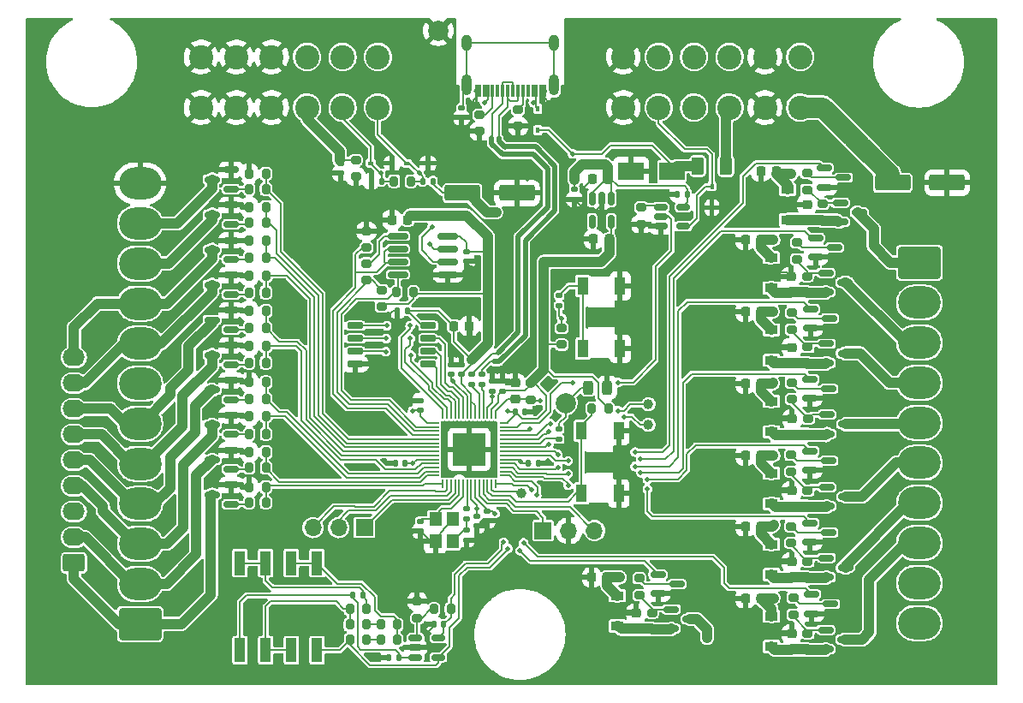
<source format=gtl>
%TF.GenerationSoftware,KiCad,Pcbnew,6.0.11+dfsg-1~bpo11+1*%
%TF.CreationDate,2023-10-22T15:16:06+02:00*%
%TF.ProjectId,Out_8x10,4f75745f-3878-4313-902e-6b696361645f,0.2.0*%
%TF.SameCoordinates,Original*%
%TF.FileFunction,Copper,L1,Top*%
%TF.FilePolarity,Positive*%
%FSLAX46Y46*%
G04 Gerber Fmt 4.6, Leading zero omitted, Abs format (unit mm)*
G04 Created by KiCad (PCBNEW 6.0.11+dfsg-1~bpo11+1) date 2023-10-22 15:16:06*
%MOMM*%
%LPD*%
G01*
G04 APERTURE LIST*
G04 Aperture macros list*
%AMRoundRect*
0 Rectangle with rounded corners*
0 $1 Rounding radius*
0 $2 $3 $4 $5 $6 $7 $8 $9 X,Y pos of 4 corners*
0 Add a 4 corners polygon primitive as box body*
4,1,4,$2,$3,$4,$5,$6,$7,$8,$9,$2,$3,0*
0 Add four circle primitives for the rounded corners*
1,1,$1+$1,$2,$3*
1,1,$1+$1,$4,$5*
1,1,$1+$1,$6,$7*
1,1,$1+$1,$8,$9*
0 Add four rect primitives between the rounded corners*
20,1,$1+$1,$2,$3,$4,$5,0*
20,1,$1+$1,$4,$5,$6,$7,0*
20,1,$1+$1,$6,$7,$8,$9,0*
20,1,$1+$1,$8,$9,$2,$3,0*%
%AMFreePoly0*
4,1,9,3.862500,-0.866500,0.737500,-0.866500,0.737500,-0.450000,-0.737500,-0.450000,-0.737500,0.450000,0.737500,0.450000,0.737500,0.866500,3.862500,0.866500,3.862500,-0.866500,3.862500,-0.866500,$1*%
G04 Aperture macros list end*
%TA.AperFunction,SMDPad,CuDef*%
%ADD10RoundRect,0.140000X-0.140000X-0.170000X0.140000X-0.170000X0.140000X0.170000X-0.140000X0.170000X0*%
%TD*%
%TA.AperFunction,ComponentPad*%
%ADD11C,2.000000*%
%TD*%
%TA.AperFunction,SMDPad,CuDef*%
%ADD12RoundRect,0.140000X0.170000X-0.140000X0.170000X0.140000X-0.170000X0.140000X-0.170000X-0.140000X0*%
%TD*%
%TA.AperFunction,SMDPad,CuDef*%
%ADD13RoundRect,0.140000X-0.170000X0.140000X-0.170000X-0.140000X0.170000X-0.140000X0.170000X0.140000X0*%
%TD*%
%TA.AperFunction,ComponentPad*%
%ADD14C,2.400000*%
%TD*%
%TA.AperFunction,SMDPad,CuDef*%
%ADD15RoundRect,0.200000X0.200000X0.275000X-0.200000X0.275000X-0.200000X-0.275000X0.200000X-0.275000X0*%
%TD*%
%TA.AperFunction,SMDPad,CuDef*%
%ADD16RoundRect,0.200000X-0.275000X0.200000X-0.275000X-0.200000X0.275000X-0.200000X0.275000X0.200000X0*%
%TD*%
%TA.AperFunction,SMDPad,CuDef*%
%ADD17RoundRect,0.225000X0.225000X0.250000X-0.225000X0.250000X-0.225000X-0.250000X0.225000X-0.250000X0*%
%TD*%
%TA.AperFunction,SMDPad,CuDef*%
%ADD18R,0.600000X0.450000*%
%TD*%
%TA.AperFunction,SMDPad,CuDef*%
%ADD19RoundRect,0.150000X-0.587500X-0.150000X0.587500X-0.150000X0.587500X0.150000X-0.587500X0.150000X0*%
%TD*%
%TA.AperFunction,SMDPad,CuDef*%
%ADD20RoundRect,0.150000X-0.512500X-0.150000X0.512500X-0.150000X0.512500X0.150000X-0.512500X0.150000X0*%
%TD*%
%TA.AperFunction,SMDPad,CuDef*%
%ADD21RoundRect,0.200000X0.275000X-0.200000X0.275000X0.200000X-0.275000X0.200000X-0.275000X-0.200000X0*%
%TD*%
%TA.AperFunction,SMDPad,CuDef*%
%ADD22RoundRect,0.250000X-1.500000X-0.550000X1.500000X-0.550000X1.500000X0.550000X-1.500000X0.550000X0*%
%TD*%
%TA.AperFunction,SMDPad,CuDef*%
%ADD23R,1.300000X0.900000*%
%TD*%
%TA.AperFunction,SMDPad,CuDef*%
%ADD24FreePoly0,180.000000*%
%TD*%
%TA.AperFunction,SMDPad,CuDef*%
%ADD25RoundRect,0.150000X0.587500X0.150000X-0.587500X0.150000X-0.587500X-0.150000X0.587500X-0.150000X0*%
%TD*%
%TA.AperFunction,SMDPad,CuDef*%
%ADD26RoundRect,0.150000X-0.150000X0.512500X-0.150000X-0.512500X0.150000X-0.512500X0.150000X0.512500X0*%
%TD*%
%TA.AperFunction,SMDPad,CuDef*%
%ADD27RoundRect,0.200000X-0.200000X-0.275000X0.200000X-0.275000X0.200000X0.275000X-0.200000X0.275000X0*%
%TD*%
%TA.AperFunction,SMDPad,CuDef*%
%ADD28RoundRect,0.135000X0.185000X-0.135000X0.185000X0.135000X-0.185000X0.135000X-0.185000X-0.135000X0*%
%TD*%
%TA.AperFunction,SMDPad,CuDef*%
%ADD29RoundRect,0.225000X0.250000X-0.225000X0.250000X0.225000X-0.250000X0.225000X-0.250000X-0.225000X0*%
%TD*%
%TA.AperFunction,SMDPad,CuDef*%
%ADD30R,2.500000X1.800000*%
%TD*%
%TA.AperFunction,SMDPad,CuDef*%
%ADD31RoundRect,0.135000X0.135000X0.185000X-0.135000X0.185000X-0.135000X-0.185000X0.135000X-0.185000X0*%
%TD*%
%TA.AperFunction,SMDPad,CuDef*%
%ADD32C,1.000000*%
%TD*%
%TA.AperFunction,SMDPad,CuDef*%
%ADD33RoundRect,0.243750X0.243750X0.456250X-0.243750X0.456250X-0.243750X-0.456250X0.243750X-0.456250X0*%
%TD*%
%TA.AperFunction,SMDPad,CuDef*%
%ADD34R,0.300000X1.150000*%
%TD*%
%TA.AperFunction,ComponentPad*%
%ADD35O,1.000000X2.100000*%
%TD*%
%TA.AperFunction,ComponentPad*%
%ADD36O,1.000000X1.600000*%
%TD*%
%TA.AperFunction,ComponentPad*%
%ADD37RoundRect,0.250000X1.850000X-1.330000X1.850000X1.330000X-1.850000X1.330000X-1.850000X-1.330000X0*%
%TD*%
%TA.AperFunction,ComponentPad*%
%ADD38O,4.200000X3.160000*%
%TD*%
%TA.AperFunction,SMDPad,CuDef*%
%ADD39RoundRect,0.140000X0.140000X0.170000X-0.140000X0.170000X-0.140000X-0.170000X0.140000X-0.170000X0*%
%TD*%
%TA.AperFunction,SMDPad,CuDef*%
%ADD40RoundRect,0.135000X-0.185000X0.135000X-0.185000X-0.135000X0.185000X-0.135000X0.185000X0.135000X0*%
%TD*%
%TA.AperFunction,ComponentPad*%
%ADD41RoundRect,0.250000X-1.850000X1.330000X-1.850000X-1.330000X1.850000X-1.330000X1.850000X1.330000X0*%
%TD*%
%TA.AperFunction,ComponentPad*%
%ADD42R,1.700000X1.700000*%
%TD*%
%TA.AperFunction,ComponentPad*%
%ADD43O,1.700000X1.700000*%
%TD*%
%TA.AperFunction,SMDPad,CuDef*%
%ADD44RoundRect,0.135000X-0.135000X-0.185000X0.135000X-0.185000X0.135000X0.185000X-0.135000X0.185000X0*%
%TD*%
%TA.AperFunction,SMDPad,CuDef*%
%ADD45R,1.100000X1.800000*%
%TD*%
%TA.AperFunction,SMDPad,CuDef*%
%ADD46RoundRect,0.050000X-0.387500X-0.050000X0.387500X-0.050000X0.387500X0.050000X-0.387500X0.050000X0*%
%TD*%
%TA.AperFunction,SMDPad,CuDef*%
%ADD47RoundRect,0.050000X-0.050000X-0.387500X0.050000X-0.387500X0.050000X0.387500X-0.050000X0.387500X0*%
%TD*%
%TA.AperFunction,SMDPad,CuDef*%
%ADD48R,3.200000X3.200000*%
%TD*%
%TA.AperFunction,SMDPad,CuDef*%
%ADD49RoundRect,0.250000X-0.375000X-0.625000X0.375000X-0.625000X0.375000X0.625000X-0.375000X0.625000X0*%
%TD*%
%TA.AperFunction,SMDPad,CuDef*%
%ADD50RoundRect,0.150000X-0.825000X-0.150000X0.825000X-0.150000X0.825000X0.150000X-0.825000X0.150000X0*%
%TD*%
%TA.AperFunction,SMDPad,CuDef*%
%ADD51RoundRect,0.225000X-0.225000X-0.250000X0.225000X-0.250000X0.225000X0.250000X-0.225000X0.250000X0*%
%TD*%
%TA.AperFunction,SMDPad,CuDef*%
%ADD52R,0.450000X0.600000*%
%TD*%
%TA.AperFunction,ComponentPad*%
%ADD53RoundRect,0.250000X0.845000X-0.620000X0.845000X0.620000X-0.845000X0.620000X-0.845000X-0.620000X0*%
%TD*%
%TA.AperFunction,ComponentPad*%
%ADD54O,2.190000X1.740000*%
%TD*%
%TA.AperFunction,SMDPad,CuDef*%
%ADD55R,1.120000X2.440000*%
%TD*%
%TA.AperFunction,SMDPad,CuDef*%
%ADD56R,1.200000X1.400000*%
%TD*%
%TA.AperFunction,SMDPad,CuDef*%
%ADD57RoundRect,0.150000X-0.650000X-0.150000X0.650000X-0.150000X0.650000X0.150000X-0.650000X0.150000X0*%
%TD*%
%TA.AperFunction,ViaPad*%
%ADD58C,0.500000*%
%TD*%
%TA.AperFunction,Conductor*%
%ADD59C,0.200000*%
%TD*%
%TA.AperFunction,Conductor*%
%ADD60C,1.000000*%
%TD*%
%TA.AperFunction,Conductor*%
%ADD61C,2.000000*%
%TD*%
%TA.AperFunction,Conductor*%
%ADD62C,0.500000*%
%TD*%
G04 APERTURE END LIST*
D10*
X151418000Y-89434000D03*
X152378000Y-89434000D03*
D11*
X142500000Y-46674000D03*
D12*
X145270000Y-97034000D03*
X145270000Y-96074000D03*
D13*
X155933600Y-62376800D03*
X155933600Y-63336800D03*
D14*
X178292000Y-54280000D03*
X178292000Y-49280000D03*
X174792000Y-49280000D03*
X174792000Y-54280000D03*
X171292000Y-49280000D03*
X171292000Y-54280000D03*
X167792000Y-54280000D03*
X167792000Y-49280000D03*
X164292000Y-54280000D03*
X164292000Y-49280000D03*
X160792000Y-54280000D03*
X160792000Y-49280000D03*
D15*
X125437400Y-64109600D03*
X123787400Y-64109600D03*
D16*
X150374000Y-54485000D03*
X150374000Y-56135000D03*
D17*
X174409400Y-102819200D03*
X172859400Y-102819200D03*
D18*
X135816000Y-59786000D03*
X137916000Y-59786000D03*
D19*
X179402500Y-102428000D03*
X179402500Y-104328000D03*
X181277500Y-103378000D03*
D20*
X164465000Y-64124800D03*
X164465000Y-65074800D03*
X164465000Y-66024800D03*
X166740000Y-66024800D03*
X166740000Y-64124800D03*
D21*
X154692000Y-77725000D03*
X154692000Y-76075000D03*
X162356800Y-102475800D03*
X162356800Y-100825800D03*
D22*
X144874000Y-62738000D03*
X150274000Y-62738000D03*
D12*
X143746000Y-80682000D03*
X143746000Y-79722000D03*
D23*
X175436800Y-86336000D03*
D24*
X175349300Y-84836000D03*
D23*
X175436800Y-83336000D03*
D21*
X178956000Y-72605400D03*
X178956000Y-70955400D03*
D17*
X159401000Y-67310000D03*
X157851000Y-67310000D03*
D25*
X121993900Y-65821600D03*
X121993900Y-63921600D03*
X120118900Y-64871600D03*
D21*
X179019200Y-93789000D03*
X179019200Y-92139000D03*
D19*
X179250100Y-88254800D03*
X179250100Y-90154800D03*
X181125100Y-89204800D03*
D26*
X159598400Y-63276900D03*
X158648400Y-63276900D03*
X157698400Y-63276900D03*
X157698400Y-65551900D03*
X159598400Y-65551900D03*
D27*
X136792200Y-106934000D03*
X138442200Y-106934000D03*
D15*
X125439700Y-89875400D03*
X123789700Y-89875400D03*
D19*
X179796500Y-67172800D03*
X179796500Y-69072800D03*
X181671500Y-68122800D03*
D28*
X145294000Y-94951000D03*
X145294000Y-93931000D03*
D27*
X133732000Y-105410000D03*
X135382000Y-105410000D03*
D13*
X144786000Y-54322000D03*
X144786000Y-55282000D03*
D19*
X180824900Y-70627200D03*
X180824900Y-72527200D03*
X182699900Y-71577200D03*
D23*
X175436800Y-100458400D03*
D24*
X175349300Y-98958400D03*
D23*
X175436800Y-97458400D03*
D17*
X174409400Y-88696800D03*
X172859400Y-88696800D03*
D16*
X134326000Y-59469000D03*
X134326000Y-61119000D03*
D13*
X145294000Y-68546000D03*
X145294000Y-69506000D03*
D29*
X162052000Y-105829400D03*
X162052000Y-104279400D03*
D30*
X165576000Y-60579000D03*
X161576000Y-60579000D03*
D29*
X178943000Y-65418000D03*
X178943000Y-63868000D03*
X150096000Y-83080000D03*
X150096000Y-81530000D03*
D19*
X180875700Y-98821200D03*
X180875700Y-100721200D03*
X182750700Y-99771200D03*
D18*
X139372000Y-59786000D03*
X141472000Y-59786000D03*
D19*
X180926500Y-91810800D03*
X180926500Y-93710800D03*
X182801500Y-92760800D03*
D31*
X138635200Y-108661200D03*
X137615200Y-108661200D03*
D13*
X132802000Y-59814000D03*
X132802000Y-60774000D03*
D32*
X150672800Y-92456000D03*
D33*
X159185500Y-81980000D03*
X157310500Y-81980000D03*
D34*
X152962000Y-52630000D03*
X152162000Y-52630000D03*
X150862000Y-52630000D03*
X149862000Y-52630000D03*
X149362000Y-52630000D03*
X148362000Y-52630000D03*
X147062000Y-52630000D03*
X146262000Y-52630000D03*
X146562000Y-52630000D03*
X147362000Y-52630000D03*
X147862000Y-52630000D03*
X148862000Y-52630000D03*
X150362000Y-52630000D03*
X151362000Y-52630000D03*
X151862000Y-52630000D03*
X152662000Y-52630000D03*
D35*
X145292000Y-52065000D03*
X153932000Y-52065000D03*
D36*
X145292000Y-47885000D03*
X153932000Y-47885000D03*
D15*
X125437400Y-62331600D03*
X123787400Y-62331600D03*
D37*
X113001000Y-105346000D03*
D38*
X113001000Y-101386000D03*
X113001000Y-97426000D03*
X113001000Y-93466000D03*
X113001000Y-89506000D03*
X113001000Y-85546000D03*
X113001000Y-81586000D03*
X113001000Y-77626000D03*
X113001000Y-73666000D03*
X113001000Y-69706000D03*
X113001000Y-65746000D03*
X113001000Y-61786000D03*
D23*
X177037000Y-65381000D03*
D24*
X176949500Y-63881000D03*
D23*
X177037000Y-62381000D03*
D15*
X125437400Y-91795600D03*
X123787400Y-91795600D03*
D17*
X139459000Y-65379600D03*
X137909000Y-65379600D03*
D29*
X177342800Y-72555400D03*
X177342800Y-71005400D03*
D27*
X157677000Y-84012000D03*
X159327000Y-84012000D03*
D20*
X140238900Y-106746000D03*
X140238900Y-107696000D03*
X140238900Y-108646000D03*
X142513900Y-108646000D03*
X142513900Y-106746000D03*
D21*
X177393600Y-97345000D03*
X177393600Y-95695000D03*
D23*
X175436800Y-107570400D03*
D24*
X175349300Y-106070400D03*
D23*
X175436800Y-104570400D03*
D21*
X163626800Y-105879400D03*
X163626800Y-104229400D03*
D19*
X165534100Y-103901200D03*
X165534100Y-105801200D03*
X167409100Y-104851200D03*
D15*
X125439700Y-84770000D03*
X123789700Y-84770000D03*
D39*
X167112000Y-62839600D03*
X166152000Y-62839600D03*
D15*
X125437400Y-65633600D03*
X123787400Y-65633600D03*
D21*
X179070000Y-86677000D03*
X179070000Y-85027000D03*
D32*
X163271200Y-85648800D03*
D17*
X159207200Y-100736400D03*
X157657200Y-100736400D03*
D40*
X154438000Y-72834000D03*
X154438000Y-73854000D03*
D39*
X143024800Y-105359200D03*
X142064800Y-105359200D03*
D15*
X125437400Y-79512200D03*
X123787400Y-79512200D03*
D41*
X190071800Y-69606800D03*
D38*
X190071800Y-73566800D03*
X190071800Y-77526800D03*
X190071800Y-81486800D03*
X190071800Y-85446800D03*
X190071800Y-89406800D03*
X190071800Y-93366800D03*
X190071800Y-97326800D03*
X190071800Y-101286800D03*
X190071800Y-105246800D03*
D19*
X179300900Y-74183200D03*
X179300900Y-76083200D03*
X181175900Y-75133200D03*
D21*
X178943000Y-62420000D03*
X178943000Y-60770000D03*
X140411200Y-104761800D03*
X140411200Y-103111800D03*
D15*
X143725400Y-103886000D03*
X142075400Y-103886000D03*
D25*
X121993900Y-72755800D03*
X121993900Y-70855800D03*
X120118900Y-71805800D03*
D15*
X125439700Y-81442600D03*
X123789700Y-81442600D03*
D19*
X180875700Y-77637600D03*
X180875700Y-79537600D03*
X182750700Y-78587600D03*
D15*
X140017000Y-72517000D03*
X138367000Y-72517000D03*
D42*
X152857200Y-96113600D03*
D43*
X155397200Y-96113600D03*
X157937200Y-96113600D03*
D31*
X136868000Y-61564000D03*
X135848000Y-61564000D03*
D17*
X174409400Y-95707200D03*
X172859400Y-95707200D03*
D19*
X164213300Y-100446800D03*
X164213300Y-102346800D03*
X166088300Y-101396800D03*
D15*
X125439700Y-88351400D03*
X123789700Y-88351400D03*
D17*
X174409400Y-74472800D03*
X172859400Y-74472800D03*
D15*
X139769000Y-61564000D03*
X138119000Y-61564000D03*
D16*
X135382000Y-66485000D03*
X135382000Y-68135000D03*
D23*
X160196800Y-105538400D03*
D24*
X160109300Y-104038400D03*
D23*
X160196800Y-102538400D03*
D21*
X177596800Y-104406200D03*
X177596800Y-102756200D03*
D15*
X125437400Y-74396600D03*
X123787400Y-74396600D03*
D44*
X134008400Y-102514400D03*
X135028400Y-102514400D03*
D45*
X160352000Y-86246000D03*
X160352000Y-92446000D03*
X156652000Y-86246000D03*
X156652000Y-92446000D03*
D46*
X142110500Y-85476000D03*
X142110500Y-85876000D03*
X142110500Y-86276000D03*
X142110500Y-86676000D03*
X142110500Y-87076000D03*
X142110500Y-87476000D03*
X142110500Y-87876000D03*
X142110500Y-88276000D03*
X142110500Y-88676000D03*
X142110500Y-89076000D03*
X142110500Y-89476000D03*
X142110500Y-89876000D03*
X142110500Y-90276000D03*
X142110500Y-90676000D03*
D47*
X142948000Y-91513500D03*
X143348000Y-91513500D03*
X143748000Y-91513500D03*
X144148000Y-91513500D03*
X144548000Y-91513500D03*
X144948000Y-91513500D03*
X145348000Y-91513500D03*
X145748000Y-91513500D03*
X146148000Y-91513500D03*
X146548000Y-91513500D03*
X146948000Y-91513500D03*
X147348000Y-91513500D03*
X147748000Y-91513500D03*
X148148000Y-91513500D03*
D46*
X148985500Y-90676000D03*
X148985500Y-90276000D03*
X148985500Y-89876000D03*
X148985500Y-89476000D03*
X148985500Y-89076000D03*
X148985500Y-88676000D03*
X148985500Y-88276000D03*
X148985500Y-87876000D03*
X148985500Y-87476000D03*
X148985500Y-87076000D03*
X148985500Y-86676000D03*
X148985500Y-86276000D03*
X148985500Y-85876000D03*
X148985500Y-85476000D03*
D47*
X148148000Y-84638500D03*
X147748000Y-84638500D03*
X147348000Y-84638500D03*
X146948000Y-84638500D03*
X146548000Y-84638500D03*
X146148000Y-84638500D03*
X145748000Y-84638500D03*
X145348000Y-84638500D03*
X144948000Y-84638500D03*
X144548000Y-84638500D03*
X144148000Y-84638500D03*
X143748000Y-84638500D03*
X143348000Y-84638500D03*
X142948000Y-84638500D03*
D48*
X145548000Y-88076000D03*
D49*
X168145000Y-60071000D03*
X170945000Y-60071000D03*
D21*
X136906000Y-73977000D03*
X136906000Y-72327000D03*
D17*
X159261000Y-61341000D03*
X157711000Y-61341000D03*
D16*
X162560000Y-64148200D03*
X162560000Y-65798200D03*
D40*
X146794000Y-80677000D03*
X146794000Y-81697000D03*
D50*
X138495000Y-66979800D03*
X138495000Y-68249800D03*
X138495000Y-69519800D03*
X138495000Y-70789800D03*
X143445000Y-70789800D03*
X143445000Y-69519800D03*
X143445000Y-68249800D03*
X143445000Y-66979800D03*
D21*
X179019200Y-100799400D03*
X179019200Y-99149400D03*
D27*
X133732000Y-103835200D03*
X135382000Y-103835200D03*
D17*
X175933400Y-60604400D03*
X174383400Y-60604400D03*
D13*
X147326000Y-94180000D03*
X147326000Y-95140000D03*
D29*
X177444400Y-107861400D03*
X177444400Y-106311400D03*
D19*
X179250100Y-81142800D03*
X179250100Y-83042800D03*
X181125100Y-82092800D03*
D15*
X125437400Y-72567800D03*
X123787400Y-72567800D03*
D19*
X179250100Y-95366800D03*
X179250100Y-97266800D03*
X181125100Y-96316800D03*
D25*
X121993900Y-76235600D03*
X121993900Y-74335600D03*
X120118900Y-75285600D03*
D51*
X144011000Y-75884000D03*
X145561000Y-75884000D03*
D25*
X121993900Y-79700200D03*
X121993900Y-77800200D03*
X120118900Y-78750200D03*
D15*
X125437400Y-70916800D03*
X123787400Y-70916800D03*
D14*
X136518000Y-54280000D03*
X136518000Y-49280000D03*
X133018000Y-54280000D03*
X133018000Y-49280000D03*
X129518000Y-54280000D03*
X129518000Y-49280000D03*
X126018000Y-54280000D03*
X126018000Y-49280000D03*
X122518000Y-49280000D03*
X122518000Y-54280000D03*
X119018000Y-49280000D03*
X119018000Y-54280000D03*
D45*
X160480000Y-71926000D03*
X160480000Y-78126000D03*
X156780000Y-78126000D03*
X156780000Y-71926000D03*
D15*
X125439700Y-83093600D03*
X123789700Y-83093600D03*
D25*
X121996200Y-90063400D03*
X121996200Y-88163400D03*
X120121200Y-89113400D03*
X121996200Y-86609000D03*
X121996200Y-84709000D03*
X120121200Y-85659000D03*
D39*
X139424000Y-74360000D03*
X138464000Y-74360000D03*
D21*
X179019200Y-79615800D03*
X179019200Y-77965800D03*
D27*
X136780000Y-105410000D03*
X138430000Y-105410000D03*
D19*
X180824900Y-105933200D03*
X180824900Y-107833200D03*
X182699900Y-106883200D03*
X180926500Y-84648000D03*
X180926500Y-86548000D03*
X182801500Y-85598000D03*
D25*
X121993900Y-93507600D03*
X121993900Y-91607600D03*
X120118900Y-92557600D03*
D15*
X125437400Y-76047600D03*
X123787400Y-76047600D03*
D40*
X145778000Y-80677000D03*
X145778000Y-81697000D03*
D52*
X152332000Y-56510000D03*
X152332000Y-54410000D03*
D15*
X125437400Y-93319600D03*
X123787400Y-93319600D03*
D25*
X121993900Y-69301400D03*
X121993900Y-67401400D03*
X120118900Y-68351400D03*
D53*
X106446000Y-99314000D03*
D54*
X106446000Y-96774000D03*
X106446000Y-94234000D03*
X106446000Y-91694000D03*
X106446000Y-89154000D03*
X106446000Y-86614000D03*
X106446000Y-84074000D03*
X106446000Y-81534000D03*
X106446000Y-78994000D03*
D12*
X147824000Y-82302000D03*
X147824000Y-81342000D03*
D25*
X121996200Y-83154600D03*
X121996200Y-81254600D03*
X120121200Y-82204600D03*
D21*
X179019200Y-107911400D03*
X179019200Y-106261400D03*
D22*
X187419000Y-61722000D03*
X192819000Y-61722000D03*
D29*
X177444400Y-100749400D03*
X177444400Y-99199400D03*
D23*
X175436800Y-79274800D03*
D24*
X175349300Y-77774800D03*
D23*
X175436800Y-76274800D03*
D12*
X144762000Y-80682000D03*
X144762000Y-79722000D03*
D15*
X125437400Y-77861200D03*
X123787400Y-77861200D03*
D19*
X180672500Y-60264000D03*
X180672500Y-62164000D03*
X182547500Y-61214000D03*
D25*
X121993900Y-62341800D03*
X121993900Y-60441800D03*
X120118900Y-61391800D03*
D21*
X177940000Y-69278000D03*
X177940000Y-67628000D03*
D16*
X151620000Y-81505000D03*
X151620000Y-83155000D03*
D10*
X150124000Y-84370000D03*
X151084000Y-84370000D03*
D21*
X177444400Y-83121000D03*
X177444400Y-81471000D03*
D16*
X135382000Y-69685400D03*
X135382000Y-71335400D03*
D29*
X177444400Y-93739000D03*
X177444400Y-92189000D03*
D15*
X125437400Y-67462400D03*
X123787400Y-67462400D03*
D28*
X154432000Y-87062000D03*
X154432000Y-86042000D03*
D21*
X177444400Y-76212200D03*
X177444400Y-74562200D03*
D42*
X135178800Y-95808800D03*
D43*
X132638800Y-95808800D03*
X130098800Y-95808800D03*
D15*
X125437400Y-60807600D03*
X123787400Y-60807600D03*
D17*
X174409400Y-81584800D03*
X172859400Y-81584800D03*
D13*
X146310000Y-94708000D03*
X146310000Y-95668000D03*
D21*
X180467000Y-65468000D03*
X180467000Y-63818000D03*
D55*
X122885200Y-107937000D03*
X125425200Y-107937000D03*
X127965200Y-107937000D03*
X130505200Y-107937000D03*
X130505200Y-99327000D03*
X127965200Y-99327000D03*
X125425200Y-99327000D03*
X122885200Y-99327000D03*
D52*
X169545000Y-62069000D03*
X169545000Y-64169000D03*
D12*
X140698000Y-96148000D03*
X140698000Y-95188000D03*
D15*
X125439700Y-86548000D03*
X123789700Y-86548000D03*
D23*
X175399000Y-72112000D03*
D24*
X175311500Y-70612000D03*
D23*
X175399000Y-69112000D03*
D15*
X125437400Y-69113400D03*
X123787400Y-69113400D03*
D31*
X141948000Y-61564000D03*
X140928000Y-61564000D03*
D16*
X146564000Y-54993000D03*
X146564000Y-56643000D03*
D32*
X163271200Y-83616800D03*
D23*
X175436800Y-93448000D03*
D24*
X175349300Y-91948000D03*
D23*
X175436800Y-90448000D03*
D21*
X177393600Y-90283800D03*
X177393600Y-88633800D03*
D19*
X182247300Y-63693000D03*
X182247300Y-65593000D03*
X184122300Y-64643000D03*
D29*
X177444400Y-79565800D03*
X177444400Y-78015800D03*
D11*
X155073000Y-83504000D03*
D56*
X143898000Y-97177000D03*
X143898000Y-94977000D03*
X142198000Y-94977000D03*
X142198000Y-97177000D03*
D12*
X148826000Y-82302000D03*
X148826000Y-81342000D03*
D39*
X139178000Y-89473000D03*
X138218000Y-89473000D03*
D57*
X134304000Y-75853000D03*
X134304000Y-77123000D03*
X134304000Y-78393000D03*
X134304000Y-79663000D03*
X141504000Y-79663000D03*
X141504000Y-78393000D03*
X141504000Y-77123000D03*
X141504000Y-75853000D03*
D12*
X140722000Y-84238000D03*
X140722000Y-83278000D03*
D29*
X177495200Y-86627000D03*
X177495200Y-85077000D03*
D27*
X133744200Y-106934000D03*
X135394200Y-106934000D03*
D17*
X174397000Y-67360800D03*
X172847000Y-67360800D03*
D58*
X128270000Y-94792800D03*
X122811300Y-85633600D03*
X136347200Y-75031600D03*
X196088000Y-101041200D03*
X151771000Y-77662000D03*
X131832000Y-73344000D03*
X127762000Y-78932000D03*
X196392800Y-46228000D03*
X121005600Y-95199200D03*
X173024800Y-72136000D03*
X129800000Y-68264000D03*
X121996200Y-64897000D03*
X172161200Y-83312000D03*
X137928000Y-86044000D03*
X162560000Y-78130400D03*
X137617200Y-74777600D03*
X133197600Y-93065600D03*
X136855200Y-108661200D03*
X169926000Y-84378800D03*
X151333200Y-59893200D03*
X173177200Y-104597200D03*
X156718000Y-105562400D03*
X153168000Y-89346000D03*
X196088000Y-86614000D03*
X139960000Y-96204000D03*
X141528800Y-100228400D03*
X196088000Y-78638400D03*
X144119600Y-72136000D03*
X156083000Y-65024000D03*
X114655600Y-109423200D03*
X168910000Y-89611200D03*
X163703000Y-58928000D03*
X121998500Y-89138800D03*
X150374000Y-57215000D03*
X136912000Y-85028000D03*
X104394000Y-104241600D03*
X122809000Y-71780400D03*
X114560000Y-45912000D03*
X104292400Y-87833200D03*
X172974000Y-65430400D03*
X145389600Y-101447600D03*
X167640000Y-57556400D03*
X173075600Y-83312000D03*
X104444800Y-82753200D03*
X165100000Y-58039000D03*
X153720800Y-81534000D03*
X126644400Y-105867200D03*
X135134000Y-82488000D03*
X131832000Y-67756000D03*
X104400000Y-56072000D03*
X148723000Y-73344000D03*
X154889200Y-92608400D03*
X154438000Y-71058000D03*
X136194800Y-92557600D03*
X122809000Y-75260200D03*
X172212000Y-93522800D03*
X147961000Y-88076000D03*
X143135000Y-90489000D03*
X140360400Y-98704400D03*
X104343200Y-97942400D03*
X156591000Y-66167000D03*
X140563600Y-73456800D03*
X153974800Y-78790800D03*
X195986400Y-107797600D03*
X165201600Y-99415600D03*
X173024800Y-79248000D03*
X147777200Y-98196400D03*
X142087600Y-102260400D03*
X172161200Y-69037200D03*
X143510000Y-58064400D03*
X157886400Y-80264000D03*
X151903200Y-84266000D03*
X163118800Y-95758000D03*
X175463200Y-57759600D03*
X186283600Y-55676800D03*
X157022800Y-83159600D03*
X145548000Y-85663000D03*
X147834000Y-80583000D03*
X131578000Y-60771000D03*
X183235600Y-69037200D03*
X180187600Y-109524800D03*
X154051000Y-66675000D03*
X132740400Y-110032800D03*
X104394000Y-107696000D03*
X169367200Y-99923600D03*
X136398000Y-98552000D03*
X136550400Y-110083600D03*
X165049200Y-62839600D03*
X135991600Y-89763600D03*
X169418000Y-95707200D03*
X105765600Y-109575600D03*
X161042000Y-94426000D03*
X151390000Y-79821000D03*
X129489200Y-64566800D03*
X134880000Y-45912000D03*
X132086000Y-65470000D03*
X194919600Y-65176400D03*
X196392800Y-57454800D03*
X167894000Y-86258400D03*
X157480000Y-102565200D03*
X148850000Y-80202000D03*
X172161200Y-76250800D03*
X133864000Y-86044000D03*
X177139600Y-57861200D03*
X127254000Y-85852000D03*
X133864000Y-81218000D03*
X146310000Y-96458000D03*
X142697200Y-99263200D03*
X156210000Y-97891600D03*
X138328400Y-103428800D03*
X136150000Y-86044000D03*
X184302400Y-46177200D03*
X140976000Y-93918000D03*
X121996200Y-92583000D03*
X156467000Y-68269000D03*
X138684000Y-98806000D03*
X169418000Y-98094800D03*
X109372400Y-57404000D03*
X139833000Y-81980000D03*
X148850000Y-66232000D03*
X169519600Y-103479600D03*
X168910000Y-69088000D03*
X131978400Y-105460800D03*
X172466000Y-57505600D03*
X155397200Y-86868000D03*
X127762000Y-73202800D03*
X153822400Y-97891600D03*
X145548000Y-90489000D03*
X141782800Y-53390800D03*
X160528000Y-69799200D03*
X124206000Y-57556400D03*
X173024800Y-86309200D03*
X151231600Y-100888800D03*
X143135000Y-88076000D03*
X148539200Y-95605600D03*
X121996200Y-68351400D03*
X122021600Y-61366400D03*
X154940000Y-68072000D03*
X145802000Y-70169000D03*
X122809000Y-64897000D03*
X120954800Y-104800400D03*
X136785000Y-65470000D03*
X133553200Y-108356400D03*
X135890000Y-73761600D03*
X151333200Y-61366400D03*
X161848800Y-84277200D03*
X142900400Y-60096400D03*
X168097200Y-75082400D03*
X129800000Y-45912000D03*
X104495600Y-77927200D03*
X172212000Y-90271600D03*
X180854000Y-56834000D03*
X161188400Y-57302400D03*
X122809000Y-92583000D03*
X151892000Y-60502800D03*
X140462000Y-102108000D03*
X164439600Y-81178400D03*
X173024800Y-69088000D03*
X122811300Y-89138800D03*
X145592800Y-109575600D03*
X165201600Y-93421200D03*
X125577600Y-96723200D03*
X148031200Y-96977200D03*
X160782000Y-45912000D03*
X119684800Y-109372400D03*
X119640000Y-45912000D03*
X153670000Y-91592400D03*
X175615600Y-109474000D03*
X123850400Y-110032800D03*
X155752800Y-56997600D03*
X196088000Y-93675200D03*
X131832000Y-70296000D03*
X155448000Y-102920800D03*
X138379200Y-95046800D03*
X143770000Y-78170000D03*
X146253200Y-98755200D03*
X145694400Y-103124000D03*
X133858000Y-97891600D03*
X173126400Y-93472000D03*
X170891200Y-98094800D03*
X184302400Y-50190400D03*
X174904400Y-45974000D03*
X127381000Y-88392000D03*
X130403600Y-70510400D03*
X182981600Y-83058000D03*
X121996200Y-75260200D03*
X147961000Y-90489000D03*
X194767200Y-59740800D03*
X195275200Y-109524800D03*
X169875200Y-71475600D03*
X163779200Y-68173600D03*
X142748000Y-73558400D03*
X162458400Y-67310000D03*
X137547000Y-89473000D03*
X124720000Y-45912000D03*
X169418000Y-93167200D03*
X196443600Y-68884800D03*
X162814000Y-72136000D03*
X140563600Y-110083600D03*
X173685200Y-65430400D03*
X194970400Y-63550800D03*
X139706000Y-83250000D03*
X122809000Y-68351400D03*
X145802000Y-77154000D03*
X104495600Y-71882000D03*
X161848800Y-82651600D03*
X173685200Y-62331600D03*
X153314400Y-57454800D03*
X143002000Y-100939600D03*
X139960000Y-45912000D03*
X160528000Y-58928000D03*
X138938000Y-94538800D03*
X153422000Y-53786000D03*
X114401600Y-58013600D03*
X127254000Y-82931000D03*
X122834400Y-61366400D03*
X142240000Y-50647600D03*
X164439600Y-84328000D03*
X154686000Y-58775600D03*
X196443600Y-63550800D03*
X159054800Y-97891600D03*
X133864000Y-68010000D03*
X145084800Y-106578400D03*
X196392800Y-54152800D03*
X147961000Y-85663000D03*
X173177200Y-100482400D03*
X131927600Y-98501200D03*
X182930800Y-104343200D03*
X130175000Y-92583000D03*
X146183000Y-73471000D03*
X133356000Y-71566000D03*
X157784800Y-57505600D03*
X162687000Y-58928000D03*
X170789600Y-105511600D03*
X133102000Y-61787000D03*
X163728400Y-57353200D03*
X169164000Y-66040000D03*
X168148000Y-81788000D03*
X139960000Y-57850000D03*
X161137600Y-63398400D03*
X153111200Y-100634800D03*
X109626400Y-109372400D03*
X133858000Y-89789000D03*
X178568000Y-57088000D03*
X195986400Y-61468000D03*
X148723000Y-68010000D03*
X154127200Y-101955600D03*
X161848800Y-86309200D03*
X188468000Y-109524800D03*
X164744400Y-75285600D03*
X156718000Y-102565200D03*
X123113800Y-95468400D03*
X121998500Y-82179200D03*
X183946800Y-62179200D03*
X142881000Y-76392000D03*
X165150800Y-69850000D03*
X149453600Y-99872800D03*
X171958000Y-65532000D03*
X174498000Y-62331600D03*
X156514800Y-84582000D03*
X171399200Y-109474000D03*
X169170000Y-57215000D03*
X122809000Y-78724800D03*
X158546800Y-109423200D03*
X121005600Y-100380800D03*
X154076400Y-84785200D03*
X172161200Y-72085200D03*
X104400000Y-61152000D03*
X153060400Y-92608400D03*
X104444800Y-67157600D03*
X169875200Y-77673200D03*
X128524000Y-61468000D03*
X172161200Y-79248000D03*
X159137000Y-80329000D03*
X128778000Y-90220800D03*
X147675600Y-101092000D03*
X147326000Y-95950000D03*
X134315200Y-57810400D03*
X122811300Y-82179200D03*
X144272000Y-98856800D03*
X124612400Y-61569600D03*
X162864800Y-87274400D03*
X157480000Y-105562400D03*
X129235200Y-100939600D03*
X133102000Y-84774000D03*
X121996200Y-78724800D03*
X134499000Y-74360000D03*
X143135000Y-85663000D03*
X144272000Y-108508800D03*
X136194800Y-101193600D03*
X152196800Y-61366400D03*
X144659000Y-78932000D03*
X161036000Y-97586800D03*
X172212000Y-104546400D03*
X165862000Y-45912000D03*
X152279000Y-68264000D03*
X134213600Y-99923600D03*
X141986000Y-72136000D03*
X130435000Y-58612000D03*
X167894000Y-100787200D03*
X172212000Y-100482400D03*
X180594000Y-52516000D03*
X145683001Y-53921001D03*
X144786000Y-56072000D03*
X167487600Y-78841600D03*
X182930800Y-97231200D03*
X130657600Y-104902000D03*
X183997600Y-109524800D03*
X182930800Y-90170000D03*
X145294000Y-97855000D03*
X180340000Y-46039000D03*
X170789600Y-106578400D03*
X137668000Y-100990400D03*
X121996200Y-71780400D03*
X127711200Y-109982000D03*
X156210000Y-100533200D03*
X172161200Y-86309200D03*
X141274800Y-105511600D03*
X150300000Y-79200000D03*
X155600400Y-108000800D03*
X120275000Y-57342000D03*
X131832000Y-83504000D03*
X173024800Y-76250800D03*
X192481200Y-56083200D03*
X166827200Y-67564000D03*
X121998500Y-85633600D03*
X167182800Y-72390000D03*
X104394000Y-92760800D03*
X153466800Y-94488000D03*
X164439600Y-87274400D03*
X156108400Y-52324000D03*
X144526000Y-73979000D03*
X128530000Y-75376000D03*
X150120000Y-80583000D03*
X167944800Y-102362000D03*
X173126400Y-90271600D03*
X135890000Y-57200800D03*
X149352000Y-98958400D03*
X148723000Y-76138000D03*
X134372000Y-65470000D03*
X112522000Y-55575200D03*
X158756000Y-94172000D03*
X161188400Y-66344800D03*
X155962000Y-45912000D03*
X138436000Y-81218000D03*
X183017200Y-76083200D03*
X165100000Y-109474000D03*
X171500800Y-62941200D03*
X128879600Y-57556400D03*
X146627500Y-78360500D03*
X152914000Y-69534000D03*
X139960000Y-84266000D03*
X147389500Y-70740500D03*
X145802000Y-79186000D03*
X147389500Y-68962500D03*
X146310000Y-93918000D03*
X149358000Y-84266000D03*
X147389500Y-67057500D03*
X139960000Y-89473000D03*
X150628000Y-89265000D03*
X153930000Y-69534000D03*
X143914500Y-81327500D03*
X147824000Y-82879000D03*
X148088000Y-94426000D03*
X148945600Y-97282000D03*
X152533000Y-83250000D03*
X155959000Y-61536000D03*
X148209000Y-64643000D03*
X155764000Y-58866000D03*
X147320000Y-64643000D03*
X155959000Y-60647000D03*
X160426400Y-100736400D03*
X175641000Y-102793800D03*
X184340500Y-58102500D03*
X185293000Y-59055000D03*
X175564800Y-74472800D03*
X183451500Y-57213500D03*
X177393600Y-60858400D03*
X175615600Y-88696800D03*
X175615600Y-67360800D03*
X175641000Y-95542000D03*
X175564800Y-81534000D03*
X141865000Y-66105000D03*
X140595000Y-60771000D03*
X136785000Y-60771000D03*
X141611000Y-67756000D03*
X147072000Y-53786000D03*
X151898000Y-53786000D03*
X169062400Y-106730800D03*
X169062400Y-105867200D03*
X161950400Y-88341200D03*
X153422000Y-87568000D03*
X161950400Y-89763600D03*
X155327000Y-89219000D03*
X154311000Y-88584000D03*
X162509200Y-89052400D03*
X162509200Y-90373200D03*
X154311000Y-89854000D03*
X163169600Y-91033600D03*
X155327000Y-90489000D03*
X163169600Y-91998800D03*
X155327000Y-91632000D03*
X150930243Y-97329357D03*
X152212489Y-92626605D03*
X150571200Y-98094800D03*
X151739600Y-92049600D03*
X154692000Y-75122000D03*
X139706000Y-75853000D03*
X137389000Y-75853000D03*
X160848468Y-84850132D03*
X153442728Y-86340350D03*
X153549000Y-85536000D03*
X160280000Y-84266000D03*
X139706000Y-77123000D03*
X137324000Y-77123000D03*
X137293000Y-78424000D03*
X139809000Y-78781000D03*
X160280000Y-81472000D03*
X155814800Y-81472000D03*
X149352000Y-97891600D03*
X151536400Y-86085768D03*
D59*
X132721000Y-59733000D02*
X132802000Y-59814000D01*
X132753000Y-59469000D02*
X132721000Y-59501000D01*
X134326000Y-59469000D02*
X132753000Y-59469000D01*
D60*
X129518000Y-54280000D02*
X129518000Y-55409000D01*
D59*
X132721000Y-59501000D02*
X132721000Y-59733000D01*
D60*
X132721000Y-58612000D02*
X132721000Y-59501000D01*
X129518000Y-55409000D02*
X132721000Y-58612000D01*
D59*
X156594000Y-63316000D02*
X155956400Y-63316000D01*
X182895200Y-97266800D02*
X182930800Y-97231200D01*
X179402500Y-104328000D02*
X182915600Y-104328000D01*
X158652000Y-63925000D02*
X158162600Y-64414400D01*
X175349300Y-77774800D02*
X177203400Y-77774800D01*
X141695000Y-97177000D02*
X142198000Y-97177000D01*
X138034800Y-74360000D02*
X138464000Y-74360000D01*
X143008000Y-95950000D02*
X143008000Y-96077000D01*
X137818600Y-65470000D02*
X136785000Y-65470000D01*
X156848000Y-62204000D02*
X156848000Y-63062000D01*
X140016000Y-96148000D02*
X139960000Y-96204000D01*
X182966400Y-83042800D02*
X182981600Y-83058000D01*
X179796500Y-69072800D02*
X183200000Y-69072800D01*
X143898000Y-95060000D02*
X143008000Y-95950000D01*
X179300900Y-76083200D02*
X183017200Y-76083200D01*
D61*
X160792000Y-47934000D02*
X160792000Y-49280000D01*
D59*
X145929000Y-53675002D02*
X145683001Y-53921001D01*
X182915600Y-90154800D02*
X182930800Y-90170000D01*
X162665800Y-65904000D02*
X162560000Y-65798200D01*
X140238900Y-107696000D02*
X141122400Y-107696000D01*
X155956400Y-63314000D02*
X155933600Y-63336800D01*
D61*
X162306000Y-46420000D02*
X160792000Y-47934000D01*
D59*
X145294000Y-97058000D02*
X145270000Y-97034000D01*
X144786000Y-55282000D02*
X144786000Y-56072000D01*
X176949400Y-70612000D02*
X177342800Y-71005400D01*
X138429000Y-78685000D02*
X137420000Y-79694000D01*
X143746000Y-79722000D02*
X143746000Y-78194000D01*
X145929000Y-53532000D02*
X145929000Y-53675002D01*
X143562058Y-93537000D02*
X141357000Y-93537000D01*
X177203400Y-91948000D02*
X177444400Y-92189000D01*
X150096000Y-81555000D02*
X150096000Y-80607000D01*
X138429000Y-74395000D02*
X138429000Y-78685000D01*
X179250100Y-97266800D02*
X182895200Y-97266800D01*
X137420000Y-79694000D02*
X134335000Y-79694000D01*
X180672500Y-62164000D02*
X183931600Y-62164000D01*
X164478500Y-65904000D02*
X162665800Y-65904000D01*
X137909000Y-65379600D02*
X137818600Y-65470000D01*
X160109300Y-104038400D02*
X161811000Y-104038400D01*
D61*
X174792000Y-49280000D02*
X174792000Y-47222000D01*
D59*
X150374000Y-56135000D02*
X150374000Y-57215000D01*
X157009200Y-64414400D02*
X155933600Y-63338800D01*
X156848000Y-63062000D02*
X156594000Y-63316000D01*
X178930000Y-63881000D02*
X178943000Y-63868000D01*
X157711000Y-61341000D02*
X156848000Y-62204000D01*
X179250100Y-90154800D02*
X182915600Y-90154800D01*
X145791000Y-75895000D02*
X145791000Y-77250000D01*
D61*
X174792000Y-47222000D02*
X173990000Y-46420000D01*
D59*
X158652000Y-63105500D02*
X158652000Y-63925000D01*
X175349300Y-84836000D02*
X177254200Y-84836000D01*
X145294000Y-69661000D02*
X145802000Y-70169000D01*
X164213300Y-102346800D02*
X167929600Y-102346800D01*
X140698000Y-96180000D02*
X141695000Y-97177000D01*
D61*
X173990000Y-46420000D02*
X162306000Y-46420000D01*
D59*
X146262000Y-53199000D02*
X145929000Y-53532000D01*
X145294000Y-97855000D02*
X145294000Y-97058000D01*
X146310000Y-95668000D02*
X146310000Y-96458000D01*
X160352000Y-86246000D02*
X160352000Y-92446000D01*
X140698000Y-96148000D02*
X140016000Y-96148000D01*
X143746000Y-78194000D02*
X143770000Y-78170000D01*
X139706000Y-83250000D02*
X139734000Y-83278000D01*
X161811000Y-104038400D02*
X162052000Y-104279400D01*
X143898000Y-94977000D02*
X143898000Y-95060000D01*
X152962000Y-53326000D02*
X153422000Y-53786000D01*
X182915600Y-104328000D02*
X182930800Y-104343200D01*
X141274800Y-105511600D02*
X141427200Y-105359200D01*
X137547000Y-89473000D02*
X138238000Y-89473000D01*
X175349300Y-91948000D02*
X177203400Y-91948000D01*
X137617200Y-74777600D02*
X138034800Y-74360000D01*
X141122400Y-107696000D02*
X141376400Y-107442000D01*
X153080000Y-89434000D02*
X153168000Y-89346000D01*
X144548000Y-92551058D02*
X143562058Y-93537000D01*
X150096000Y-80607000D02*
X150120000Y-80583000D01*
X152962000Y-52630000D02*
X152962000Y-53326000D01*
X177203400Y-106070400D02*
X177444400Y-106311400D01*
X145802000Y-75884000D02*
X145791000Y-75895000D01*
X175349300Y-98958400D02*
X177203400Y-98958400D01*
X148826000Y-80226000D02*
X148826000Y-81342000D01*
X145294000Y-70169000D02*
X144673200Y-70789800D01*
X141376400Y-106222800D02*
X142064800Y-105534400D01*
X175349300Y-106070400D02*
X177203400Y-106070400D01*
X175311500Y-70612000D02*
X176949400Y-70612000D01*
X147824000Y-81342000D02*
X147824000Y-80593000D01*
X144673200Y-70789800D02*
X143445000Y-70789800D01*
X134335000Y-79694000D02*
X134304000Y-79663000D01*
X143008000Y-96077000D02*
X142198000Y-96887000D01*
X147326000Y-95160000D02*
X147326000Y-95950000D01*
X142064800Y-105534400D02*
X142064800Y-105359200D01*
X141357000Y-93537000D02*
X140976000Y-93918000D01*
X177203400Y-98958400D02*
X177444400Y-99199400D01*
X165049200Y-62839600D02*
X166152000Y-62839600D01*
X145294000Y-69506000D02*
X145294000Y-70169000D01*
X160480000Y-71926000D02*
X160480000Y-78126000D01*
X144548000Y-91513500D02*
X144548000Y-92551058D01*
X183931600Y-62164000D02*
X183946800Y-62179200D01*
X176949500Y-63881000D02*
X178930000Y-63881000D01*
X183200000Y-69072800D02*
X183235600Y-69037200D01*
X151903200Y-84266000D02*
X151799200Y-84370000D01*
X151799200Y-84370000D02*
X151084000Y-84370000D01*
X141376400Y-107442000D02*
X141376400Y-106222800D01*
X177203400Y-77774800D02*
X177444400Y-78015800D01*
X145294000Y-69506000D02*
X145294000Y-69661000D01*
X158162600Y-64414400D02*
X157009200Y-64414400D01*
X152378000Y-89434000D02*
X153080000Y-89434000D01*
X147824000Y-80593000D02*
X147834000Y-80583000D01*
X167929600Y-102346800D02*
X167944800Y-102362000D01*
X138464000Y-74360000D02*
X138429000Y-74395000D01*
X141427200Y-105359200D02*
X142064800Y-105359200D01*
X139734000Y-83278000D02*
X140722000Y-83278000D01*
X144762000Y-79035000D02*
X144762000Y-79722000D01*
X179250100Y-83042800D02*
X182966400Y-83042800D01*
X148850000Y-80202000D02*
X148826000Y-80226000D01*
X146262000Y-52630000D02*
X146262000Y-53199000D01*
X142198000Y-96887000D02*
X142198000Y-97177000D01*
X183032400Y-76098400D02*
X183017200Y-76083200D01*
X177254200Y-84836000D02*
X177495200Y-85077000D01*
X144659000Y-78932000D02*
X144762000Y-79035000D01*
X158311000Y-81511521D02*
X157691479Y-80892000D01*
X144024000Y-75884000D02*
X144024000Y-77408000D01*
X159327000Y-84012000D02*
X158311000Y-82996000D01*
X144024000Y-77408000D02*
X145802000Y-79186000D01*
X146148000Y-83716000D02*
X145748000Y-83316000D01*
X146310000Y-93918000D02*
X146310000Y-93571427D01*
X150439000Y-89076000D02*
X148985500Y-89076000D01*
X148445000Y-83403686D02*
X148445000Y-82683000D01*
X145748000Y-84638500D02*
X145748000Y-83316000D01*
X150797000Y-89434000D02*
X151672000Y-89434000D01*
X144644800Y-66979800D02*
X143445000Y-66979800D01*
D60*
X152914000Y-69534000D02*
X152914000Y-77789000D01*
D59*
X140017000Y-73183156D02*
X140017000Y-72517000D01*
X150124000Y-84370000D02*
X149462000Y-84370000D01*
X145294000Y-68546000D02*
X146973000Y-68546000D01*
X142500000Y-74360000D02*
X144024000Y-75884000D01*
D60*
X144786000Y-64962000D02*
X145294000Y-64962000D01*
X154438000Y-69534000D02*
X152914000Y-69534000D01*
D59*
X147748000Y-84100686D02*
X148445000Y-83403686D01*
X149462000Y-84370000D02*
X149358000Y-84266000D01*
X140017000Y-72517000D02*
X140216000Y-72716000D01*
D60*
X147389500Y-67057500D02*
X147389500Y-70740500D01*
D59*
X151620000Y-81750000D02*
X151074000Y-82296000D01*
X152312314Y-85064000D02*
X153149000Y-84227314D01*
D60*
X159401000Y-68691000D02*
X158558000Y-69534000D01*
D59*
X157691479Y-80892000D02*
X153942400Y-80892000D01*
D60*
X158558000Y-69534000D02*
X154438000Y-69534000D01*
D59*
X151931000Y-81505000D02*
X153149000Y-82723000D01*
X151620000Y-81505000D02*
X151931000Y-81505000D01*
X139489356Y-73710800D02*
X140017000Y-73183156D01*
D60*
X152914000Y-80211000D02*
X151620000Y-81505000D01*
X147389500Y-77598500D02*
X145802000Y-79186000D01*
D59*
X151074000Y-82296000D02*
X148832000Y-82296000D01*
X150628000Y-89265000D02*
X150797000Y-89434000D01*
X140917000Y-75853000D02*
X139424000Y-74360000D01*
X145294000Y-68546000D02*
X145294000Y-67629000D01*
D60*
X159401000Y-67310000D02*
X159401000Y-68691000D01*
D59*
X140722000Y-84238000D02*
X139988000Y-84238000D01*
X146973000Y-68546000D02*
X147389500Y-68962500D01*
D60*
X144786000Y-64962000D02*
X139698148Y-64962000D01*
D59*
X136906000Y-73977000D02*
X137172200Y-73710800D01*
X137172200Y-73710800D02*
X139489356Y-73710800D01*
X147387000Y-72716000D02*
X147389500Y-72713500D01*
X153942400Y-80892000D02*
X153261400Y-80211000D01*
X158311000Y-82996000D02*
X158311000Y-81511521D01*
D60*
X147389500Y-72713500D02*
X147389500Y-77598500D01*
D59*
X144762000Y-80682000D02*
X144762000Y-80654254D01*
X139424000Y-74360000D02*
X142500000Y-74360000D01*
X152978000Y-77725000D02*
X152914000Y-77789000D01*
D60*
X145294000Y-64962000D02*
X147389500Y-67057500D01*
D59*
X145748000Y-82602183D02*
X144762000Y-81616183D01*
X159602000Y-65380500D02*
X159602000Y-67109000D01*
X141424000Y-85476000D02*
X142110500Y-85476000D01*
X149268000Y-85476000D02*
X150124000Y-84620000D01*
X140357000Y-89076000D02*
X139960000Y-89473000D01*
X145802000Y-79614254D02*
X145802000Y-79186000D01*
X159602000Y-67109000D02*
X159401000Y-67310000D01*
X154692000Y-77725000D02*
X152978000Y-77725000D01*
X145748000Y-83316000D02*
X145748000Y-82602183D01*
X144762000Y-80654254D02*
X145802000Y-79614254D01*
X140722000Y-84774000D02*
X141424000Y-85476000D01*
D60*
X154438000Y-69534000D02*
X153930000Y-69534000D01*
D59*
X139988000Y-84238000D02*
X139960000Y-84266000D01*
X140216000Y-72716000D02*
X147387000Y-72716000D01*
X146148000Y-84638500D02*
X146148000Y-83716000D01*
X146310000Y-93918000D02*
X146310000Y-94708000D01*
X151620000Y-81505000D02*
X151620000Y-81750000D01*
X146310000Y-93571427D02*
X145748000Y-93009428D01*
X148985500Y-85476000D02*
X149268000Y-85476000D01*
X150818000Y-85064000D02*
X150124000Y-84370000D01*
D60*
X147389500Y-70740500D02*
X147389500Y-72713500D01*
D59*
X147748000Y-84638500D02*
X147748000Y-84100686D01*
D60*
X152914000Y-77789000D02*
X152914000Y-80211000D01*
D59*
X152312314Y-85064000D02*
X150818000Y-85064000D01*
X144762000Y-81616183D02*
X144762000Y-80682000D01*
X145748000Y-93009428D02*
X145748000Y-91513500D01*
X150628000Y-89265000D02*
X150439000Y-89076000D01*
X148832000Y-82296000D02*
X148826000Y-82302000D01*
X140722000Y-84774000D02*
X140722000Y-84238000D01*
X141504000Y-75853000D02*
X140917000Y-75853000D01*
X153261400Y-80211000D02*
X152914000Y-80211000D01*
X145294000Y-67629000D02*
X144644800Y-66979800D01*
X139960000Y-89473000D02*
X139198000Y-89473000D01*
X153149000Y-82723000D02*
X153149000Y-84227314D01*
X142110500Y-89076000D02*
X140357000Y-89076000D01*
X148445000Y-82683000D02*
X148826000Y-82302000D01*
X140698000Y-95188000D02*
X140698000Y-95085000D01*
X144948000Y-92716744D02*
X143727743Y-93937000D01*
X144948000Y-91513500D02*
X144948000Y-92716744D01*
X140698000Y-95085000D02*
X140806000Y-94977000D01*
X143727743Y-93937000D02*
X142862000Y-93937000D01*
X142862000Y-93937000D02*
X142198000Y-94601000D01*
X140806000Y-94977000D02*
X142198000Y-94977000D01*
X145270000Y-94960000D02*
X145294000Y-94936000D01*
X145270000Y-96074000D02*
X145270000Y-94960000D01*
X145270000Y-96074000D02*
X145043000Y-96074000D01*
X145043000Y-96074000D02*
X143940000Y-97177000D01*
X144120131Y-81540000D02*
X144120131Y-81533131D01*
X146148000Y-91513500D02*
X146148001Y-92843744D01*
X146148001Y-92843744D02*
X147326000Y-94021741D01*
X147326000Y-94200000D02*
X147862000Y-94200000D01*
X147348000Y-83935000D02*
X147824000Y-83459000D01*
X147824000Y-83459000D02*
X147824000Y-82302000D01*
X147326000Y-94021741D02*
X147326000Y-94200000D01*
X145348000Y-84638500D02*
X145348000Y-82767869D01*
X147862000Y-94200000D02*
X148088000Y-94426000D01*
X147348000Y-84638500D02*
X147348000Y-83935000D01*
X143746000Y-81159000D02*
X143746000Y-80682000D01*
X144120131Y-81533131D02*
X143746000Y-81159000D01*
X145348000Y-82767869D02*
X144120131Y-81540000D01*
X151570000Y-83105000D02*
X151620000Y-83155000D01*
X143725400Y-102800114D02*
X143725400Y-103886000D01*
X143725400Y-103886000D02*
X143725400Y-104658600D01*
X148148000Y-84266372D02*
X149309372Y-83105000D01*
X143024800Y-105359200D02*
X143024800Y-106235100D01*
X148945600Y-97282000D02*
X148772000Y-97455600D01*
X152533000Y-83250000D02*
X151715000Y-83250000D01*
X149309372Y-83105000D02*
X150096000Y-83105000D01*
X150096000Y-83105000D02*
X151570000Y-83105000D01*
X143732286Y-102800114D02*
X143725400Y-102800114D01*
X151715000Y-83250000D02*
X151620000Y-83155000D01*
X143725400Y-104658600D02*
X143024800Y-105359200D01*
X144119600Y-100424714D02*
X144119600Y-102412800D01*
X148772000Y-97455600D02*
X148772000Y-98021844D01*
X145179514Y-99364800D02*
X144119600Y-100424714D01*
X148772000Y-98021844D02*
X147429044Y-99364800D01*
X147429044Y-99364800D02*
X145179514Y-99364800D01*
X144119600Y-102412800D02*
X143732286Y-102800114D01*
X143024800Y-106235100D02*
X142513900Y-106746000D01*
X148148000Y-84638500D02*
X148148000Y-84266372D01*
X153932000Y-52065000D02*
X153932000Y-47885000D01*
X144913000Y-52444000D02*
X145292000Y-52065000D01*
X145292000Y-52065000D02*
X145292000Y-47885000D01*
X145292000Y-47885000D02*
X153932000Y-47885000D01*
X144913000Y-54195000D02*
X144913000Y-52444000D01*
X144786000Y-54322000D02*
X144913000Y-54195000D01*
X157702000Y-62716000D02*
X159077000Y-61341000D01*
X153408000Y-56510000D02*
X155764000Y-58866000D01*
X159602000Y-61682000D02*
X159261000Y-61341000D01*
X167112000Y-62327000D02*
X167112000Y-62839600D01*
X152332000Y-56510000D02*
X153408000Y-56510000D01*
X163634244Y-58039000D02*
X165576000Y-59980756D01*
D60*
X166084000Y-60071000D02*
X165576000Y-60579000D01*
D59*
X159077000Y-61341000D02*
X159261000Y-61341000D01*
D60*
X155959000Y-60647000D02*
X155959000Y-61409000D01*
X146773900Y-64096900D02*
X147320000Y-64643000D01*
D59*
X142875000Y-62738000D02*
X144874000Y-62738000D01*
X157702000Y-63105500D02*
X157702000Y-62716000D01*
X141948000Y-61564000D02*
X141948000Y-61811000D01*
D60*
X155959000Y-60649000D02*
X156721000Y-59887000D01*
D59*
X155764000Y-58866000D02*
X158685000Y-58866000D01*
D60*
X144874000Y-62738000D02*
X145415000Y-62738000D01*
D59*
X166753500Y-64004000D02*
X167112000Y-63645500D01*
D60*
X159261000Y-60141000D02*
X159261000Y-61341000D01*
D59*
X159512000Y-58039000D02*
X163634244Y-58039000D01*
X159512000Y-61341000D02*
X160229000Y-62058000D01*
D60*
X168145000Y-60071000D02*
X166084000Y-60071000D01*
X147320000Y-64643000D02*
X148209000Y-64643000D01*
D59*
X155933600Y-62376800D02*
X155933600Y-61434400D01*
X158685000Y-58866000D02*
X159512000Y-58039000D01*
D60*
X156721000Y-59887000D02*
X159007000Y-59887000D01*
D59*
X166843000Y-62058000D02*
X167112000Y-62327000D01*
X167112000Y-63645500D02*
X167112000Y-62839600D01*
X160229000Y-62058000D02*
X166843000Y-62058000D01*
X141948000Y-61811000D02*
X142875000Y-62738000D01*
X159261000Y-61341000D02*
X159512000Y-61341000D01*
D60*
X145415000Y-62738000D02*
X146773900Y-64096900D01*
D59*
X159602000Y-63105500D02*
X159602000Y-61682000D01*
X165576000Y-59980756D02*
X165576000Y-60579000D01*
X155933600Y-61434400D02*
X155959000Y-61409000D01*
D60*
X159007000Y-59887000D02*
X159261000Y-60141000D01*
X159207200Y-101548800D02*
X160196800Y-102538400D01*
X174409400Y-95707200D02*
X174409400Y-96431000D01*
X174409400Y-102819200D02*
X175615600Y-102819200D01*
X175436800Y-104570400D02*
X175436800Y-103846600D01*
X174409400Y-75247400D02*
X175436800Y-76274800D01*
X174409400Y-88696800D02*
X174409400Y-89420600D01*
D61*
X185293000Y-59055000D02*
X187071000Y-60833000D01*
D60*
X174409400Y-96431000D02*
X175436800Y-97458400D01*
D61*
X180518000Y-54280000D02*
X183451500Y-57213500D01*
D60*
X174397000Y-67360800D02*
X175615600Y-67360800D01*
X177037000Y-61962000D02*
X177037000Y-62381000D01*
X175615600Y-102819200D02*
X175641000Y-102793800D01*
X159207200Y-100736400D02*
X159207200Y-101548800D01*
X174409400Y-74472800D02*
X175564800Y-74472800D01*
X174409400Y-89420600D02*
X175436800Y-90448000D01*
X174409400Y-82308600D02*
X175436800Y-83336000D01*
X174397000Y-67360800D02*
X174397000Y-68110000D01*
D61*
X184340500Y-58102500D02*
X185293000Y-59055000D01*
D60*
X175436800Y-103846600D02*
X174409400Y-102819200D01*
X174397000Y-68110000D02*
X175399000Y-69112000D01*
D61*
X178292000Y-54280000D02*
X180518000Y-54280000D01*
D60*
X174409400Y-95707200D02*
X175475800Y-95707200D01*
X175475800Y-95707200D02*
X175641000Y-95542000D01*
X174409400Y-81584800D02*
X175514000Y-81584800D01*
X174409400Y-88696800D02*
X175615600Y-88696800D01*
X174409400Y-81584800D02*
X174409400Y-82308600D01*
X175514000Y-81584800D02*
X175564800Y-81534000D01*
X159207200Y-100736400D02*
X160426400Y-100736400D01*
D61*
X183451500Y-57213500D02*
X184340500Y-58102500D01*
D60*
X175933400Y-60858400D02*
X177037000Y-61962000D01*
X174409400Y-74472800D02*
X174409400Y-75247400D01*
X177393600Y-60858400D02*
X175933400Y-60858400D01*
X178943000Y-65418000D02*
X180417000Y-65418000D01*
X181944500Y-65468000D02*
X182069500Y-65593000D01*
X180467000Y-65468000D02*
X181944500Y-65468000D01*
X178906000Y-65381000D02*
X178943000Y-65418000D01*
X180417000Y-65418000D02*
X180467000Y-65468000D01*
X177037000Y-65381000D02*
X178906000Y-65381000D01*
X178969200Y-79565800D02*
X179019200Y-79615800D01*
X177444400Y-79565800D02*
X178969200Y-79565800D01*
X175436800Y-79323200D02*
X175679400Y-79565800D01*
X175436800Y-79274800D02*
X175436800Y-79323200D01*
X175679400Y-79565800D02*
X177444400Y-79565800D01*
X179019200Y-79615800D02*
X180797500Y-79615800D01*
X180797500Y-79615800D02*
X180875700Y-79537600D01*
X180746700Y-72605400D02*
X180824900Y-72527200D01*
X178956000Y-72605400D02*
X180746700Y-72605400D01*
X175399000Y-72112000D02*
X175399000Y-72173400D01*
X178906000Y-72555400D02*
X178956000Y-72605400D01*
X175399000Y-72173400D02*
X175818800Y-72593200D01*
X175818800Y-72593200D02*
X177305000Y-72593200D01*
X177342800Y-72555400D02*
X178906000Y-72555400D01*
X177305000Y-72593200D02*
X177342800Y-72555400D01*
X180797500Y-86677000D02*
X180926500Y-86548000D01*
X175436800Y-86336000D02*
X175490000Y-86336000D01*
X179020000Y-86627000D02*
X179070000Y-86677000D01*
X175490000Y-86336000D02*
X175818800Y-86664800D01*
X175818800Y-86664800D02*
X177457400Y-86664800D01*
X179070000Y-86677000D02*
X180797500Y-86677000D01*
X177495200Y-86627000D02*
X179020000Y-86627000D01*
X177457400Y-86664800D02*
X177495200Y-86627000D01*
X178969200Y-93739000D02*
X179019200Y-93789000D01*
X175436800Y-93448000D02*
X175490000Y-93448000D01*
X175490000Y-93448000D02*
X175818800Y-93776800D01*
X179019200Y-93789000D02*
X180848300Y-93789000D01*
X180848300Y-93789000D02*
X180926500Y-93710800D01*
X177444400Y-93739000D02*
X178969200Y-93739000D01*
X177406600Y-93776800D02*
X177444400Y-93739000D01*
X175818800Y-93776800D02*
X177406600Y-93776800D01*
X177406600Y-100787200D02*
X177444400Y-100749400D01*
X177444400Y-100749400D02*
X178969200Y-100749400D01*
X178969200Y-100749400D02*
X179019200Y-100799400D01*
X175436800Y-100458400D02*
X175436800Y-100506800D01*
X175436800Y-100506800D02*
X175717200Y-100787200D01*
X180797500Y-100799400D02*
X180875700Y-100721200D01*
X175717200Y-100787200D02*
X177406600Y-100787200D01*
X179019200Y-100799400D02*
X180797500Y-100799400D01*
X175436800Y-107570400D02*
X175765600Y-107899200D01*
X180746700Y-107911400D02*
X180824900Y-107833200D01*
X177406600Y-107899200D02*
X177444400Y-107861400D01*
X178969200Y-107861400D02*
X179019200Y-107911400D01*
X179019200Y-107911400D02*
X180746700Y-107911400D01*
X177444400Y-107861400D02*
X178969200Y-107861400D01*
X175765600Y-107899200D02*
X177406600Y-107899200D01*
X160300800Y-105538400D02*
X160591800Y-105829400D01*
X163576800Y-105829400D02*
X163626800Y-105879400D01*
X162052000Y-105829400D02*
X163576800Y-105829400D01*
X160196800Y-105538400D02*
X160300800Y-105538400D01*
X165455900Y-105879400D02*
X165534100Y-105801200D01*
X163626800Y-105879400D02*
X165455900Y-105879400D01*
X160591800Y-105829400D02*
X162052000Y-105829400D01*
D59*
X140849000Y-67121000D02*
X141865000Y-66105000D01*
X139610000Y-59786000D02*
X139372000Y-59786000D01*
X141977800Y-69519800D02*
X140849000Y-68391000D01*
X140928000Y-61104000D02*
X139610000Y-59786000D01*
X143445000Y-69519800D02*
X141977800Y-69519800D01*
X139356000Y-59786000D02*
X136518000Y-56948000D01*
X136518000Y-56948000D02*
X136518000Y-54280000D01*
X140928000Y-61564000D02*
X139769000Y-61564000D01*
X140928000Y-61564000D02*
X140928000Y-61104000D01*
X140849000Y-68391000D02*
X140849000Y-67121000D01*
X139372000Y-59786000D02*
X139356000Y-59786000D01*
X135816000Y-58151000D02*
X135816000Y-59786000D01*
X133018000Y-54280000D02*
X133018000Y-55353000D01*
X143445000Y-68249800D02*
X142104800Y-68249800D01*
X142104800Y-68249800D02*
X141611000Y-67756000D01*
X135816000Y-59786000D02*
X136912000Y-60882000D01*
X136912000Y-61520000D02*
X136868000Y-61564000D01*
X133018000Y-55353000D02*
X135816000Y-58151000D01*
X136868000Y-61564000D02*
X138119000Y-61564000D01*
X136912000Y-60882000D02*
X136912000Y-61520000D01*
X152162000Y-52630000D02*
X152162000Y-54249000D01*
X147072000Y-53786000D02*
X147362000Y-53496000D01*
X152162000Y-54249000D02*
X152327000Y-54414000D01*
X152162000Y-53522000D02*
X151898000Y-53786000D01*
X152162000Y-52630000D02*
X152162000Y-53522000D01*
X147362000Y-53496000D02*
X147362000Y-52630000D01*
X156597000Y-81980000D02*
X157310500Y-81980000D01*
X154432000Y-86042000D02*
X154432000Y-85496400D01*
X154432000Y-85496400D02*
X155073000Y-84855400D01*
X155073000Y-84855400D02*
X155073000Y-83504000D01*
X155073000Y-83504000D02*
X156597000Y-81980000D01*
X168021000Y-62992000D02*
X168021000Y-65278000D01*
X164292000Y-55834000D02*
X164292000Y-54280000D01*
X169037000Y-58420000D02*
X166878000Y-58420000D01*
X167274200Y-66024800D02*
X166740000Y-66024800D01*
X169545000Y-62069000D02*
X168944000Y-62069000D01*
X166878000Y-58420000D02*
X164292000Y-55834000D01*
X168021000Y-65278000D02*
X167274200Y-66024800D01*
X169545000Y-62069000D02*
X169545000Y-58928000D01*
X169545000Y-58928000D02*
X169037000Y-58420000D01*
X168944000Y-62069000D02*
X168021000Y-62992000D01*
D60*
X170942000Y-54630000D02*
X171292000Y-54280000D01*
X170945000Y-56264000D02*
X170942000Y-56261000D01*
X170942000Y-56261000D02*
X170942000Y-54630000D01*
X170945000Y-59436000D02*
X170945000Y-56264000D01*
D59*
X149245400Y-93467000D02*
X149961600Y-94183200D01*
X149961600Y-94183200D02*
X152196800Y-94183200D01*
X152857200Y-94843600D02*
X152857200Y-96113600D01*
X146548001Y-92678058D02*
X147336944Y-93467000D01*
X146548000Y-91513500D02*
X146548001Y-92678058D01*
X152196800Y-94183200D02*
X152857200Y-94843600D01*
X147336944Y-93467000D02*
X149245400Y-93467000D01*
X157835600Y-96113600D02*
X157937200Y-96113600D01*
X149411086Y-93067000D02*
X150127286Y-93783200D01*
X147502629Y-93067000D02*
X149411086Y-93067000D01*
X155505200Y-93783200D02*
X157835600Y-96113600D01*
X150127286Y-93783200D02*
X155505200Y-93783200D01*
X146948000Y-92512372D02*
X147502629Y-93067000D01*
X146948000Y-91513500D02*
X146948000Y-92512372D01*
X150862000Y-52630000D02*
X150862000Y-53997000D01*
X150862000Y-53997000D02*
X150374000Y-54485000D01*
X148862000Y-52630000D02*
X148862000Y-51805000D01*
X148862000Y-51805000D02*
X148912000Y-51755000D01*
D62*
X148844000Y-58928000D02*
X147752000Y-57836000D01*
X151892000Y-58928000D02*
X148844000Y-58928000D01*
X148405025Y-78505025D02*
X150400000Y-76510050D01*
D59*
X147823000Y-78632000D02*
X148278050Y-78632000D01*
X147788000Y-54931734D02*
X147788000Y-57214000D01*
D62*
X150400000Y-76510050D02*
X150400000Y-67024000D01*
D59*
X145778000Y-80677000D02*
X147823000Y-78632000D01*
D62*
X153289000Y-64135000D02*
X153289000Y-60325000D01*
D59*
X148862000Y-53857734D02*
X148862000Y-52630000D01*
X149812000Y-51755000D02*
X149862000Y-51805000D01*
D62*
X153289000Y-60325000D02*
X151892000Y-58928000D01*
D59*
X148912000Y-51755000D02*
X149812000Y-51755000D01*
D62*
X150400000Y-67024000D02*
X153289000Y-64135000D01*
D59*
X148278050Y-78632000D02*
X148405025Y-78505025D01*
X147788000Y-54931734D02*
X148862000Y-53857734D01*
X149862000Y-51805000D02*
X149862000Y-52630000D01*
D62*
X147752000Y-57836000D02*
X147752000Y-57250000D01*
X149098000Y-58166000D02*
X149084975Y-58179025D01*
D59*
X150247000Y-53659000D02*
X150362000Y-53544000D01*
D62*
X153989000Y-64511000D02*
X153989000Y-60035050D01*
D59*
X149612000Y-53659000D02*
X150247000Y-53659000D01*
X149362000Y-54206266D02*
X148463000Y-55105266D01*
D62*
X151100000Y-67400000D02*
X153989000Y-64511000D01*
D59*
X150362000Y-53544000D02*
X150362000Y-52630000D01*
X149362000Y-52630000D02*
X149362000Y-54206266D01*
D62*
X148502000Y-57596050D02*
X148502000Y-57300000D01*
D59*
X149362000Y-52630000D02*
X149362000Y-53409000D01*
X148463000Y-55105266D02*
X148463000Y-57261000D01*
D62*
X148500000Y-79400000D02*
X151100000Y-76800000D01*
D59*
X146794000Y-80677000D02*
X146794000Y-80226686D01*
D62*
X148000000Y-79400000D02*
X148500000Y-79400000D01*
D59*
X148463000Y-57261000D02*
X148502000Y-57300000D01*
X147620686Y-79400000D02*
X148000000Y-79400000D01*
D62*
X152119950Y-58166000D02*
X149098000Y-58166000D01*
X153989000Y-60035050D02*
X152119950Y-58166000D01*
X151100000Y-76800000D02*
X151100000Y-67400000D01*
D59*
X149362000Y-53409000D02*
X149612000Y-53659000D01*
D62*
X149084975Y-58179025D02*
X148502000Y-57596050D01*
D59*
X146794000Y-80226686D02*
X147620686Y-79400000D01*
X147862000Y-54292048D02*
X147161048Y-54993000D01*
X147862000Y-52630000D02*
X147862000Y-54292048D01*
X147161048Y-54993000D02*
X146564000Y-54993000D01*
D60*
X183944500Y-64643000D02*
X185547000Y-66245500D01*
X185547000Y-67945000D02*
X187208800Y-69606800D01*
X187208800Y-69606800D02*
X190071800Y-69606800D01*
X185547000Y-66245500D02*
X185547000Y-67945000D01*
X188778800Y-77526800D02*
X190071800Y-77526800D01*
X182829200Y-71577200D02*
X188778800Y-77526800D01*
X182699900Y-71577200D02*
X182829200Y-71577200D01*
X182750700Y-78587600D02*
X184200800Y-78587600D01*
X184200800Y-78587600D02*
X187100000Y-81486800D01*
X187100000Y-81486800D02*
X190071800Y-81486800D01*
X182801500Y-85598000D02*
X189920600Y-85598000D01*
X189920600Y-85598000D02*
X190071800Y-85446800D01*
X189962000Y-85598000D02*
X190113000Y-85447000D01*
X182801500Y-92760800D02*
X184404000Y-92760800D01*
X184404000Y-92760800D02*
X187758000Y-89406800D01*
X187758000Y-89406800D02*
X190071800Y-89406800D01*
X182750700Y-99595700D02*
X188979600Y-93366800D01*
X188979600Y-93366800D02*
X190071800Y-93366800D01*
X182750700Y-99771200D02*
X182750700Y-99595700D01*
X185115200Y-100939600D02*
X188728000Y-97326800D01*
X185115200Y-106172000D02*
X185115200Y-100939600D01*
X184404000Y-106883200D02*
X185115200Y-106172000D01*
X182699900Y-106883200D02*
X184404000Y-106883200D01*
X188728000Y-97326800D02*
X190071800Y-97326800D01*
X188727800Y-97327000D02*
X190113000Y-97327000D01*
X168681400Y-105486200D02*
X169062400Y-105867200D01*
X167409100Y-104851200D02*
X168046400Y-104851200D01*
X168046400Y-104851200D02*
X168681400Y-105486200D01*
X169062400Y-105867200D02*
X169062400Y-106730800D01*
X110934000Y-105346000D02*
X113001000Y-105346000D01*
X119989600Y-92686900D02*
X120118900Y-92557600D01*
X119989600Y-102463600D02*
X119989600Y-92686900D01*
X106446000Y-99314000D02*
X106446000Y-100858000D01*
X113001000Y-105346000D02*
X117107200Y-105346000D01*
X106446000Y-100858000D02*
X110934000Y-105346000D01*
X117107200Y-105346000D02*
X119989600Y-102463600D01*
X107594400Y-96774000D02*
X106446000Y-96774000D01*
X112206400Y-101386000D02*
X107594400Y-96774000D01*
X115631600Y-101386000D02*
X118567200Y-98450400D01*
X118567200Y-98450400D02*
X118567200Y-90667400D01*
X113001000Y-101386000D02*
X115631600Y-101386000D01*
X118567200Y-90667400D02*
X120121200Y-89113400D01*
X117246400Y-89611200D02*
X120121200Y-86736400D01*
X109321600Y-93726000D02*
X107289600Y-91694000D01*
X115629200Y-97426000D02*
X117246400Y-95808800D01*
X120121200Y-86736400D02*
X120121200Y-85659000D01*
X107289600Y-91694000D02*
X106446000Y-91694000D01*
X117246400Y-95808800D02*
X117246400Y-89611200D01*
X109321600Y-94234000D02*
X109321600Y-93726000D01*
X112513600Y-97426000D02*
X109321600Y-94234000D01*
X113001000Y-97426000D02*
X115629200Y-97426000D01*
X118414800Y-83820000D02*
X120030200Y-82204600D01*
X115976400Y-91897200D02*
X115976400Y-88849200D01*
X118414800Y-86410800D02*
X118414800Y-83820000D01*
X112363600Y-93466000D02*
X108051600Y-89154000D01*
X115976400Y-88849200D02*
X118414800Y-86410800D01*
X114407600Y-93466000D02*
X115976400Y-91897200D01*
X108051600Y-89154000D02*
X106446000Y-89154000D01*
X113001000Y-93466000D02*
X114407600Y-93466000D01*
X120030200Y-82204600D02*
X120121200Y-82204600D01*
X117214800Y-82784800D02*
X120118900Y-79880700D01*
X113001000Y-89506000D02*
X113490800Y-89506000D01*
X113490800Y-89506000D02*
X117214800Y-85782000D01*
X112112000Y-89506000D02*
X109220000Y-86614000D01*
X117214800Y-85782000D02*
X117214800Y-82784800D01*
X109220000Y-86614000D02*
X106446000Y-86614000D01*
X120118900Y-79880700D02*
X120118900Y-78750200D01*
X117805200Y-80213200D02*
X117805200Y-77876400D01*
X110083600Y-84074000D02*
X106446000Y-84074000D01*
X113001000Y-85546000D02*
X113183600Y-85546000D01*
X116014800Y-82714800D02*
X116014800Y-82003600D01*
X117805200Y-77876400D02*
X120118900Y-75562700D01*
X113183600Y-85546000D02*
X116014800Y-82714800D01*
X111555600Y-85546000D02*
X110083600Y-84074000D01*
X116014800Y-82003600D02*
X117805200Y-80213200D01*
X115058400Y-77626000D02*
X120118900Y-72565500D01*
X107543600Y-81534000D02*
X106446000Y-81534000D01*
X111451600Y-77626000D02*
X107543600Y-81534000D01*
X113001000Y-77626000D02*
X115058400Y-77626000D01*
X120118900Y-72565500D02*
X120118900Y-71805800D01*
X113001000Y-73666000D02*
X115665600Y-73666000D01*
X120118900Y-69212700D02*
X120118900Y-68351400D01*
X113001000Y-73666000D02*
X108756800Y-73666000D01*
X115665600Y-73666000D02*
X120118900Y-69212700D01*
X108756800Y-73666000D02*
X106446000Y-75976800D01*
X106446000Y-75976800D02*
X106446000Y-78994000D01*
X120118900Y-65402700D02*
X120118900Y-64871600D01*
X113001000Y-69706000D02*
X115815600Y-69706000D01*
X115815600Y-69706000D02*
X120118900Y-65402700D01*
D59*
X172593000Y-61087000D02*
X173863000Y-59817000D01*
X172593000Y-63754000D02*
X172593000Y-61087000D01*
X180225500Y-59817000D02*
X180672500Y-60264000D01*
X161950400Y-88341200D02*
X164693600Y-88341200D01*
X165360400Y-87674400D02*
X165360400Y-70986600D01*
X164693600Y-88341200D02*
X165360400Y-87674400D01*
X165360400Y-70986600D02*
X172593000Y-63754000D01*
X153422000Y-87568000D02*
X153114000Y-87876000D01*
X173863000Y-59817000D02*
X180225500Y-59817000D01*
X153114000Y-87876000D02*
X148985500Y-87876000D01*
X179387000Y-61214000D02*
X182547500Y-61214000D01*
X179387000Y-61214000D02*
X178943000Y-60770000D01*
X153582756Y-88676000D02*
X148985500Y-88676000D01*
X166217600Y-88900000D02*
X166217600Y-74422000D01*
X161950400Y-89763600D02*
X165354000Y-89763600D01*
X166217600Y-74422000D02*
X167132000Y-73507600D01*
X167132000Y-73507600D02*
X178625300Y-73507600D01*
X165354000Y-89763600D02*
X166217600Y-88900000D01*
X178625300Y-73507600D02*
X179300900Y-74183200D01*
X154125756Y-89219000D02*
X153582756Y-88676000D01*
X155327000Y-89219000D02*
X154125756Y-89219000D01*
X178015400Y-75133200D02*
X181175900Y-75133200D01*
X177444400Y-74562200D02*
X178015400Y-75133200D01*
X165760400Y-88239600D02*
X165760400Y-71152286D01*
X165760400Y-71152286D02*
X170415486Y-66497200D01*
X179440800Y-67172800D02*
X179796500Y-67172800D01*
X154003000Y-88276000D02*
X148985500Y-88276000D01*
X154311000Y-88584000D02*
X154003000Y-88276000D01*
X170415486Y-66497200D02*
X178765200Y-66497200D01*
X178765200Y-66497200D02*
X179440800Y-67172800D01*
X162509200Y-89052400D02*
X164947600Y-89052400D01*
X164947600Y-89052400D02*
X165760400Y-88239600D01*
X177940000Y-67628000D02*
X178434800Y-68122800D01*
X178434800Y-68122800D02*
X181671500Y-68122800D01*
X179069000Y-62420000D02*
X180467000Y-63818000D01*
X178943000Y-62420000D02*
X179069000Y-62420000D01*
X180592000Y-63693000D02*
X180467000Y-63818000D01*
X182069500Y-63693000D02*
X180592000Y-63693000D01*
X179347400Y-77637600D02*
X179019200Y-77965800D01*
X180875700Y-77637600D02*
X179347400Y-77637600D01*
X177444400Y-76391000D02*
X179019200Y-77965800D01*
X177444400Y-76212200D02*
X177444400Y-76391000D01*
X179284200Y-70627200D02*
X178956000Y-70955400D01*
X177940000Y-69482000D02*
X178956000Y-70498000D01*
X177940000Y-69278000D02*
X177940000Y-69482000D01*
X180824900Y-70627200D02*
X179284200Y-70627200D01*
X178956000Y-70498000D02*
X178956000Y-70955400D01*
X162509200Y-90373200D02*
X166261514Y-90373200D01*
X166674800Y-89959914D02*
X166674800Y-81483200D01*
X150564000Y-90044000D02*
X149996000Y-89476000D01*
X166674800Y-81483200D02*
X167538400Y-80619600D01*
X154311000Y-89854000D02*
X154121000Y-90044000D01*
X166261514Y-90373200D02*
X166674800Y-89959914D01*
X167538400Y-80619600D02*
X178726900Y-80619600D01*
X149996000Y-89476000D02*
X148985500Y-89476000D01*
X178726900Y-80619600D02*
X179250100Y-81142800D01*
X154121000Y-90044000D02*
X150564000Y-90044000D01*
X181125100Y-82092800D02*
X178066200Y-82092800D01*
X178066200Y-82092800D02*
X177444400Y-81471000D01*
X166166799Y-91033600D02*
X167074800Y-90125599D01*
X167074800Y-90125599D02*
X167074800Y-88550800D01*
X153168000Y-90444000D02*
X150398314Y-90444000D01*
X153285000Y-90561000D02*
X153168000Y-90444000D01*
X178676100Y-87680800D02*
X179250100Y-88254800D01*
X149830314Y-89876000D02*
X148985500Y-89876000D01*
X167944800Y-87680800D02*
X178676100Y-87680800D01*
X155327000Y-90489000D02*
X155255000Y-90561000D01*
X163169600Y-91033600D02*
X166166799Y-91033600D01*
X155255000Y-90561000D02*
X153285000Y-90561000D01*
X167074800Y-88550800D02*
X167944800Y-87680800D01*
X150398314Y-90444000D02*
X149830314Y-89876000D01*
X181125100Y-89204800D02*
X177964600Y-89204800D01*
X177964600Y-89204800D02*
X177393600Y-88633800D01*
X163677600Y-94742000D02*
X178625300Y-94742000D01*
X149664628Y-90276000D02*
X148985500Y-90276000D01*
X152914000Y-90844000D02*
X150232628Y-90844000D01*
X155327000Y-91632000D02*
X155327000Y-91522200D01*
X163169600Y-94234000D02*
X163677600Y-94742000D01*
X155327000Y-91522200D02*
X154765800Y-90961000D01*
X150232628Y-90844000D02*
X149664628Y-90276000D01*
X153031000Y-90961000D02*
X152914000Y-90844000D01*
X163169600Y-91998800D02*
X163169600Y-94234000D01*
X178625300Y-94742000D02*
X179250100Y-95366800D01*
X154765800Y-90961000D02*
X153031000Y-90961000D01*
X181125100Y-96316800D02*
X178015400Y-96316800D01*
X178015400Y-96316800D02*
X177393600Y-95695000D01*
X177444400Y-83401400D02*
X179070000Y-85027000D01*
X180926500Y-84648000D02*
X179449000Y-84648000D01*
X179449000Y-84648000D02*
X179070000Y-85027000D01*
X177444400Y-83121000D02*
X177444400Y-83401400D01*
X177393600Y-90513400D02*
X179019200Y-92139000D01*
X179347400Y-91810800D02*
X179019200Y-92139000D01*
X180926500Y-91810800D02*
X179347400Y-91810800D01*
X177393600Y-90283800D02*
X177393600Y-90513400D01*
X180875700Y-98821200D02*
X179347400Y-98821200D01*
X179347400Y-98821200D02*
X179019200Y-99149400D01*
X177393600Y-97345000D02*
X177393600Y-97523800D01*
X177393600Y-97523800D02*
X179019200Y-99149400D01*
X152319600Y-91809356D02*
X151754244Y-91244000D01*
X150066942Y-91244000D02*
X149498942Y-90676000D01*
X171246800Y-101803200D02*
X178777700Y-101803200D01*
X170738800Y-101295200D02*
X171246800Y-101803200D01*
X152305286Y-98704400D02*
X169672000Y-98704400D01*
X151754244Y-91244000D02*
X150066942Y-91244000D01*
X178777700Y-101803200D02*
X179402500Y-102428000D01*
X152212489Y-92396955D02*
X152319600Y-92289844D01*
X169672000Y-98704400D02*
X170738800Y-99771200D01*
X150930243Y-97329357D02*
X152305286Y-98704400D01*
X152212489Y-92626605D02*
X152212489Y-92396955D01*
X170738800Y-99771200D02*
X170738800Y-101295200D01*
X152319600Y-92289844D02*
X152319600Y-91809356D01*
X149498942Y-90676000D02*
X148985500Y-90676000D01*
X178218600Y-103378000D02*
X177596800Y-102756200D01*
X181277500Y-103378000D02*
X178218600Y-103378000D01*
X151334000Y-91644000D02*
X149901257Y-91644000D01*
X151580800Y-99104400D02*
X162870900Y-99104400D01*
X162870900Y-99104400D02*
X164213300Y-100446800D01*
X150571200Y-98094800D02*
X151580800Y-99104400D01*
X149770757Y-91513500D02*
X148148000Y-91513500D01*
X149901257Y-91644000D02*
X149770757Y-91513500D01*
X151739600Y-92049600D02*
X151334000Y-91644000D01*
X162927800Y-101396800D02*
X162356800Y-100825800D01*
X166088300Y-101396800D02*
X162927800Y-101396800D01*
X179347400Y-105933200D02*
X179019200Y-106261400D01*
X177596800Y-104648000D02*
X179019200Y-106070400D01*
X179019200Y-106070400D02*
X179019200Y-106261400D01*
X180824900Y-105933200D02*
X179347400Y-105933200D01*
X177596800Y-104406200D02*
X177596800Y-104648000D01*
X165534100Y-103901200D02*
X163955000Y-103901200D01*
X162356800Y-102616000D02*
X163626800Y-103886000D01*
X163955000Y-103901200D02*
X163626800Y-104229400D01*
X162356800Y-102475800D02*
X162356800Y-102616000D01*
X163626800Y-103886000D02*
X163626800Y-104229400D01*
X121993900Y-93507600D02*
X123599400Y-93507600D01*
X123599400Y-93507600D02*
X123787400Y-93319600D01*
X121996200Y-90063400D02*
X123601700Y-90063400D01*
X123601700Y-90063400D02*
X123789700Y-89875400D01*
X121996200Y-86609000D02*
X123728700Y-86609000D01*
X123728700Y-86609000D02*
X123789700Y-86548000D01*
X121996200Y-83154600D02*
X123728700Y-83154600D01*
X123728700Y-83154600D02*
X123789700Y-83093600D01*
X123599400Y-79700200D02*
X123787400Y-79512200D01*
X121993900Y-79700200D02*
X123599400Y-79700200D01*
X123599400Y-76235600D02*
X123787400Y-76047600D01*
X121993900Y-76235600D02*
X123599400Y-76235600D01*
X121993900Y-72755800D02*
X123599400Y-72755800D01*
X123599400Y-72755800D02*
X123787400Y-72567800D01*
X121993900Y-69301400D02*
X123599400Y-69301400D01*
X123599400Y-69301400D02*
X123787400Y-69113400D01*
X121993900Y-65821600D02*
X123599400Y-65821600D01*
X123599400Y-65821600D02*
X123787400Y-65633600D01*
X123777200Y-62341800D02*
X123787400Y-62331600D01*
X121993900Y-62341800D02*
X123777200Y-62341800D01*
D60*
X120118900Y-62303900D02*
X120118900Y-61391800D01*
X113001000Y-65746000D02*
X116676800Y-65746000D01*
X116676800Y-65746000D02*
X120118900Y-62303900D01*
D59*
X147348000Y-92211661D02*
X147803339Y-92667000D01*
X156652000Y-86246000D02*
X156652000Y-92446000D01*
X147803339Y-92667000D02*
X149613800Y-92667000D01*
X157677000Y-84729578D02*
X157677000Y-84012000D01*
X156652000Y-85754578D02*
X157677000Y-84729578D01*
X149613800Y-92667000D02*
X150202800Y-93256000D01*
X155321200Y-93256000D02*
X156131200Y-92446000D01*
X156131200Y-92446000D02*
X156652000Y-92446000D01*
X156652000Y-86246000D02*
X156652000Y-85754578D01*
X150202800Y-93256000D02*
X155321200Y-93256000D01*
X147348000Y-91513500D02*
X147348000Y-92211661D01*
X155346000Y-71926000D02*
X156780000Y-71926000D01*
X156780000Y-71926000D02*
X156780000Y-78126000D01*
X154438000Y-72834000D02*
X155346000Y-71926000D01*
X142948000Y-84136114D02*
X142948000Y-84638500D01*
X139706000Y-75853000D02*
X139706000Y-76138000D01*
X138829000Y-77015000D02*
X138829000Y-80017114D01*
X154692000Y-76075000D02*
X154692000Y-75122000D01*
X138829000Y-80017114D02*
X142948000Y-84136114D01*
X154438000Y-74868000D02*
X154692000Y-75122000D01*
X137389000Y-75853000D02*
X134304000Y-75853000D01*
X154438000Y-73854000D02*
X154438000Y-74868000D01*
X139706000Y-76138000D02*
X138829000Y-77015000D01*
X142110500Y-86676000D02*
X139957000Y-86676000D01*
X138495000Y-68249800D02*
X137434200Y-68249800D01*
X136404000Y-70550000D02*
X134626000Y-70550000D01*
X135009000Y-68135000D02*
X135382000Y-68135000D01*
X132086000Y-82615000D02*
X132086000Y-74360000D01*
X132086000Y-74360000D02*
X134315200Y-72130800D01*
X138495000Y-69519800D02*
X138353800Y-69661000D01*
X134626000Y-70550000D02*
X134354800Y-70550000D01*
X137293000Y-69661000D02*
X136404000Y-70550000D01*
X138353800Y-69661000D02*
X137293000Y-69661000D01*
X134315200Y-72130800D02*
X134315200Y-70561200D01*
X137166000Y-69534000D02*
X137293000Y-69661000D01*
X134315200Y-70510400D02*
X134315200Y-68828800D01*
X134315200Y-68828800D02*
X135009000Y-68135000D01*
X133483000Y-84012000D02*
X132086000Y-82615000D01*
X137293000Y-84012000D02*
X133483000Y-84012000D01*
X139957000Y-86676000D02*
X137293000Y-84012000D01*
X137166000Y-68518000D02*
X137166000Y-69534000D01*
X134315200Y-70561200D02*
X134326400Y-70550000D01*
X134326400Y-70550000D02*
X134626000Y-70550000D01*
X137434200Y-68249800D02*
X137166000Y-68518000D01*
X134354800Y-70550000D02*
X134315200Y-70510400D01*
X135705000Y-69725000D02*
X136658000Y-68772000D01*
X135642000Y-69725000D02*
X135705000Y-69725000D01*
X136658000Y-68772000D02*
X136658000Y-67502000D01*
X136658000Y-67502000D02*
X137180200Y-66979800D01*
X137180200Y-66979800D02*
X138495000Y-66979800D01*
X136658000Y-72074000D02*
X135959000Y-71375000D01*
X137458685Y-83612000D02*
X133648686Y-83612000D01*
X132486000Y-82449314D02*
X132486000Y-74525686D01*
X140122686Y-86276000D02*
X137458685Y-83612000D01*
X133648686Y-83612000D02*
X132486000Y-82449314D01*
X135636686Y-71375000D02*
X135959000Y-71375000D01*
X132486000Y-74525686D02*
X135636686Y-71375000D01*
X135959000Y-71375000D02*
X135642000Y-71375000D01*
X142110500Y-86276000D02*
X140122686Y-86276000D01*
X137511400Y-73181600D02*
X138495000Y-72198000D01*
X140288372Y-85876000D02*
X137624370Y-83212000D01*
X132886000Y-74691372D02*
X134395772Y-73181600D01*
X138495000Y-72198000D02*
X138495000Y-70789800D01*
X133814372Y-83212000D02*
X132886000Y-82283628D01*
X134395772Y-73181600D02*
X137511400Y-73181600D01*
X142110500Y-85876000D02*
X140288372Y-85876000D01*
X137624370Y-83212000D02*
X133814372Y-83212000D01*
X132886000Y-82283628D02*
X132886000Y-74691372D01*
X146548000Y-84638500D02*
X146548000Y-82592000D01*
X146548000Y-82592000D02*
X145778000Y-81822000D01*
X145778000Y-81822000D02*
X145778000Y-81697000D01*
X146948000Y-84638500D02*
X146948000Y-82357000D01*
X146794000Y-82203000D02*
X146794000Y-81697000D01*
X146948000Y-82357000D02*
X146794000Y-82203000D01*
X145348000Y-91513500D02*
X145348000Y-93862000D01*
X145348000Y-93862000D02*
X145294000Y-93916000D01*
X164478500Y-64004000D02*
X162704200Y-64004000D01*
X162704200Y-64004000D02*
X162560000Y-64148200D01*
X153044244Y-86988000D02*
X154358000Y-86988000D01*
X154358000Y-86988000D02*
X154432000Y-87062000D01*
X152556244Y-87476000D02*
X153044244Y-86988000D01*
X148985500Y-87476000D02*
X152556244Y-87476000D01*
X142948000Y-91513500D02*
X141158000Y-91513500D01*
X125550000Y-91683000D02*
X125437400Y-91795600D01*
X125437400Y-93319600D02*
X125437400Y-91795600D01*
X141158000Y-91513500D02*
X140988500Y-91683000D01*
X140988500Y-91683000D02*
X125550000Y-91683000D01*
X125439700Y-89875400D02*
X125439700Y-88351400D01*
X142110500Y-90676000D02*
X141358312Y-90676000D01*
X140751311Y-91283000D02*
X126741400Y-91283000D01*
X126741400Y-91283000D02*
X125439700Y-89981300D01*
X125439700Y-89981300D02*
X125439700Y-89875400D01*
X141358312Y-90676000D02*
X140751311Y-91283000D01*
X140585626Y-90883000D02*
X133438315Y-90883000D01*
X127340515Y-84785200D02*
X125454900Y-84785200D01*
X125454900Y-84785200D02*
X125439700Y-84770000D01*
X125439700Y-84770000D02*
X125439700Y-86548000D01*
X133438315Y-90883000D02*
X127340515Y-84785200D01*
X141192626Y-90276000D02*
X140585626Y-90883000D01*
X142110500Y-90276000D02*
X141192626Y-90276000D01*
X133604001Y-90483000D02*
X127499801Y-84378800D01*
X127499801Y-84378800D02*
X126724900Y-84378800D01*
X126724900Y-84378800D02*
X125439700Y-83093600D01*
X140419940Y-90483000D02*
X133604001Y-90483000D01*
X125439700Y-83093600D02*
X125439700Y-81442600D01*
X141026940Y-89876000D02*
X140419940Y-90483000D01*
X142110500Y-89876000D02*
X141026940Y-89876000D01*
X128397000Y-77851000D02*
X125447600Y-77851000D01*
X142110500Y-89476000D02*
X140846000Y-89476000D01*
X140239000Y-90083000D02*
X137268000Y-90083000D01*
X128911000Y-78365000D02*
X128397000Y-77851000D01*
X140846000Y-89476000D02*
X140239000Y-90083000D01*
X125437400Y-77861200D02*
X125437400Y-79512200D01*
X132813626Y-89126940D02*
X128911000Y-85224314D01*
X128911000Y-85224314D02*
X128911000Y-78365000D01*
X125447600Y-77851000D02*
X125437400Y-77861200D01*
X136311940Y-89126940D02*
X132813626Y-89126940D01*
X137268000Y-90083000D02*
X136311940Y-89126940D01*
X126777800Y-77451000D02*
X125437400Y-76110600D01*
X142110500Y-88676000D02*
X132928372Y-88676000D01*
X128562685Y-77451000D02*
X126777800Y-77451000D01*
X125437400Y-76110600D02*
X125437400Y-76047600D01*
X132928372Y-88676000D02*
X129419000Y-85166628D01*
X129419000Y-78307315D02*
X128562685Y-77451000D01*
X129419000Y-85166628D02*
X129419000Y-78307315D01*
X125437400Y-74396600D02*
X125437400Y-76047600D01*
X133094058Y-88276000D02*
X129819000Y-85000942D01*
X142110500Y-88276000D02*
X133094058Y-88276000D01*
X129819000Y-85000942D02*
X129819000Y-73165372D01*
X127539214Y-70885586D02*
X125468614Y-70885586D01*
X129819000Y-73165372D02*
X127539214Y-70885586D01*
X125437400Y-72567800D02*
X125437400Y-70916800D01*
X125468614Y-70885586D02*
X125437400Y-70916800D01*
X126332715Y-69113400D02*
X125437400Y-69113400D01*
X125437400Y-69113400D02*
X125437400Y-67462400D01*
X133259744Y-87876000D02*
X130219000Y-84835256D01*
X142110500Y-87876000D02*
X133259744Y-87876000D01*
X130219000Y-72999686D02*
X126332715Y-69113400D01*
X130219000Y-84835256D02*
X130219000Y-72999686D01*
X142110500Y-87476000D02*
X133425430Y-87476000D01*
X127762000Y-69951600D02*
X126492000Y-68681600D01*
X130619000Y-72834000D02*
X127762000Y-69977000D01*
X126492000Y-66395600D02*
X125730000Y-65633600D01*
X130619000Y-84669570D02*
X130619000Y-72834000D01*
X133425430Y-87476000D02*
X130619000Y-84669570D01*
X125730000Y-65633600D02*
X125437400Y-65633600D01*
X125437400Y-65633600D02*
X125437400Y-64109600D01*
X126492000Y-68681600D02*
X126492000Y-66395600D01*
X127762000Y-69977000D02*
X127762000Y-69951600D01*
X128625600Y-70274915D02*
X128625600Y-70249514D01*
X126892000Y-63786200D02*
X125437400Y-62331600D01*
X131029758Y-72679072D02*
X128625600Y-70274915D01*
X126892000Y-68515914D02*
X126892000Y-63786200D01*
X142110500Y-87076000D02*
X133591116Y-87076000D01*
X131029758Y-84514642D02*
X131029758Y-72679072D01*
X128625600Y-70249514D02*
X126892000Y-68515914D01*
X125437400Y-62585600D02*
X125437400Y-60807600D01*
X133591116Y-87076000D02*
X131029758Y-84514642D01*
X161659732Y-84850132D02*
X162458400Y-85648800D01*
X153442728Y-86340350D02*
X153195078Y-86588000D01*
X152878558Y-86588000D02*
X152390558Y-87076000D01*
X160848468Y-84850132D02*
X161659732Y-84850132D01*
X153195078Y-86588000D02*
X152878558Y-86588000D01*
X162458400Y-85648800D02*
X163271200Y-85648800D01*
X152390558Y-87076000D02*
X148985500Y-87076000D01*
X153364872Y-85536000D02*
X152224872Y-86676000D01*
X153549000Y-85536000D02*
X153364872Y-85536000D01*
X160844000Y-84266000D02*
X161493200Y-83616800D01*
X160280000Y-84266000D02*
X160844000Y-84266000D01*
X152224872Y-86676000D02*
X148985500Y-86676000D01*
X161493200Y-83616800D02*
X163271200Y-83616800D01*
X141536000Y-81771000D02*
X141536000Y-82158428D01*
X139229000Y-79464000D02*
X141536000Y-81771000D01*
X139706000Y-77735878D02*
X139229000Y-78212878D01*
X143348000Y-83970428D02*
X143348000Y-84638500D01*
X134304000Y-77123000D02*
X137324000Y-77123000D01*
X139229000Y-78212878D02*
X139229000Y-79464000D01*
X139706000Y-77123000D02*
X139706000Y-77735878D01*
X141536000Y-82158428D02*
X143348000Y-83970428D01*
X141936000Y-81536000D02*
X141936000Y-81992742D01*
X143083257Y-83140000D02*
X143457387Y-83140000D01*
X141936000Y-81992742D02*
X143083257Y-83140000D01*
X137293000Y-78424000D02*
X137262000Y-78393000D01*
X139809000Y-79409000D02*
X141936000Y-81536000D01*
X143748000Y-83430613D02*
X143748000Y-84638500D01*
X137262000Y-78393000D02*
X134304000Y-78393000D01*
X143457387Y-83140000D02*
X143748000Y-83430613D01*
X139809000Y-78781000D02*
X139809000Y-79409000D01*
X143623073Y-82740000D02*
X143248943Y-82740000D01*
X144148000Y-84638500D02*
X144148000Y-83264927D01*
X144148000Y-83264927D02*
X143623073Y-82740000D01*
X143248943Y-82740000D02*
X142336000Y-81827056D01*
X141955000Y-79663000D02*
X141504000Y-79663000D01*
X142336000Y-80044000D02*
X141955000Y-79663000D01*
X142336000Y-81827056D02*
X142336000Y-80044000D01*
X142228000Y-78393000D02*
X141504000Y-78393000D01*
X144548000Y-83099241D02*
X143788759Y-82340000D01*
X144548000Y-84638500D02*
X144548000Y-83099241D01*
X143414629Y-82340000D02*
X142736000Y-81661371D01*
X142736000Y-78901000D02*
X142228000Y-78393000D01*
X142736000Y-81661371D02*
X142736000Y-78901000D01*
X143788759Y-82340000D02*
X143414629Y-82340000D01*
X144948000Y-82933555D02*
X143954445Y-81940000D01*
X143346000Y-81691254D02*
X143136000Y-81481254D01*
X142603000Y-77123000D02*
X141504000Y-77123000D01*
X143136000Y-81481254D02*
X143136000Y-77656000D01*
X144948000Y-84638500D02*
X144948000Y-82933555D01*
X143580315Y-81940000D02*
X143346000Y-81705685D01*
X143136000Y-77656000D02*
X142603000Y-77123000D01*
X143954445Y-81940000D02*
X143580315Y-81940000D01*
X143346000Y-81705685D02*
X143346000Y-81691254D01*
X160280000Y-81472000D02*
X161758400Y-81472000D01*
X153549000Y-84393000D02*
X152478000Y-85464000D01*
X165196000Y-64954000D02*
X164478500Y-64954000D01*
X150259157Y-85876000D02*
X148985500Y-85876000D01*
X165557200Y-68427600D02*
X165557200Y-65315200D01*
X152478000Y-85464000D02*
X150671157Y-85464000D01*
X165557200Y-65315200D02*
X165196000Y-64954000D01*
X150671157Y-85464000D02*
X150259157Y-85876000D01*
X155814800Y-81472000D02*
X154697200Y-81472000D01*
X161758400Y-81472000D02*
X163982400Y-79248000D01*
X163982400Y-70002400D02*
X165557200Y-68427600D01*
X163982400Y-79248000D02*
X163982400Y-70002400D01*
X154697200Y-81472000D02*
X153549000Y-82620200D01*
X153549000Y-82620200D02*
X153549000Y-84393000D01*
X141732000Y-103886000D02*
X140856200Y-104761800D01*
X140411200Y-106573700D02*
X140238900Y-106746000D01*
X140856200Y-104761800D02*
X140411200Y-104761800D01*
X140411200Y-104761800D02*
X140411200Y-106573700D01*
X142075400Y-103886000D02*
X141732000Y-103886000D01*
X134518400Y-107594400D02*
X134823200Y-107899200D01*
X134008400Y-102715600D02*
X134518400Y-103225600D01*
X134008400Y-102514400D02*
X123545600Y-102514400D01*
X140223700Y-108661200D02*
X140238900Y-108646000D01*
X134518400Y-103225600D02*
X134518400Y-107594400D01*
X134823200Y-107899200D02*
X138277600Y-107899200D01*
X122885200Y-103174800D02*
X122885200Y-107937000D01*
X123545600Y-102514400D02*
X122885200Y-103174800D01*
X134008400Y-102514400D02*
X134008400Y-102715600D01*
X138635200Y-108256800D02*
X138635200Y-108661200D01*
X138277600Y-107899200D02*
X138635200Y-108256800D01*
X138635200Y-108661200D02*
X140223700Y-108661200D01*
X133744200Y-106934000D02*
X132741200Y-107937000D01*
X142240000Y-109423200D02*
X142513900Y-109149300D01*
X135737600Y-109423200D02*
X142240000Y-109423200D01*
X143604800Y-105670800D02*
X143604800Y-107555100D01*
X151346168Y-86276000D02*
X148985500Y-86276000D01*
X145345200Y-99764800D02*
X144526000Y-100584000D01*
X144526000Y-100584000D02*
X144526000Y-104749600D01*
X149352000Y-97891600D02*
X149352000Y-98007529D01*
X142513900Y-109149300D02*
X142513900Y-108646000D01*
X149352000Y-98007529D02*
X147594729Y-99764800D01*
X151536400Y-86085768D02*
X151346168Y-86276000D01*
X144526000Y-104749600D02*
X143604800Y-105670800D01*
X132741200Y-107937000D02*
X130505200Y-107937000D01*
X147594729Y-99764800D02*
X145345200Y-99764800D01*
X133744200Y-106934000D02*
X133744200Y-107429800D01*
X133744200Y-107429800D02*
X135737600Y-109423200D01*
X143604800Y-107555100D02*
X142513900Y-108646000D01*
X135394200Y-106934000D02*
X136792200Y-106934000D01*
X125425200Y-107937000D02*
X127965200Y-107937000D01*
X125933200Y-103124000D02*
X125425200Y-103632000D01*
X132384800Y-103124000D02*
X125933200Y-103124000D01*
X133732000Y-103835200D02*
X133096000Y-103835200D01*
X125425200Y-103632000D02*
X125425200Y-107937000D01*
X133096000Y-103835200D02*
X132384800Y-103124000D01*
X133732000Y-105410000D02*
X133732000Y-103835200D01*
X135382000Y-105410000D02*
X136780000Y-105410000D01*
X135028400Y-102514400D02*
X135028400Y-102618000D01*
X135382000Y-102971600D02*
X135382000Y-103835200D01*
X125425200Y-101092000D02*
X125425200Y-99327000D01*
X135028400Y-102514400D02*
X135028400Y-102059200D01*
X135028400Y-102618000D02*
X135382000Y-102971600D01*
X122885200Y-99327000D02*
X125425200Y-99327000D01*
X135028400Y-102059200D02*
X134721600Y-101752400D01*
X126085600Y-101752400D02*
X125425200Y-101092000D01*
X134721600Y-101752400D02*
X126085600Y-101752400D01*
X138442200Y-105422200D02*
X138430000Y-105410000D01*
X136194800Y-102659914D02*
X136194800Y-103987600D01*
X138442200Y-106934000D02*
X138442200Y-105422200D01*
X132530600Y-101352400D02*
X134887285Y-101352400D01*
X138430000Y-104952800D02*
X138430000Y-105410000D01*
X138074400Y-104597200D02*
X138430000Y-104952800D01*
X136804400Y-104597200D02*
X138074400Y-104597200D01*
X136194800Y-103987600D02*
X136804400Y-104597200D01*
X130505200Y-99327000D02*
X132530600Y-101352400D01*
X134887285Y-101352400D02*
X136194800Y-102659914D01*
X127965200Y-99327000D02*
X130505200Y-99327000D01*
X134315200Y-93732400D02*
X134308800Y-93726000D01*
X142246000Y-92267000D02*
X142181000Y-92202000D01*
X136123828Y-93732400D02*
X134315200Y-93732400D01*
X143348000Y-91513500D02*
X143348000Y-92054000D01*
X134308800Y-93726000D02*
X132181600Y-93726000D01*
X142181000Y-92202000D02*
X137654228Y-92202000D01*
X132181600Y-93726000D02*
X130098800Y-95808800D01*
X143135000Y-92267000D02*
X142246000Y-92267000D01*
X137654228Y-92202000D02*
X136123828Y-93732400D01*
X143348000Y-92054000D02*
X143135000Y-92267000D01*
X137754914Y-92667000D02*
X136289514Y-94132400D01*
X132638800Y-95097600D02*
X132638800Y-95808800D01*
X133379600Y-94356800D02*
X132638800Y-95097600D01*
X143748000Y-91513500D02*
X143748000Y-92219686D01*
X143748000Y-92219686D02*
X143300686Y-92667000D01*
X133387044Y-94356800D02*
X133379600Y-94356800D01*
X133611444Y-94132400D02*
X133387044Y-94356800D01*
X136289514Y-94132400D02*
X133611444Y-94132400D01*
X143300686Y-92667000D02*
X137754914Y-92667000D01*
X144148000Y-91513500D02*
X144148000Y-92385372D01*
X143466371Y-93067000D02*
X137920600Y-93067000D01*
X137920600Y-93067000D02*
X135178800Y-95808800D01*
X144148000Y-92385372D02*
X143466371Y-93067000D01*
X147967613Y-92265588D02*
X150482388Y-92265588D01*
X150482388Y-92265588D02*
X150672800Y-92456000D01*
X147748000Y-92045975D02*
X147967613Y-92265588D01*
X147748000Y-91513500D02*
X147748000Y-92045975D01*
%TA.AperFunction,Conductor*%
G36*
X106332333Y-45435202D02*
G01*
X106378826Y-45488858D01*
X106388930Y-45559132D01*
X106359436Y-45623712D01*
X106315159Y-45656441D01*
X106192325Y-45710745D01*
X106192319Y-45710748D01*
X106189677Y-45711916D01*
X106122599Y-45749328D01*
X105828364Y-45913433D01*
X105828357Y-45913438D01*
X105825826Y-45914849D01*
X105782995Y-45944231D01*
X105484681Y-46148873D01*
X105484674Y-46148878D01*
X105482275Y-46150524D01*
X105480028Y-46152393D01*
X105176922Y-46404484D01*
X105161963Y-46416925D01*
X105012601Y-46566548D01*
X104876984Y-46702402D01*
X104867628Y-46711774D01*
X104865769Y-46714017D01*
X104865760Y-46714027D01*
X104706914Y-46905699D01*
X104601786Y-47032551D01*
X104575534Y-47070963D01*
X104368354Y-47374108D01*
X104368348Y-47374118D01*
X104366711Y-47376513D01*
X104365305Y-47379044D01*
X104365299Y-47379054D01*
X104345303Y-47415054D01*
X104164414Y-47740718D01*
X104163241Y-47743385D01*
X104163236Y-47743394D01*
X104001862Y-48110145D01*
X103996623Y-48122052D01*
X103995703Y-48124808D01*
X103995702Y-48124812D01*
X103945249Y-48276038D01*
X103864773Y-48517254D01*
X103841721Y-48615924D01*
X103773604Y-48907488D01*
X103769992Y-48922947D01*
X103713091Y-49335659D01*
X103694555Y-49751863D01*
X103694695Y-49754778D01*
X103713791Y-50152341D01*
X103714543Y-50168000D01*
X103714951Y-50170884D01*
X103714951Y-50170885D01*
X103719635Y-50204000D01*
X103772885Y-50580512D01*
X103773556Y-50583339D01*
X103773557Y-50583345D01*
X103809478Y-50734708D01*
X103869082Y-50985871D01*
X103870013Y-50988629D01*
X103870016Y-50988640D01*
X103970431Y-51286157D01*
X104002310Y-51380611D01*
X104086481Y-51570107D01*
X104166313Y-51749834D01*
X104171431Y-51761357D01*
X104172854Y-51763897D01*
X104172856Y-51763902D01*
X104185139Y-51785834D01*
X104374999Y-52124854D01*
X104611273Y-52467992D01*
X104878232Y-52787839D01*
X104880300Y-52789896D01*
X105171424Y-53079500D01*
X105173595Y-53081660D01*
X105175837Y-53083511D01*
X105175842Y-53083516D01*
X105294391Y-53181414D01*
X105494835Y-53346941D01*
X105497244Y-53348581D01*
X105497245Y-53348582D01*
X105836789Y-53579769D01*
X105836794Y-53579772D01*
X105839207Y-53581415D01*
X105841755Y-53582825D01*
X105841764Y-53582830D01*
X105978240Y-53658324D01*
X106203764Y-53783077D01*
X106206430Y-53784245D01*
X106206431Y-53784245D01*
X106534752Y-53928026D01*
X106585390Y-53950202D01*
X106980823Y-54081361D01*
X106983649Y-54082016D01*
X106983656Y-54082018D01*
X107383835Y-54174775D01*
X107383844Y-54174777D01*
X107386680Y-54175434D01*
X107799491Y-54231615D01*
X107802341Y-54231742D01*
X107802342Y-54231742D01*
X108087387Y-54244437D01*
X108087402Y-54244437D01*
X108088809Y-54244500D01*
X108306992Y-54244500D01*
X108308432Y-54244433D01*
X108308447Y-54244433D01*
X108407786Y-54239835D01*
X117306022Y-54239835D01*
X117317754Y-54484064D01*
X117318891Y-54493324D01*
X117366593Y-54733143D01*
X117369082Y-54742118D01*
X117451708Y-54972250D01*
X117455505Y-54980778D01*
X117571234Y-55196160D01*
X117576245Y-55204027D01*
X117633173Y-55280263D01*
X117644431Y-55288712D01*
X117656850Y-55281940D01*
X118645978Y-54292812D01*
X118652356Y-54281132D01*
X119382408Y-54281132D01*
X119382539Y-54282965D01*
X119386790Y-54289580D01*
X120381732Y-55284522D01*
X120394112Y-55291282D01*
X120402453Y-55285038D01*
X120520700Y-55101202D01*
X120525147Y-55093011D01*
X120625572Y-54870076D01*
X120628767Y-54861299D01*
X120646470Y-54798527D01*
X120684211Y-54738393D01*
X120748472Y-54708210D01*
X120818850Y-54717560D01*
X120873001Y-54763476D01*
X120886327Y-54790150D01*
X120951708Y-54972250D01*
X120955505Y-54980778D01*
X121071234Y-55196160D01*
X121076245Y-55204027D01*
X121133173Y-55280263D01*
X121144431Y-55288712D01*
X121156850Y-55281940D01*
X122145978Y-54292812D01*
X122152356Y-54281132D01*
X122882408Y-54281132D01*
X122882539Y-54282965D01*
X122886790Y-54289580D01*
X123881732Y-55284522D01*
X123894112Y-55291282D01*
X123902453Y-55285038D01*
X124020700Y-55101202D01*
X124025147Y-55093011D01*
X124125572Y-54870076D01*
X124128767Y-54861299D01*
X124146470Y-54798527D01*
X124184211Y-54738393D01*
X124248472Y-54708210D01*
X124318850Y-54717560D01*
X124373001Y-54763476D01*
X124386327Y-54790150D01*
X124451708Y-54972250D01*
X124455505Y-54980778D01*
X124571234Y-55196160D01*
X124576245Y-55204027D01*
X124633173Y-55280263D01*
X124644431Y-55288712D01*
X124656850Y-55281940D01*
X125645978Y-54292812D01*
X125652356Y-54281132D01*
X126382408Y-54281132D01*
X126382539Y-54282965D01*
X126386790Y-54289580D01*
X127381732Y-55284522D01*
X127394112Y-55291282D01*
X127402453Y-55285038D01*
X127520700Y-55101202D01*
X127525147Y-55093011D01*
X127625572Y-54870076D01*
X127628767Y-54861298D01*
X127695135Y-54625973D01*
X127696993Y-54616844D01*
X127728044Y-54372770D01*
X127728525Y-54366483D01*
X127730706Y-54283160D01*
X127730555Y-54276851D01*
X127728237Y-54245665D01*
X128113119Y-54245665D01*
X128113416Y-54250817D01*
X128113416Y-54250821D01*
X128121586Y-54392501D01*
X128126376Y-54475580D01*
X128127513Y-54480626D01*
X128127514Y-54480632D01*
X128154173Y-54598926D01*
X128177006Y-54700242D01*
X128178948Y-54705024D01*
X128178949Y-54705028D01*
X128254146Y-54890216D01*
X128263649Y-54913618D01*
X128383979Y-55109978D01*
X128534763Y-55284048D01*
X128711953Y-55431154D01*
X128716405Y-55433756D01*
X128716410Y-55433759D01*
X128768879Y-55464419D01*
X128817602Y-55516058D01*
X128830394Y-55558067D01*
X128832724Y-55577320D01*
X128835409Y-55584427D01*
X128836218Y-55587720D01*
X128840177Y-55602191D01*
X128841166Y-55605467D01*
X128842473Y-55612954D01*
X128845528Y-55619913D01*
X128845528Y-55619914D01*
X128867847Y-55670760D01*
X128870339Y-55676866D01*
X128882682Y-55709529D01*
X128892655Y-55735923D01*
X128896954Y-55742178D01*
X128898535Y-55745203D01*
X128905825Y-55758299D01*
X128907566Y-55761243D01*
X128910621Y-55768202D01*
X128915246Y-55774230D01*
X128915247Y-55774231D01*
X128949042Y-55818273D01*
X128952919Y-55823609D01*
X128984381Y-55869386D01*
X128984386Y-55869392D01*
X128988688Y-55875651D01*
X129018319Y-55902051D01*
X129034657Y-55916608D01*
X129039933Y-55921589D01*
X131983595Y-58865252D01*
X132017621Y-58927564D01*
X132020500Y-58954347D01*
X132020500Y-59543516D01*
X132035724Y-59669320D01*
X132095655Y-59827923D01*
X132099956Y-59834181D01*
X132170654Y-59937046D01*
X132191688Y-59967651D01*
X132197359Y-59972704D01*
X132202382Y-59978401D01*
X132200079Y-59980431D01*
X132230198Y-60028752D01*
X132229217Y-60099742D01*
X132197918Y-60151672D01*
X132121516Y-60228074D01*
X132111876Y-60240501D01*
X132036604Y-60367780D01*
X132030357Y-60382216D01*
X131995381Y-60502605D01*
X131995421Y-60516705D01*
X132002691Y-60520000D01*
X132930000Y-60520000D01*
X132998121Y-60540002D01*
X133044614Y-60593658D01*
X133056000Y-60646000D01*
X133056000Y-61542424D01*
X133060344Y-61557219D01*
X133070775Y-61559063D01*
X133080359Y-61557312D01*
X133223791Y-61515641D01*
X133224678Y-61515257D01*
X133225432Y-61515164D01*
X133231397Y-61513431D01*
X133231677Y-61514393D01*
X133295140Y-61506563D01*
X133359117Y-61537344D01*
X133394948Y-61593219D01*
X133398717Y-61605247D01*
X133404921Y-61618988D01*
X133485824Y-61752574D01*
X133495131Y-61764443D01*
X133605557Y-61874869D01*
X133617426Y-61884176D01*
X133751012Y-61965079D01*
X133764757Y-61971285D01*
X133914644Y-62018256D01*
X133927694Y-62020869D01*
X133991521Y-62026734D01*
X133997309Y-62027000D01*
X134053885Y-62027000D01*
X134069124Y-62022525D01*
X134070329Y-62021135D01*
X134072000Y-62013452D01*
X134072000Y-60991000D01*
X134092002Y-60922879D01*
X134145658Y-60876386D01*
X134198000Y-60865000D01*
X134454000Y-60865000D01*
X134522121Y-60885002D01*
X134568614Y-60938658D01*
X134580000Y-60991000D01*
X134580000Y-62008884D01*
X134584475Y-62024123D01*
X134585865Y-62025328D01*
X134593548Y-62026999D01*
X134654705Y-62026999D01*
X134660454Y-62026736D01*
X134724315Y-62020868D01*
X134737351Y-62018257D01*
X134887243Y-61971285D01*
X134900988Y-61965079D01*
X134936234Y-61943733D01*
X135004864Y-61925554D01*
X135072427Y-61947364D01*
X135117141Y-62001465D01*
X135122227Y-62013217D01*
X135196854Y-62139405D01*
X135206501Y-62151841D01*
X135310159Y-62255499D01*
X135322595Y-62265146D01*
X135448778Y-62339770D01*
X135463217Y-62346019D01*
X135576605Y-62378961D01*
X135590705Y-62378921D01*
X135594000Y-62371651D01*
X135594000Y-60762100D01*
X135590027Y-60748569D01*
X135582129Y-60747434D01*
X135463214Y-60781982D01*
X135447963Y-60788582D01*
X135377502Y-60797280D01*
X135313523Y-60766503D01*
X135277687Y-60710625D01*
X135253285Y-60632757D01*
X135247079Y-60619012D01*
X135166176Y-60485426D01*
X135156869Y-60473557D01*
X135046443Y-60363131D01*
X135034574Y-60353824D01*
X134900988Y-60272921D01*
X134887243Y-60266715D01*
X134824510Y-60247056D01*
X134765488Y-60207599D01*
X134737168Y-60142495D01*
X134748541Y-60072415D01*
X134795997Y-60019609D01*
X134804987Y-60014555D01*
X134830508Y-60001552D01*
X134830512Y-60001549D01*
X134839342Y-59997050D01*
X134929050Y-59907342D01*
X134986646Y-59794304D01*
X134989075Y-59778971D01*
X134997370Y-59726595D01*
X135001500Y-59700519D01*
X135001499Y-59237482D01*
X134997380Y-59211472D01*
X134988198Y-59153494D01*
X134988197Y-59153492D01*
X134986646Y-59143696D01*
X134929050Y-59030658D01*
X134839342Y-58940950D01*
X134726304Y-58883354D01*
X134716515Y-58881804D01*
X134716513Y-58881803D01*
X134689151Y-58877470D01*
X134632519Y-58868500D01*
X134326062Y-58868500D01*
X134019482Y-58868501D01*
X134014589Y-58869276D01*
X134014588Y-58869276D01*
X133935494Y-58881802D01*
X133935492Y-58881803D01*
X133925696Y-58883354D01*
X133812658Y-58940950D01*
X133722950Y-59030658D01*
X133690126Y-59095080D01*
X133687770Y-59099703D01*
X133639022Y-59151318D01*
X133575503Y-59168500D01*
X133547500Y-59168500D01*
X133479379Y-59148498D01*
X133432886Y-59094842D01*
X133421500Y-59042500D01*
X133421500Y-58640641D01*
X133421792Y-58632071D01*
X133425162Y-58582646D01*
X133425162Y-58582642D01*
X133425678Y-58575070D01*
X133424008Y-58565500D01*
X133414822Y-58512868D01*
X133413859Y-58506342D01*
X133407189Y-58451226D01*
X133406276Y-58443680D01*
X133403591Y-58436573D01*
X133402782Y-58433280D01*
X133398823Y-58418809D01*
X133397834Y-58415533D01*
X133396527Y-58408046D01*
X133386598Y-58385427D01*
X133371153Y-58350240D01*
X133368661Y-58344134D01*
X133349030Y-58292182D01*
X133349029Y-58292180D01*
X133346345Y-58285077D01*
X133342046Y-58278822D01*
X133340465Y-58275797D01*
X133333175Y-58262701D01*
X133331434Y-58259757D01*
X133328379Y-58252798D01*
X133317459Y-58238566D01*
X133289958Y-58202727D01*
X133286081Y-58197391D01*
X133254619Y-58151614D01*
X133254614Y-58151608D01*
X133250312Y-58145349D01*
X133204342Y-58104391D01*
X133199067Y-58099411D01*
X130528316Y-55428659D01*
X130494290Y-55366347D01*
X130499355Y-55295531D01*
X130528472Y-55250313D01*
X130584524Y-55194458D01*
X130584534Y-55194446D01*
X130588190Y-55190803D01*
X130646269Y-55109978D01*
X130719559Y-55007983D01*
X130722577Y-55003783D01*
X130733634Y-54981412D01*
X130774430Y-54898867D01*
X130824615Y-54797325D01*
X130850672Y-54711563D01*
X130890059Y-54581927D01*
X130890060Y-54581921D01*
X130891563Y-54576975D01*
X130906311Y-54464950D01*
X130921185Y-54351971D01*
X130921185Y-54351965D01*
X130921622Y-54348649D01*
X130923300Y-54280000D01*
X130920477Y-54245665D01*
X131613119Y-54245665D01*
X131613416Y-54250817D01*
X131613416Y-54250821D01*
X131621586Y-54392501D01*
X131626376Y-54475580D01*
X131627513Y-54480626D01*
X131627514Y-54480632D01*
X131654173Y-54598926D01*
X131677006Y-54700242D01*
X131678948Y-54705024D01*
X131678949Y-54705028D01*
X131754146Y-54890216D01*
X131763649Y-54913618D01*
X131883979Y-55109978D01*
X132034763Y-55284048D01*
X132211953Y-55431154D01*
X132410790Y-55547345D01*
X132415615Y-55549187D01*
X132415616Y-55549188D01*
X132469544Y-55569781D01*
X132625934Y-55629501D01*
X132631000Y-55630532D01*
X132631001Y-55630532D01*
X132717500Y-55648130D01*
X132851607Y-55675414D01*
X132866533Y-55675961D01*
X132868403Y-55676030D01*
X132935744Y-55698515D01*
X132952879Y-55712850D01*
X135478595Y-58238566D01*
X135512621Y-58300878D01*
X135515500Y-58327661D01*
X135515500Y-59258366D01*
X135495498Y-59326487D01*
X135441850Y-59371321D01*
X135437769Y-59372133D01*
X135371448Y-59416448D01*
X135327133Y-59482769D01*
X135324712Y-59494938D01*
X135324712Y-59494939D01*
X135317802Y-59529680D01*
X135315500Y-59541252D01*
X135315500Y-60030748D01*
X135316707Y-60036816D01*
X135323163Y-60069270D01*
X135327133Y-60089231D01*
X135334026Y-60099547D01*
X135337048Y-60104070D01*
X135371448Y-60155552D01*
X135437769Y-60199867D01*
X135449938Y-60202288D01*
X135449939Y-60202288D01*
X135476640Y-60207599D01*
X135496252Y-60211500D01*
X135764339Y-60211500D01*
X135832460Y-60231502D01*
X135853434Y-60248405D01*
X136145458Y-60540429D01*
X136179484Y-60602741D01*
X136174419Y-60673556D01*
X136131872Y-60730392D01*
X136124787Y-60735327D01*
X136106030Y-60747457D01*
X136102000Y-60756349D01*
X136102000Y-62365900D01*
X136105973Y-62379431D01*
X136113871Y-62380566D01*
X136232783Y-62346019D01*
X136247222Y-62339770D01*
X136373405Y-62265146D01*
X136385841Y-62255499D01*
X136489497Y-62151843D01*
X136499148Y-62139402D01*
X136502481Y-62133766D01*
X136554374Y-62085313D01*
X136624224Y-62072608D01*
X136639631Y-62075645D01*
X136644827Y-62078068D01*
X136693684Y-62084500D01*
X137042316Y-62084500D01*
X137091173Y-62078068D01*
X137103247Y-62072438D01*
X137188411Y-62032725D01*
X137188412Y-62032725D01*
X137198404Y-62028065D01*
X137282065Y-61944404D01*
X137286725Y-61934411D01*
X137293048Y-61925381D01*
X137294782Y-61926595D01*
X137332319Y-61883965D01*
X137399596Y-61864500D01*
X137411013Y-61864500D01*
X137479134Y-61884502D01*
X137525627Y-61938158D01*
X137530847Y-61951567D01*
X137531802Y-61954506D01*
X137533354Y-61964304D01*
X137590950Y-62077342D01*
X137680658Y-62167050D01*
X137793696Y-62224646D01*
X137803485Y-62226196D01*
X137803487Y-62226197D01*
X137830849Y-62230530D01*
X137887481Y-62239500D01*
X138118953Y-62239500D01*
X138350518Y-62239499D01*
X138355412Y-62238724D01*
X138434506Y-62226198D01*
X138434508Y-62226197D01*
X138444304Y-62224646D01*
X138557342Y-62167050D01*
X138647050Y-62077342D01*
X138704646Y-61964304D01*
X138706664Y-61951567D01*
X138711274Y-61922456D01*
X138719500Y-61870519D01*
X138719499Y-61257482D01*
X138707263Y-61180220D01*
X138706198Y-61173494D01*
X138706197Y-61173492D01*
X138704646Y-61163696D01*
X138698145Y-61150936D01*
X138681447Y-61118166D01*
X138647050Y-61050658D01*
X138557342Y-60960950D01*
X138444304Y-60903354D01*
X138434515Y-60901804D01*
X138434513Y-60901803D01*
X138396243Y-60895742D01*
X138350519Y-60888500D01*
X138119047Y-60888500D01*
X137887482Y-60888501D01*
X137882589Y-60889276D01*
X137882588Y-60889276D01*
X137803494Y-60901802D01*
X137803492Y-60901803D01*
X137793696Y-60903354D01*
X137784859Y-60907857D01*
X137784858Y-60907857D01*
X137767391Y-60916757D01*
X137680658Y-60960950D01*
X137590950Y-61050658D01*
X137533354Y-61163696D01*
X137531803Y-61173489D01*
X137530845Y-61176437D01*
X137490771Y-61235042D01*
X137425374Y-61262679D01*
X137411012Y-61263500D01*
X137399596Y-61263500D01*
X137331475Y-61243498D01*
X137294736Y-61201437D01*
X137293048Y-61202619D01*
X137286725Y-61193589D01*
X137282065Y-61183596D01*
X137249405Y-61150936D01*
X137215379Y-61088624D01*
X137212500Y-61061841D01*
X137212500Y-61019665D01*
X137225108Y-60964727D01*
X137243547Y-60926669D01*
X137243547Y-60926668D01*
X137247461Y-60918590D01*
X137270296Y-60782860D01*
X137270441Y-60771000D01*
X137250929Y-60634753D01*
X137248528Y-60629472D01*
X137248606Y-60560071D01*
X137287058Y-60500389D01*
X137351672Y-60470969D01*
X137413691Y-60477725D01*
X137498391Y-60509478D01*
X137513649Y-60513105D01*
X137564514Y-60518631D01*
X137571328Y-60519000D01*
X137672885Y-60519000D01*
X137688124Y-60514525D01*
X137689329Y-60513135D01*
X137691000Y-60505452D01*
X137691000Y-60029115D01*
X137686525Y-60013876D01*
X137685135Y-60012671D01*
X137677452Y-60011000D01*
X137126116Y-60011000D01*
X137110877Y-60015475D01*
X137109672Y-60016865D01*
X137108001Y-60024548D01*
X137108001Y-60055669D01*
X137108371Y-60062490D01*
X137113895Y-60113352D01*
X137117522Y-60128607D01*
X137129869Y-60161544D01*
X137135052Y-60232351D01*
X137101130Y-60294720D01*
X137038875Y-60328849D01*
X136975786Y-60326490D01*
X136903624Y-60304909D01*
X136865354Y-60293463D01*
X136865352Y-60293463D01*
X136856753Y-60290891D01*
X136847777Y-60290836D01*
X136847776Y-60290836D01*
X136796917Y-60290525D01*
X136728920Y-60270106D01*
X136708593Y-60253622D01*
X136353405Y-59898434D01*
X136319379Y-59836122D01*
X136316500Y-59809339D01*
X136316500Y-59542885D01*
X137108000Y-59542885D01*
X137112475Y-59558124D01*
X137113865Y-59559329D01*
X137121548Y-59561000D01*
X137672885Y-59561000D01*
X137688124Y-59556525D01*
X137689329Y-59555135D01*
X137691000Y-59547452D01*
X137691000Y-59071116D01*
X137686525Y-59055877D01*
X137685135Y-59054672D01*
X137677452Y-59053001D01*
X137571331Y-59053001D01*
X137564510Y-59053371D01*
X137513648Y-59058895D01*
X137498396Y-59062521D01*
X137377946Y-59107676D01*
X137362351Y-59116214D01*
X137260276Y-59192715D01*
X137247715Y-59205276D01*
X137171214Y-59307351D01*
X137162676Y-59322946D01*
X137117522Y-59443394D01*
X137113895Y-59458649D01*
X137108369Y-59509514D01*
X137108000Y-59516328D01*
X137108000Y-59542885D01*
X136316500Y-59542885D01*
X136316500Y-59541252D01*
X136314198Y-59529680D01*
X136307288Y-59494939D01*
X136307288Y-59494938D01*
X136304867Y-59482769D01*
X136260552Y-59416448D01*
X136194231Y-59372133D01*
X136189946Y-59371281D01*
X136139002Y-59330229D01*
X136116500Y-59258366D01*
X136116500Y-58203372D01*
X136116697Y-58200695D01*
X136118426Y-58195658D01*
X136116589Y-58146729D01*
X136116500Y-58142003D01*
X136116500Y-58123052D01*
X136115618Y-58118319D01*
X136115390Y-58114792D01*
X136114663Y-58095420D01*
X136114662Y-58095418D01*
X136114226Y-58083792D01*
X136109632Y-58073100D01*
X136108595Y-58068497D01*
X136105038Y-58056787D01*
X136103339Y-58052384D01*
X136101209Y-58040947D01*
X136095106Y-58031046D01*
X136095105Y-58031043D01*
X136088271Y-58019956D01*
X136079767Y-58003585D01*
X136073546Y-57989106D01*
X136073544Y-57989103D01*
X136070036Y-57980938D01*
X136066023Y-57976051D01*
X136063828Y-57973856D01*
X136061770Y-57971586D01*
X136061932Y-57971439D01*
X136054835Y-57962461D01*
X136048572Y-57955554D01*
X136042468Y-57945652D01*
X136020693Y-57929094D01*
X136007865Y-57917893D01*
X133749135Y-55659163D01*
X133715109Y-55596851D01*
X133720174Y-55526036D01*
X133765062Y-55467489D01*
X133769366Y-55464419D01*
X133925062Y-55353363D01*
X134088190Y-55190803D01*
X134146269Y-55109978D01*
X134219559Y-55007983D01*
X134222577Y-55003783D01*
X134233634Y-54981412D01*
X134274430Y-54898867D01*
X134324615Y-54797325D01*
X134350672Y-54711563D01*
X134390059Y-54581927D01*
X134390060Y-54581921D01*
X134391563Y-54576975D01*
X134406311Y-54464950D01*
X134421185Y-54351971D01*
X134421185Y-54351965D01*
X134421622Y-54348649D01*
X134423300Y-54280000D01*
X134420477Y-54245665D01*
X135113119Y-54245665D01*
X135113416Y-54250817D01*
X135113416Y-54250821D01*
X135121586Y-54392501D01*
X135126376Y-54475580D01*
X135127513Y-54480626D01*
X135127514Y-54480632D01*
X135154173Y-54598926D01*
X135177006Y-54700242D01*
X135178948Y-54705024D01*
X135178949Y-54705028D01*
X135254146Y-54890216D01*
X135263649Y-54913618D01*
X135383979Y-55109978D01*
X135534763Y-55284048D01*
X135711953Y-55431154D01*
X135910790Y-55547345D01*
X135915615Y-55549187D01*
X135915616Y-55549188D01*
X135969544Y-55569781D01*
X136125934Y-55629501D01*
X136127524Y-55629824D01*
X136186489Y-55667483D01*
X136216166Y-55731979D01*
X136217500Y-55750266D01*
X136217500Y-56895634D01*
X136217304Y-56898307D01*
X136215575Y-56903342D01*
X136216011Y-56914964D01*
X136216011Y-56914966D01*
X136217411Y-56952255D01*
X136217500Y-56956981D01*
X136217500Y-56975948D01*
X136218382Y-56980683D01*
X136218610Y-56984209D01*
X136219774Y-57015208D01*
X136224364Y-57025893D01*
X136225401Y-57030493D01*
X136228962Y-57042214D01*
X136230661Y-57046617D01*
X136232791Y-57058053D01*
X136238895Y-57067955D01*
X136245727Y-57079039D01*
X136254231Y-57095411D01*
X136260451Y-57109888D01*
X136260453Y-57109892D01*
X136263964Y-57118063D01*
X136267978Y-57122949D01*
X136270163Y-57125134D01*
X136272215Y-57127397D01*
X136272055Y-57127542D01*
X136279175Y-57136549D01*
X136285427Y-57143444D01*
X136291532Y-57153348D01*
X136313320Y-57169916D01*
X136326139Y-57181110D01*
X138104960Y-58959931D01*
X138138986Y-59022243D01*
X138138984Y-59053000D01*
X138141000Y-59053000D01*
X138141000Y-60500884D01*
X138145475Y-60516123D01*
X138146865Y-60517328D01*
X138154548Y-60518999D01*
X138260669Y-60518999D01*
X138267490Y-60518629D01*
X138318352Y-60513105D01*
X138333604Y-60509479D01*
X138454054Y-60464324D01*
X138469649Y-60455786D01*
X138571724Y-60379285D01*
X138584285Y-60366724D01*
X138660786Y-60264649D01*
X138669324Y-60249054D01*
X138698304Y-60171751D01*
X138740946Y-60114987D01*
X138807508Y-60090287D01*
X138876856Y-60105495D01*
X138911243Y-60136995D01*
X138911778Y-60136460D01*
X138920557Y-60145239D01*
X138927448Y-60155552D01*
X138993769Y-60199867D01*
X139005938Y-60202288D01*
X139005939Y-60202288D01*
X139032640Y-60207599D01*
X139052252Y-60211500D01*
X139558339Y-60211500D01*
X139626460Y-60231502D01*
X139647434Y-60248405D01*
X140072434Y-60673405D01*
X140106460Y-60735717D01*
X140101395Y-60806532D01*
X140058848Y-60863368D01*
X139992328Y-60888179D01*
X139983339Y-60888500D01*
X139641135Y-60888501D01*
X139537482Y-60888501D01*
X139532589Y-60889276D01*
X139532588Y-60889276D01*
X139453494Y-60901802D01*
X139453492Y-60901803D01*
X139443696Y-60903354D01*
X139434859Y-60907857D01*
X139434858Y-60907857D01*
X139417391Y-60916757D01*
X139330658Y-60960950D01*
X139240950Y-61050658D01*
X139183354Y-61163696D01*
X139181804Y-61173485D01*
X139181803Y-61173487D01*
X139181632Y-61174566D01*
X139168500Y-61257481D01*
X139168501Y-61870518D01*
X139169276Y-61875409D01*
X139169276Y-61875412D01*
X139181320Y-61951458D01*
X139183354Y-61964304D01*
X139187855Y-61973137D01*
X139187857Y-61973142D01*
X139196697Y-61990491D01*
X139240950Y-62077342D01*
X139330658Y-62167050D01*
X139443696Y-62224646D01*
X139453485Y-62226196D01*
X139453487Y-62226197D01*
X139480849Y-62230530D01*
X139537481Y-62239500D01*
X139768953Y-62239500D01*
X140000518Y-62239499D01*
X140005412Y-62238724D01*
X140084506Y-62226198D01*
X140084508Y-62226197D01*
X140094304Y-62224646D01*
X140207342Y-62167050D01*
X140297050Y-62077342D01*
X140310652Y-62050648D01*
X140336397Y-62000120D01*
X140385146Y-61948505D01*
X140454061Y-61931439D01*
X140521262Y-61954340D01*
X140537759Y-61968228D01*
X140597596Y-62028065D01*
X140607588Y-62032725D01*
X140607589Y-62032725D01*
X140692754Y-62072438D01*
X140704827Y-62078068D01*
X140753684Y-62084500D01*
X141102316Y-62084500D01*
X141151173Y-62078068D01*
X141163247Y-62072438D01*
X141248411Y-62032725D01*
X141248412Y-62032725D01*
X141258404Y-62028065D01*
X141342065Y-61944404D01*
X141342753Y-61945092D01*
X141390247Y-61907131D01*
X141460867Y-61899823D01*
X141524226Y-61931856D01*
X141532579Y-61941496D01*
X141533935Y-61944404D01*
X141617596Y-62028065D01*
X141627588Y-62032725D01*
X141627589Y-62032725D01*
X141712754Y-62072438D01*
X141724827Y-62078068D01*
X141750851Y-62081494D01*
X141757588Y-62082381D01*
X141822515Y-62111103D01*
X141830237Y-62118208D01*
X142625481Y-62913452D01*
X142627237Y-62915486D01*
X142629575Y-62920269D01*
X142638104Y-62928181D01*
X142638105Y-62928182D01*
X142665477Y-62953573D01*
X142668882Y-62956853D01*
X142682277Y-62970248D01*
X142686247Y-62972972D01*
X142688895Y-62975297D01*
X142703119Y-62988492D01*
X142703122Y-62988494D01*
X142711646Y-62996401D01*
X142722450Y-63000711D01*
X142726439Y-63003233D01*
X142737227Y-63008994D01*
X142741552Y-63010911D01*
X142751146Y-63017492D01*
X142762465Y-63020178D01*
X142762467Y-63020179D01*
X142775127Y-63023183D01*
X142792724Y-63028748D01*
X142807361Y-63034588D01*
X142807366Y-63034589D01*
X142815622Y-63037883D01*
X142821915Y-63038500D01*
X142823441Y-63038500D01*
X142827288Y-63039436D01*
X142888749Y-63074975D01*
X142921239Y-63138101D01*
X142923500Y-63161864D01*
X142923500Y-63341834D01*
X142923778Y-63344773D01*
X142923778Y-63344777D01*
X142925347Y-63361371D01*
X142926481Y-63373369D01*
X142971366Y-63501184D01*
X142976958Y-63508754D01*
X142976959Y-63508757D01*
X143020019Y-63567055D01*
X143051850Y-63610150D01*
X143059421Y-63615742D01*
X143153243Y-63685041D01*
X143153246Y-63685042D01*
X143160816Y-63690634D01*
X143288631Y-63735519D01*
X143296277Y-63736242D01*
X143296278Y-63736242D01*
X143302248Y-63736806D01*
X143320166Y-63738500D01*
X145372653Y-63738500D01*
X145440774Y-63758502D01*
X145461749Y-63775405D01*
X146308635Y-64622292D01*
X146308638Y-64622294D01*
X146308643Y-64622299D01*
X146804424Y-65118081D01*
X146810277Y-65124347D01*
X146816871Y-65131906D01*
X146847831Y-65167396D01*
X146899473Y-65203690D01*
X146904758Y-65207616D01*
X146948476Y-65241895D01*
X146948480Y-65241897D01*
X146954457Y-65246584D01*
X146961380Y-65249710D01*
X146964328Y-65251495D01*
X146977288Y-65258887D01*
X146980334Y-65260520D01*
X146986547Y-65264887D01*
X147043909Y-65287252D01*
X147045366Y-65287820D01*
X147051445Y-65290375D01*
X147108984Y-65316355D01*
X147116455Y-65317740D01*
X147119723Y-65318764D01*
X147134164Y-65322877D01*
X147137437Y-65323717D01*
X147144513Y-65326476D01*
X147186734Y-65332034D01*
X147207106Y-65334716D01*
X147213623Y-65335748D01*
X147222418Y-65337378D01*
X147275692Y-65347252D01*
X147283272Y-65346815D01*
X147283273Y-65346815D01*
X147337144Y-65343709D01*
X147344396Y-65343500D01*
X148251516Y-65343500D01*
X148377320Y-65328276D01*
X148535923Y-65268345D01*
X148572663Y-65243094D01*
X148669392Y-65176614D01*
X148669393Y-65176613D01*
X148675651Y-65172312D01*
X148692387Y-65153528D01*
X148783388Y-65051392D01*
X148783390Y-65051388D01*
X148788440Y-65045721D01*
X148792761Y-65037561D01*
X148834833Y-64958100D01*
X148867776Y-64895881D01*
X148909081Y-64731441D01*
X148909122Y-64723735D01*
X148909640Y-64624630D01*
X148909969Y-64561895D01*
X148907980Y-64553608D01*
X148872161Y-64404417D01*
X148870388Y-64397032D01*
X148864541Y-64385702D01*
X148826780Y-64312544D01*
X148792625Y-64246369D01*
X148788867Y-64242061D01*
X148767366Y-64175238D01*
X148785610Y-64106626D01*
X148838054Y-64058769D01*
X148893324Y-64046000D01*
X150001885Y-64046000D01*
X150017124Y-64041525D01*
X150018329Y-64040135D01*
X150020000Y-64032452D01*
X150020000Y-64027884D01*
X150528000Y-64027884D01*
X150532475Y-64043123D01*
X150533865Y-64044328D01*
X150541548Y-64045999D01*
X151821095Y-64045999D01*
X151827614Y-64045662D01*
X151923206Y-64035743D01*
X151936600Y-64032851D01*
X152090784Y-63981412D01*
X152103962Y-63975239D01*
X152241807Y-63889937D01*
X152253208Y-63880901D01*
X152367739Y-63766171D01*
X152376751Y-63754760D01*
X152461816Y-63616757D01*
X152467963Y-63603576D01*
X152519138Y-63449290D01*
X152522005Y-63435914D01*
X152531672Y-63341562D01*
X152532000Y-63335146D01*
X152532000Y-63010115D01*
X152527525Y-62994876D01*
X152526135Y-62993671D01*
X152518452Y-62992000D01*
X150546115Y-62992000D01*
X150530876Y-62996475D01*
X150529671Y-62997865D01*
X150528000Y-63005548D01*
X150528000Y-64027884D01*
X150020000Y-64027884D01*
X150020000Y-63010115D01*
X150015525Y-62994876D01*
X150014135Y-62993671D01*
X150006452Y-62992000D01*
X148034116Y-62992000D01*
X148018877Y-62996475D01*
X148017672Y-62997865D01*
X148016001Y-63005548D01*
X148016001Y-63335095D01*
X148016338Y-63341612D01*
X148026257Y-63437206D01*
X148029149Y-63450600D01*
X148080588Y-63604784D01*
X148086762Y-63617962D01*
X148168591Y-63750197D01*
X148187429Y-63818649D01*
X148166268Y-63886419D01*
X148111827Y-63931990D01*
X148061447Y-63942500D01*
X147662347Y-63942500D01*
X147594226Y-63922498D01*
X147573251Y-63905595D01*
X147424502Y-63756845D01*
X147239165Y-63571508D01*
X147239151Y-63571495D01*
X146861405Y-63193749D01*
X146827379Y-63131437D01*
X146824500Y-63104654D01*
X146824500Y-62465885D01*
X148016000Y-62465885D01*
X148020475Y-62481124D01*
X148021865Y-62482329D01*
X148029548Y-62484000D01*
X150001885Y-62484000D01*
X150017124Y-62479525D01*
X150018329Y-62478135D01*
X150020000Y-62470452D01*
X150020000Y-62465885D01*
X150528000Y-62465885D01*
X150532475Y-62481124D01*
X150533865Y-62482329D01*
X150541548Y-62484000D01*
X152513884Y-62484000D01*
X152529123Y-62479525D01*
X152530328Y-62478135D01*
X152531999Y-62470452D01*
X152531999Y-62140905D01*
X152531662Y-62134386D01*
X152521743Y-62038794D01*
X152518851Y-62025400D01*
X152467412Y-61871216D01*
X152461239Y-61858038D01*
X152375937Y-61720193D01*
X152366901Y-61708792D01*
X152252171Y-61594261D01*
X152240760Y-61585249D01*
X152102757Y-61500184D01*
X152089576Y-61494037D01*
X151935290Y-61442862D01*
X151921914Y-61439995D01*
X151827562Y-61430328D01*
X151821145Y-61430000D01*
X150546115Y-61430000D01*
X150530876Y-61434475D01*
X150529671Y-61435865D01*
X150528000Y-61443548D01*
X150528000Y-62465885D01*
X150020000Y-62465885D01*
X150020000Y-61448116D01*
X150015525Y-61432877D01*
X150014135Y-61431672D01*
X150006452Y-61430001D01*
X148726905Y-61430001D01*
X148720386Y-61430338D01*
X148624794Y-61440257D01*
X148611400Y-61443149D01*
X148457216Y-61494588D01*
X148444038Y-61500761D01*
X148306193Y-61586063D01*
X148294792Y-61595099D01*
X148180261Y-61709829D01*
X148171249Y-61721240D01*
X148086184Y-61859243D01*
X148080037Y-61872424D01*
X148028862Y-62026710D01*
X148025995Y-62040086D01*
X148016328Y-62134438D01*
X148016000Y-62140855D01*
X148016000Y-62465885D01*
X146824500Y-62465885D01*
X146824500Y-62134166D01*
X146821519Y-62102631D01*
X146776634Y-61974816D01*
X146771042Y-61967246D01*
X146771041Y-61967243D01*
X146701742Y-61873421D01*
X146696150Y-61865850D01*
X146654816Y-61835320D01*
X146594757Y-61790959D01*
X146594754Y-61790958D01*
X146587184Y-61785366D01*
X146459369Y-61740481D01*
X146451723Y-61739758D01*
X146451722Y-61739758D01*
X146445752Y-61739194D01*
X146427834Y-61737500D01*
X143320166Y-61737500D01*
X143302248Y-61739194D01*
X143296278Y-61739758D01*
X143296277Y-61739758D01*
X143288631Y-61740481D01*
X143160816Y-61785366D01*
X143153246Y-61790958D01*
X143153243Y-61790959D01*
X143093184Y-61835320D01*
X143051850Y-61865850D01*
X143046258Y-61873421D01*
X142976959Y-61967243D01*
X142976958Y-61967246D01*
X142971366Y-61974816D01*
X142926481Y-62102631D01*
X142924695Y-62102004D01*
X142895360Y-62155507D01*
X142832989Y-62189425D01*
X142762182Y-62184237D01*
X142717324Y-62155353D01*
X142454419Y-61892448D01*
X142420393Y-61830136D01*
X142417784Y-61795109D01*
X142417961Y-61792411D01*
X142418500Y-61788316D01*
X142418500Y-61339684D01*
X142412068Y-61290827D01*
X142398830Y-61262437D01*
X142366725Y-61193589D01*
X142366725Y-61193588D01*
X142362065Y-61183596D01*
X142278404Y-61099935D01*
X142227187Y-61076052D01*
X142179910Y-61054006D01*
X142179909Y-61054006D01*
X142171173Y-61049932D01*
X142122316Y-61043500D01*
X141773684Y-61043500D01*
X141724827Y-61049932D01*
X141716091Y-61054006D01*
X141716090Y-61054006D01*
X141668813Y-61076052D01*
X141617596Y-61099935D01*
X141533935Y-61183596D01*
X141533247Y-61182908D01*
X141485753Y-61220869D01*
X141415133Y-61228177D01*
X141351774Y-61196144D01*
X141343421Y-61186504D01*
X141342065Y-61183596D01*
X141258404Y-61099935D01*
X141261445Y-61096894D01*
X141230752Y-61058536D01*
X141226540Y-61045180D01*
X141226225Y-61036791D01*
X141221632Y-61026100D01*
X141220592Y-61021487D01*
X141217035Y-61009780D01*
X141215339Y-61005384D01*
X141213209Y-60993947D01*
X141200273Y-60972961D01*
X141191762Y-60956576D01*
X141185549Y-60942113D01*
X141185548Y-60942111D01*
X141182036Y-60933937D01*
X141178022Y-60929051D01*
X141175842Y-60926871D01*
X141173785Y-60924603D01*
X141173945Y-60924458D01*
X141166825Y-60915451D01*
X141160573Y-60908556D01*
X141154468Y-60898652D01*
X141132680Y-60882084D01*
X141119861Y-60870890D01*
X141117256Y-60868285D01*
X141083230Y-60805973D01*
X141080360Y-60777655D01*
X141080382Y-60775863D01*
X141080382Y-60775857D01*
X141080441Y-60771000D01*
X141064954Y-60662860D01*
X141075098Y-60592593D01*
X141121621Y-60538964D01*
X141189682Y-60519000D01*
X141228885Y-60519000D01*
X141244124Y-60514525D01*
X141245329Y-60513135D01*
X141247000Y-60505452D01*
X141247000Y-60500884D01*
X141697000Y-60500884D01*
X141701475Y-60516123D01*
X141702865Y-60517328D01*
X141710548Y-60518999D01*
X141816669Y-60518999D01*
X141823490Y-60518629D01*
X141874352Y-60513105D01*
X141889604Y-60509479D01*
X142010054Y-60464324D01*
X142025649Y-60455786D01*
X142127724Y-60379285D01*
X142140285Y-60366724D01*
X142216786Y-60264649D01*
X142225324Y-60249054D01*
X142270478Y-60128606D01*
X142274105Y-60113351D01*
X142279631Y-60062486D01*
X142280000Y-60055672D01*
X142280000Y-60029115D01*
X142275525Y-60013876D01*
X142274135Y-60012671D01*
X142266452Y-60011000D01*
X141715115Y-60011000D01*
X141699876Y-60015475D01*
X141698671Y-60016865D01*
X141697000Y-60024548D01*
X141697000Y-60500884D01*
X141247000Y-60500884D01*
X141247000Y-60029115D01*
X141242525Y-60013876D01*
X141241135Y-60012671D01*
X141233452Y-60011000D01*
X140682116Y-60011000D01*
X140666877Y-60015475D01*
X140665672Y-60016865D01*
X140664001Y-60024548D01*
X140664001Y-60055669D01*
X140664371Y-60062490D01*
X140668739Y-60102710D01*
X140656210Y-60172592D01*
X140607888Y-60224607D01*
X140539116Y-60242240D01*
X140471728Y-60219892D01*
X140454381Y-60205410D01*
X139909405Y-59660434D01*
X139875379Y-59598122D01*
X139872500Y-59571339D01*
X139872500Y-59542885D01*
X140664000Y-59542885D01*
X140668475Y-59558124D01*
X140669865Y-59559329D01*
X140677548Y-59561000D01*
X141228885Y-59561000D01*
X141244124Y-59556525D01*
X141245329Y-59555135D01*
X141247000Y-59547452D01*
X141247000Y-59542885D01*
X141697000Y-59542885D01*
X141701475Y-59558124D01*
X141702865Y-59559329D01*
X141710548Y-59561000D01*
X142261884Y-59561000D01*
X142277123Y-59556525D01*
X142278328Y-59555135D01*
X142279999Y-59547452D01*
X142279999Y-59516331D01*
X142279629Y-59509510D01*
X142274105Y-59458648D01*
X142270479Y-59443396D01*
X142225324Y-59322946D01*
X142216786Y-59307351D01*
X142140285Y-59205276D01*
X142127724Y-59192715D01*
X142025649Y-59116214D01*
X142010054Y-59107676D01*
X141889606Y-59062522D01*
X141874351Y-59058895D01*
X141823486Y-59053369D01*
X141816672Y-59053000D01*
X141715115Y-59053000D01*
X141699876Y-59057475D01*
X141698671Y-59058865D01*
X141697000Y-59066548D01*
X141697000Y-59542885D01*
X141247000Y-59542885D01*
X141247000Y-59071116D01*
X141242525Y-59055877D01*
X141241135Y-59054672D01*
X141233452Y-59053001D01*
X141127331Y-59053001D01*
X141120510Y-59053371D01*
X141069648Y-59058895D01*
X141054396Y-59062521D01*
X140933946Y-59107676D01*
X140918351Y-59116214D01*
X140816276Y-59192715D01*
X140803715Y-59205276D01*
X140727214Y-59307351D01*
X140718676Y-59322946D01*
X140673522Y-59443394D01*
X140669895Y-59458649D01*
X140664369Y-59509514D01*
X140664000Y-59516328D01*
X140664000Y-59542885D01*
X139872500Y-59542885D01*
X139872500Y-59541252D01*
X139870198Y-59529680D01*
X139863288Y-59494939D01*
X139863288Y-59494938D01*
X139860867Y-59482769D01*
X139816552Y-59416448D01*
X139750231Y-59372133D01*
X139738062Y-59369712D01*
X139738061Y-59369712D01*
X139697816Y-59361707D01*
X139691748Y-59360500D01*
X139407661Y-59360500D01*
X139339540Y-59340498D01*
X139318566Y-59323595D01*
X136902265Y-56907294D01*
X145581709Y-56907294D01*
X145587132Y-56966315D01*
X145589743Y-56979351D01*
X145636715Y-57129243D01*
X145642921Y-57142988D01*
X145723824Y-57276574D01*
X145733131Y-57288443D01*
X145843557Y-57398869D01*
X145855426Y-57408176D01*
X145989012Y-57489079D01*
X146002757Y-57495285D01*
X146152644Y-57542256D01*
X146165694Y-57544869D01*
X146229521Y-57550734D01*
X146235309Y-57551000D01*
X146291885Y-57551000D01*
X146307124Y-57546525D01*
X146308329Y-57545135D01*
X146310000Y-57537452D01*
X146310000Y-56915115D01*
X146305525Y-56899876D01*
X146304135Y-56898671D01*
X146296452Y-56897000D01*
X145599116Y-56897000D01*
X145583877Y-56901475D01*
X145582672Y-56902865D01*
X145581709Y-56907294D01*
X136902265Y-56907294D01*
X136855405Y-56860434D01*
X136821379Y-56798122D01*
X136818500Y-56771339D01*
X136818500Y-55745841D01*
X136838502Y-55677720D01*
X136892158Y-55631227D01*
X136908293Y-55625155D01*
X136984836Y-55602191D01*
X137030761Y-55588413D01*
X137113517Y-55547871D01*
X143977776Y-55547871D01*
X144014357Y-55673784D01*
X144020604Y-55688220D01*
X144095876Y-55815499D01*
X144105516Y-55827926D01*
X144210074Y-55932484D01*
X144222501Y-55942124D01*
X144349780Y-56017396D01*
X144364216Y-56023643D01*
X144507641Y-56065312D01*
X144515609Y-56066768D01*
X144529031Y-56063948D01*
X144532000Y-56052487D01*
X144532000Y-56050424D01*
X145040000Y-56050424D01*
X145044344Y-56065219D01*
X145054775Y-56067063D01*
X145064359Y-56065312D01*
X145207784Y-56023643D01*
X145222220Y-56017396D01*
X145349499Y-55942124D01*
X145361926Y-55932484D01*
X145466484Y-55827926D01*
X145476124Y-55815499D01*
X145551396Y-55688220D01*
X145557643Y-55673784D01*
X145592619Y-55553395D01*
X145592579Y-55539295D01*
X145585309Y-55536000D01*
X145058115Y-55536000D01*
X145042876Y-55540475D01*
X145041671Y-55541865D01*
X145040000Y-55549548D01*
X145040000Y-56050424D01*
X144532000Y-56050424D01*
X144532000Y-55554115D01*
X144527525Y-55538876D01*
X144526135Y-55537671D01*
X144518452Y-55536000D01*
X143992442Y-55536000D01*
X143978911Y-55539973D01*
X143977776Y-55547871D01*
X137113517Y-55547871D01*
X137237574Y-55487096D01*
X137425062Y-55353363D01*
X137588190Y-55190803D01*
X137646269Y-55109978D01*
X137719559Y-55007983D01*
X137722577Y-55003783D01*
X137733634Y-54981412D01*
X137774430Y-54898867D01*
X137824615Y-54797325D01*
X137850672Y-54711563D01*
X137890059Y-54581927D01*
X137890060Y-54581921D01*
X137891563Y-54576975D01*
X137906311Y-54464950D01*
X137921185Y-54351971D01*
X137921185Y-54351965D01*
X137921622Y-54348649D01*
X137923300Y-54280000D01*
X137904430Y-54050478D01*
X137848326Y-53827120D01*
X137756496Y-53615924D01*
X137654750Y-53458649D01*
X137634215Y-53426906D01*
X137634213Y-53426903D01*
X137631405Y-53422563D01*
X137626240Y-53416886D01*
X137479890Y-53256051D01*
X137479889Y-53256050D01*
X137476412Y-53252229D01*
X137472361Y-53249030D01*
X137472357Y-53249026D01*
X137299735Y-53112697D01*
X137299730Y-53112693D01*
X137295681Y-53109496D01*
X137291165Y-53107003D01*
X137291162Y-53107001D01*
X137098589Y-53000695D01*
X137098585Y-53000693D01*
X137094065Y-52998198D01*
X137089196Y-52996474D01*
X137089192Y-52996472D01*
X136881853Y-52923049D01*
X136881849Y-52923048D01*
X136876978Y-52921323D01*
X136871885Y-52920416D01*
X136871882Y-52920415D01*
X136775707Y-52903284D01*
X136650250Y-52880937D01*
X136563802Y-52879881D01*
X136425141Y-52878186D01*
X136425139Y-52878186D01*
X136419971Y-52878123D01*
X136192325Y-52912958D01*
X135973424Y-52984506D01*
X135950438Y-52996472D01*
X135776211Y-53087169D01*
X135769149Y-53090845D01*
X135584984Y-53229119D01*
X135425877Y-53395616D01*
X135422963Y-53399888D01*
X135422962Y-53399889D01*
X135410105Y-53418737D01*
X135296099Y-53585863D01*
X135293923Y-53590552D01*
X135293919Y-53590558D01*
X135201315Y-53790057D01*
X135199136Y-53794752D01*
X135165661Y-53915461D01*
X135147613Y-53980540D01*
X135137592Y-54016673D01*
X135137043Y-54021810D01*
X135113808Y-54239222D01*
X135113119Y-54245665D01*
X134420477Y-54245665D01*
X134404430Y-54050478D01*
X134348326Y-53827120D01*
X134256496Y-53615924D01*
X134154750Y-53458649D01*
X134134215Y-53426906D01*
X134134213Y-53426903D01*
X134131405Y-53422563D01*
X134126240Y-53416886D01*
X133979890Y-53256051D01*
X133979889Y-53256050D01*
X133976412Y-53252229D01*
X133972361Y-53249030D01*
X133972357Y-53249026D01*
X133799735Y-53112697D01*
X133799730Y-53112693D01*
X133795681Y-53109496D01*
X133791165Y-53107003D01*
X133791162Y-53107001D01*
X133598589Y-53000695D01*
X133598585Y-53000693D01*
X133594065Y-52998198D01*
X133589196Y-52996474D01*
X133589192Y-52996472D01*
X133381853Y-52923049D01*
X133381849Y-52923048D01*
X133376978Y-52921323D01*
X133371885Y-52920416D01*
X133371882Y-52920415D01*
X133275707Y-52903284D01*
X133150250Y-52880937D01*
X133063802Y-52879881D01*
X132925141Y-52878186D01*
X132925139Y-52878186D01*
X132919971Y-52878123D01*
X132692325Y-52912958D01*
X132473424Y-52984506D01*
X132450438Y-52996472D01*
X132276211Y-53087169D01*
X132269149Y-53090845D01*
X132084984Y-53229119D01*
X131925877Y-53395616D01*
X131922963Y-53399888D01*
X131922962Y-53399889D01*
X131910105Y-53418737D01*
X131796099Y-53585863D01*
X131793923Y-53590552D01*
X131793919Y-53590558D01*
X131701315Y-53790057D01*
X131699136Y-53794752D01*
X131665661Y-53915461D01*
X131647613Y-53980540D01*
X131637592Y-54016673D01*
X131637043Y-54021810D01*
X131613808Y-54239222D01*
X131613119Y-54245665D01*
X130920477Y-54245665D01*
X130904430Y-54050478D01*
X130848326Y-53827120D01*
X130756496Y-53615924D01*
X130654750Y-53458649D01*
X130634215Y-53426906D01*
X130634213Y-53426903D01*
X130631405Y-53422563D01*
X130626240Y-53416886D01*
X130479890Y-53256051D01*
X130479889Y-53256050D01*
X130476412Y-53252229D01*
X130472361Y-53249030D01*
X130472357Y-53249026D01*
X130299735Y-53112697D01*
X130299730Y-53112693D01*
X130295681Y-53109496D01*
X130291165Y-53107003D01*
X130291162Y-53107001D01*
X130098589Y-53000695D01*
X130098585Y-53000693D01*
X130094065Y-52998198D01*
X130089196Y-52996474D01*
X130089192Y-52996472D01*
X129881853Y-52923049D01*
X129881849Y-52923048D01*
X129876978Y-52921323D01*
X129871885Y-52920416D01*
X129871882Y-52920415D01*
X129775707Y-52903284D01*
X129650250Y-52880937D01*
X129563802Y-52879881D01*
X129425141Y-52878186D01*
X129425139Y-52878186D01*
X129419971Y-52878123D01*
X129192325Y-52912958D01*
X128973424Y-52984506D01*
X128950438Y-52996472D01*
X128776211Y-53087169D01*
X128769149Y-53090845D01*
X128584984Y-53229119D01*
X128425877Y-53395616D01*
X128422963Y-53399888D01*
X128422962Y-53399889D01*
X128410105Y-53418737D01*
X128296099Y-53585863D01*
X128293923Y-53590552D01*
X128293919Y-53590558D01*
X128201315Y-53790057D01*
X128199136Y-53794752D01*
X128165661Y-53915461D01*
X128147613Y-53980540D01*
X128137592Y-54016673D01*
X128137043Y-54021810D01*
X128113808Y-54239222D01*
X128113119Y-54245665D01*
X127728237Y-54245665D01*
X127712321Y-54031486D01*
X127710944Y-54022280D01*
X127656979Y-53783786D01*
X127654255Y-53774875D01*
X127565633Y-53546983D01*
X127561619Y-53538567D01*
X127440284Y-53326276D01*
X127435074Y-53318553D01*
X127403787Y-53278865D01*
X127391863Y-53270395D01*
X127380328Y-53276882D01*
X126390022Y-54267188D01*
X126382408Y-54281132D01*
X125652356Y-54281132D01*
X125653592Y-54278868D01*
X125653461Y-54277035D01*
X125649210Y-54270420D01*
X124654828Y-53276038D01*
X124641520Y-53268771D01*
X124631481Y-53275893D01*
X124626581Y-53281784D01*
X124621168Y-53289373D01*
X124494322Y-53498409D01*
X124490084Y-53506726D01*
X124395529Y-53732214D01*
X124392571Y-53741055D01*
X124390116Y-53750722D01*
X124353962Y-53811823D01*
X124290513Y-53843678D01*
X124219914Y-53836173D01*
X124164580Y-53791691D01*
X124150560Y-53765374D01*
X124065633Y-53546983D01*
X124061619Y-53538567D01*
X123940284Y-53326276D01*
X123935074Y-53318553D01*
X123903787Y-53278865D01*
X123891863Y-53270395D01*
X123880328Y-53276882D01*
X122890022Y-54267188D01*
X122882408Y-54281132D01*
X122152356Y-54281132D01*
X122153592Y-54278868D01*
X122153461Y-54277035D01*
X122149210Y-54270420D01*
X121154828Y-53276038D01*
X121141520Y-53268771D01*
X121131481Y-53275893D01*
X121126581Y-53281784D01*
X121121168Y-53289373D01*
X120994322Y-53498409D01*
X120990084Y-53506726D01*
X120895529Y-53732214D01*
X120892571Y-53741055D01*
X120890116Y-53750722D01*
X120853962Y-53811823D01*
X120790513Y-53843678D01*
X120719914Y-53836173D01*
X120664580Y-53791691D01*
X120650560Y-53765374D01*
X120565633Y-53546983D01*
X120561619Y-53538567D01*
X120440284Y-53326276D01*
X120435074Y-53318553D01*
X120403787Y-53278865D01*
X120391863Y-53270395D01*
X120380328Y-53276882D01*
X119390022Y-54267188D01*
X119382408Y-54281132D01*
X118652356Y-54281132D01*
X118653592Y-54278868D01*
X118653461Y-54277035D01*
X118649210Y-54270420D01*
X117654828Y-53276038D01*
X117641520Y-53268771D01*
X117631481Y-53275893D01*
X117626581Y-53281784D01*
X117621168Y-53289373D01*
X117494322Y-53498409D01*
X117490084Y-53506726D01*
X117395529Y-53732214D01*
X117392572Y-53741052D01*
X117332384Y-53978042D01*
X117330763Y-53987232D01*
X117306267Y-54230510D01*
X117306022Y-54239835D01*
X108407786Y-54239835D01*
X108444298Y-54238145D01*
X108616171Y-54230190D01*
X109028784Y-54172568D01*
X109031606Y-54171903D01*
X109031614Y-54171902D01*
X109431470Y-54077748D01*
X109431475Y-54077746D01*
X109434310Y-54077079D01*
X109702386Y-53987122D01*
X109826526Y-53945465D01*
X109826529Y-53945464D01*
X109829282Y-53944540D01*
X109831940Y-53943365D01*
X110207675Y-53777255D01*
X110207681Y-53777252D01*
X110210323Y-53776084D01*
X110431121Y-53652937D01*
X110571636Y-53574567D01*
X110571643Y-53574562D01*
X110574174Y-53573151D01*
X110763821Y-53443054D01*
X110915319Y-53339127D01*
X110915326Y-53339122D01*
X110917725Y-53337476D01*
X111195032Y-53106842D01*
X111235796Y-53072939D01*
X111235798Y-53072937D01*
X111238037Y-53071075D01*
X111403906Y-52904917D01*
X118007330Y-52904917D01*
X118011903Y-52914693D01*
X119005188Y-53907978D01*
X119019132Y-53915592D01*
X119020965Y-53915461D01*
X119027580Y-53911210D01*
X120020488Y-52918302D01*
X120026872Y-52906612D01*
X120025555Y-52904917D01*
X121507330Y-52904917D01*
X121511903Y-52914693D01*
X122505188Y-53907978D01*
X122519132Y-53915592D01*
X122520965Y-53915461D01*
X122527580Y-53911210D01*
X123520488Y-52918302D01*
X123526872Y-52906612D01*
X123525555Y-52904917D01*
X125007330Y-52904917D01*
X125011903Y-52914693D01*
X126005188Y-53907978D01*
X126019132Y-53915592D01*
X126020965Y-53915461D01*
X126027580Y-53911210D01*
X127020488Y-52918302D01*
X127026872Y-52906612D01*
X127017460Y-52894502D01*
X126891144Y-52806873D01*
X126883116Y-52802145D01*
X126663810Y-52693995D01*
X126655177Y-52690507D01*
X126422288Y-52615958D01*
X126413238Y-52613785D01*
X126171891Y-52574480D01*
X126162602Y-52573668D01*
X125918114Y-52570467D01*
X125908803Y-52571037D01*
X125666522Y-52604010D01*
X125657403Y-52605948D01*
X125422668Y-52674367D01*
X125413915Y-52677639D01*
X125191869Y-52780004D01*
X125183714Y-52784524D01*
X125016468Y-52894175D01*
X125007330Y-52904917D01*
X123525555Y-52904917D01*
X123517460Y-52894502D01*
X123391144Y-52806873D01*
X123383116Y-52802145D01*
X123163810Y-52693995D01*
X123155177Y-52690507D01*
X122922288Y-52615958D01*
X122913238Y-52613785D01*
X122671891Y-52574480D01*
X122662602Y-52573668D01*
X122418114Y-52570467D01*
X122408803Y-52571037D01*
X122166522Y-52604010D01*
X122157403Y-52605948D01*
X121922668Y-52674367D01*
X121913915Y-52677639D01*
X121691869Y-52780004D01*
X121683714Y-52784524D01*
X121516468Y-52894175D01*
X121507330Y-52904917D01*
X120025555Y-52904917D01*
X120017460Y-52894502D01*
X119891144Y-52806873D01*
X119883116Y-52802145D01*
X119663810Y-52693995D01*
X119655177Y-52690507D01*
X119422288Y-52615958D01*
X119413238Y-52613785D01*
X119171891Y-52574480D01*
X119162602Y-52573668D01*
X118918114Y-52570467D01*
X118908803Y-52571037D01*
X118666522Y-52604010D01*
X118657403Y-52605948D01*
X118422668Y-52674367D01*
X118413915Y-52677639D01*
X118191869Y-52780004D01*
X118183714Y-52784524D01*
X118016468Y-52894175D01*
X118007330Y-52904917D01*
X111403906Y-52904917D01*
X111427844Y-52880937D01*
X111530309Y-52778293D01*
X111530313Y-52778289D01*
X111532372Y-52776226D01*
X111534231Y-52773983D01*
X111534240Y-52773973D01*
X111761291Y-52500002D01*
X111798214Y-52455449D01*
X111958786Y-52220500D01*
X112031646Y-52113892D01*
X112031652Y-52113882D01*
X112033289Y-52111487D01*
X112034695Y-52108956D01*
X112034701Y-52108946D01*
X112214172Y-51785834D01*
X112235586Y-51747282D01*
X112236759Y-51744615D01*
X112236764Y-51744606D01*
X112402203Y-51368617D01*
X112402206Y-51368610D01*
X112403377Y-51365948D01*
X112535227Y-50970746D01*
X112602297Y-50683664D01*
X112609377Y-50653359D01*
X118009386Y-50653359D01*
X118018099Y-50664879D01*
X118106586Y-50729760D01*
X118114505Y-50734708D01*
X118330877Y-50848547D01*
X118339451Y-50852275D01*
X118570282Y-50932885D01*
X118579291Y-50935299D01*
X118819518Y-50980908D01*
X118828775Y-50981962D01*
X119073107Y-50991563D01*
X119082420Y-50991237D01*
X119325478Y-50964618D01*
X119334655Y-50962917D01*
X119571107Y-50900665D01*
X119579926Y-50897628D01*
X119804584Y-50801107D01*
X119812856Y-50796800D01*
X120020777Y-50668135D01*
X120022620Y-50666796D01*
X120030038Y-50655541D01*
X120028760Y-50653359D01*
X121509386Y-50653359D01*
X121518099Y-50664879D01*
X121606586Y-50729760D01*
X121614505Y-50734708D01*
X121830877Y-50848547D01*
X121839451Y-50852275D01*
X122070282Y-50932885D01*
X122079291Y-50935299D01*
X122319518Y-50980908D01*
X122328775Y-50981962D01*
X122573107Y-50991563D01*
X122582420Y-50991237D01*
X122825478Y-50964618D01*
X122834655Y-50962917D01*
X123071107Y-50900665D01*
X123079926Y-50897628D01*
X123304584Y-50801107D01*
X123312856Y-50796800D01*
X123520777Y-50668135D01*
X123522620Y-50666796D01*
X123530038Y-50655541D01*
X123528760Y-50653359D01*
X125009386Y-50653359D01*
X125018099Y-50664879D01*
X125106586Y-50729760D01*
X125114505Y-50734708D01*
X125330877Y-50848547D01*
X125339451Y-50852275D01*
X125570282Y-50932885D01*
X125579291Y-50935299D01*
X125819518Y-50980908D01*
X125828775Y-50981962D01*
X126073107Y-50991563D01*
X126082420Y-50991237D01*
X126325478Y-50964618D01*
X126334655Y-50962917D01*
X126571107Y-50900665D01*
X126579926Y-50897628D01*
X126804584Y-50801107D01*
X126812856Y-50796800D01*
X127020777Y-50668135D01*
X127022620Y-50666796D01*
X127030038Y-50655541D01*
X127023974Y-50645184D01*
X126030812Y-49652022D01*
X126016868Y-49644408D01*
X126015035Y-49644539D01*
X126008420Y-49648790D01*
X125016044Y-50641166D01*
X125009386Y-50653359D01*
X123528760Y-50653359D01*
X123523974Y-50645184D01*
X122530812Y-49652022D01*
X122516868Y-49644408D01*
X122515035Y-49644539D01*
X122508420Y-49648790D01*
X121516044Y-50641166D01*
X121509386Y-50653359D01*
X120028760Y-50653359D01*
X120023974Y-50645184D01*
X119030812Y-49652022D01*
X119016868Y-49644408D01*
X119015035Y-49644539D01*
X119008420Y-49648790D01*
X118016044Y-50641166D01*
X118009386Y-50653359D01*
X112609377Y-50653359D01*
X112629343Y-50567901D01*
X112629344Y-50567893D01*
X112630008Y-50565053D01*
X112632450Y-50547345D01*
X112648924Y-50427849D01*
X112686909Y-50152341D01*
X112705445Y-49736137D01*
X112693782Y-49493324D01*
X112685597Y-49322905D01*
X112685596Y-49322895D01*
X112685457Y-49320000D01*
X112674119Y-49239835D01*
X117306022Y-49239835D01*
X117317754Y-49484064D01*
X117318891Y-49493324D01*
X117366593Y-49733143D01*
X117369082Y-49742118D01*
X117451708Y-49972250D01*
X117455505Y-49980778D01*
X117571234Y-50196160D01*
X117576245Y-50204027D01*
X117633173Y-50280263D01*
X117644431Y-50288712D01*
X117656850Y-50281940D01*
X118645978Y-49292812D01*
X118652356Y-49281132D01*
X119382408Y-49281132D01*
X119382539Y-49282965D01*
X119386790Y-49289580D01*
X120381732Y-50284522D01*
X120394112Y-50291282D01*
X120402453Y-50285038D01*
X120520700Y-50101202D01*
X120525147Y-50093011D01*
X120625572Y-49870076D01*
X120628767Y-49861299D01*
X120646470Y-49798527D01*
X120684211Y-49738393D01*
X120748472Y-49708210D01*
X120818850Y-49717560D01*
X120873001Y-49763476D01*
X120886327Y-49790150D01*
X120951708Y-49972250D01*
X120955505Y-49980778D01*
X121071234Y-50196160D01*
X121076245Y-50204027D01*
X121133173Y-50280263D01*
X121144431Y-50288712D01*
X121156850Y-50281940D01*
X122145978Y-49292812D01*
X122152356Y-49281132D01*
X122882408Y-49281132D01*
X122882539Y-49282965D01*
X122886790Y-49289580D01*
X123881732Y-50284522D01*
X123894112Y-50291282D01*
X123902453Y-50285038D01*
X124020700Y-50101202D01*
X124025147Y-50093011D01*
X124125572Y-49870076D01*
X124128767Y-49861299D01*
X124146470Y-49798527D01*
X124184211Y-49738393D01*
X124248472Y-49708210D01*
X124318850Y-49717560D01*
X124373001Y-49763476D01*
X124386327Y-49790150D01*
X124451708Y-49972250D01*
X124455505Y-49980778D01*
X124571234Y-50196160D01*
X124576245Y-50204027D01*
X124633173Y-50280263D01*
X124644431Y-50288712D01*
X124656850Y-50281940D01*
X125645978Y-49292812D01*
X125652356Y-49281132D01*
X126382408Y-49281132D01*
X126382539Y-49282965D01*
X126386790Y-49289580D01*
X127381732Y-50284522D01*
X127394112Y-50291282D01*
X127402453Y-50285038D01*
X127520700Y-50101202D01*
X127525147Y-50093011D01*
X127625572Y-49870076D01*
X127628767Y-49861298D01*
X127695135Y-49625973D01*
X127696993Y-49616844D01*
X127728044Y-49372770D01*
X127728525Y-49366483D01*
X127730706Y-49283160D01*
X127730555Y-49276851D01*
X127728237Y-49245665D01*
X128113119Y-49245665D01*
X128113416Y-49250817D01*
X128113416Y-49250821D01*
X128124355Y-49440532D01*
X128126376Y-49475580D01*
X128127513Y-49480626D01*
X128127514Y-49480632D01*
X128149226Y-49576975D01*
X128177006Y-49700242D01*
X128178948Y-49705024D01*
X128178949Y-49705028D01*
X128216427Y-49797325D01*
X128263649Y-49913618D01*
X128383979Y-50109978D01*
X128534763Y-50284048D01*
X128711953Y-50431154D01*
X128910790Y-50547345D01*
X128915615Y-50549187D01*
X128915616Y-50549188D01*
X128989962Y-50577578D01*
X129125934Y-50629501D01*
X129131000Y-50630532D01*
X129131001Y-50630532D01*
X129231697Y-50651018D01*
X129351607Y-50675414D01*
X129481352Y-50680172D01*
X129576585Y-50683664D01*
X129576589Y-50683664D01*
X129581749Y-50683853D01*
X129586869Y-50683197D01*
X129586871Y-50683197D01*
X129656272Y-50674307D01*
X129810178Y-50654591D01*
X129815126Y-50653106D01*
X129815133Y-50653105D01*
X130025811Y-50589898D01*
X130025810Y-50589898D01*
X130030761Y-50588413D01*
X130237574Y-50487096D01*
X130425062Y-50353363D01*
X130588190Y-50190803D01*
X130602503Y-50170885D01*
X130719559Y-50007983D01*
X130722577Y-50003783D01*
X130824615Y-49797325D01*
X130842520Y-49738393D01*
X130890059Y-49581927D01*
X130890060Y-49581921D01*
X130891563Y-49576975D01*
X130918210Y-49374567D01*
X130921185Y-49351971D01*
X130921185Y-49351965D01*
X130921622Y-49348649D01*
X130923300Y-49280000D01*
X130920477Y-49245665D01*
X131613119Y-49245665D01*
X131613416Y-49250817D01*
X131613416Y-49250821D01*
X131624355Y-49440532D01*
X131626376Y-49475580D01*
X131627513Y-49480626D01*
X131627514Y-49480632D01*
X131649226Y-49576975D01*
X131677006Y-49700242D01*
X131678948Y-49705024D01*
X131678949Y-49705028D01*
X131716427Y-49797325D01*
X131763649Y-49913618D01*
X131883979Y-50109978D01*
X132034763Y-50284048D01*
X132211953Y-50431154D01*
X132410790Y-50547345D01*
X132415615Y-50549187D01*
X132415616Y-50549188D01*
X132489962Y-50577578D01*
X132625934Y-50629501D01*
X132631000Y-50630532D01*
X132631001Y-50630532D01*
X132731697Y-50651018D01*
X132851607Y-50675414D01*
X132981352Y-50680172D01*
X133076585Y-50683664D01*
X133076589Y-50683664D01*
X133081749Y-50683853D01*
X133086869Y-50683197D01*
X133086871Y-50683197D01*
X133156272Y-50674307D01*
X133310178Y-50654591D01*
X133315126Y-50653106D01*
X133315133Y-50653105D01*
X133525811Y-50589898D01*
X133525810Y-50589898D01*
X133530761Y-50588413D01*
X133737574Y-50487096D01*
X133925062Y-50353363D01*
X134088190Y-50190803D01*
X134102503Y-50170885D01*
X134219559Y-50007983D01*
X134222577Y-50003783D01*
X134324615Y-49797325D01*
X134342520Y-49738393D01*
X134390059Y-49581927D01*
X134390060Y-49581921D01*
X134391563Y-49576975D01*
X134418210Y-49374567D01*
X134421185Y-49351971D01*
X134421185Y-49351965D01*
X134421622Y-49348649D01*
X134423300Y-49280000D01*
X134420477Y-49245665D01*
X135113119Y-49245665D01*
X135113416Y-49250817D01*
X135113416Y-49250821D01*
X135124355Y-49440532D01*
X135126376Y-49475580D01*
X135127513Y-49480626D01*
X135127514Y-49480632D01*
X135149226Y-49576975D01*
X135177006Y-49700242D01*
X135178948Y-49705024D01*
X135178949Y-49705028D01*
X135216427Y-49797325D01*
X135263649Y-49913618D01*
X135383979Y-50109978D01*
X135534763Y-50284048D01*
X135711953Y-50431154D01*
X135910790Y-50547345D01*
X135915615Y-50549187D01*
X135915616Y-50549188D01*
X135989962Y-50577578D01*
X136125934Y-50629501D01*
X136131000Y-50630532D01*
X136131001Y-50630532D01*
X136231697Y-50651018D01*
X136351607Y-50675414D01*
X136481352Y-50680172D01*
X136576585Y-50683664D01*
X136576589Y-50683664D01*
X136581749Y-50683853D01*
X136586869Y-50683197D01*
X136586871Y-50683197D01*
X136656272Y-50674307D01*
X136810178Y-50654591D01*
X136815126Y-50653106D01*
X136815133Y-50653105D01*
X137025811Y-50589898D01*
X137025810Y-50589898D01*
X137030761Y-50588413D01*
X137237574Y-50487096D01*
X137425062Y-50353363D01*
X137588190Y-50190803D01*
X137602503Y-50170885D01*
X137719559Y-50007983D01*
X137722577Y-50003783D01*
X137824615Y-49797325D01*
X137842520Y-49738393D01*
X137890059Y-49581927D01*
X137890060Y-49581921D01*
X137891563Y-49576975D01*
X137918210Y-49374567D01*
X137921185Y-49351971D01*
X137921185Y-49351965D01*
X137921622Y-49348649D01*
X137923300Y-49280000D01*
X137904430Y-49050478D01*
X137848326Y-48827120D01*
X137756496Y-48615924D01*
X137631405Y-48422563D01*
X137610774Y-48399889D01*
X137479890Y-48256051D01*
X137479889Y-48256050D01*
X137476412Y-48252229D01*
X137472361Y-48249030D01*
X137472357Y-48249026D01*
X137299735Y-48112697D01*
X137299730Y-48112693D01*
X137295681Y-48109496D01*
X137291165Y-48107003D01*
X137291162Y-48107001D01*
X137098589Y-48000695D01*
X137098585Y-48000693D01*
X137094065Y-47998198D01*
X137089196Y-47996474D01*
X137089192Y-47996472D01*
X136881853Y-47923049D01*
X136881849Y-47923048D01*
X136876978Y-47921323D01*
X136871885Y-47920416D01*
X136871882Y-47920415D01*
X136794716Y-47906670D01*
X141632160Y-47906670D01*
X141637887Y-47914320D01*
X141809042Y-48019205D01*
X141817837Y-48023687D01*
X142027988Y-48110734D01*
X142037373Y-48113783D01*
X142258554Y-48166885D01*
X142268301Y-48168428D01*
X142495070Y-48186275D01*
X142504930Y-48186275D01*
X142731699Y-48168428D01*
X142741446Y-48166885D01*
X142962627Y-48113783D01*
X142972012Y-48110734D01*
X143182163Y-48023687D01*
X143190958Y-48019205D01*
X143358445Y-47916568D01*
X143367907Y-47906110D01*
X143364124Y-47897334D01*
X142512812Y-47046022D01*
X142498868Y-47038408D01*
X142497035Y-47038539D01*
X142490420Y-47042790D01*
X141638920Y-47894290D01*
X141632160Y-47906670D01*
X136794716Y-47906670D01*
X136742303Y-47897334D01*
X136650250Y-47880937D01*
X136563802Y-47879881D01*
X136425141Y-47878186D01*
X136425139Y-47878186D01*
X136419971Y-47878123D01*
X136192325Y-47912958D01*
X135973424Y-47984506D01*
X135769149Y-48090845D01*
X135584984Y-48229119D01*
X135425877Y-48395616D01*
X135296099Y-48585863D01*
X135293923Y-48590552D01*
X135293919Y-48590558D01*
X135204226Y-48783786D01*
X135199136Y-48794752D01*
X135137592Y-49016673D01*
X135137043Y-49021810D01*
X135114739Y-49230510D01*
X135113119Y-49245665D01*
X134420477Y-49245665D01*
X134404430Y-49050478D01*
X134348326Y-48827120D01*
X134256496Y-48615924D01*
X134131405Y-48422563D01*
X134110774Y-48399889D01*
X133979890Y-48256051D01*
X133979889Y-48256050D01*
X133976412Y-48252229D01*
X133972361Y-48249030D01*
X133972357Y-48249026D01*
X133799735Y-48112697D01*
X133799730Y-48112693D01*
X133795681Y-48109496D01*
X133791165Y-48107003D01*
X133791162Y-48107001D01*
X133598589Y-48000695D01*
X133598585Y-48000693D01*
X133594065Y-47998198D01*
X133589196Y-47996474D01*
X133589192Y-47996472D01*
X133381853Y-47923049D01*
X133381849Y-47923048D01*
X133376978Y-47921323D01*
X133371885Y-47920416D01*
X133371882Y-47920415D01*
X133242303Y-47897334D01*
X133150250Y-47880937D01*
X133063802Y-47879881D01*
X132925141Y-47878186D01*
X132925139Y-47878186D01*
X132919971Y-47878123D01*
X132692325Y-47912958D01*
X132473424Y-47984506D01*
X132269149Y-48090845D01*
X132084984Y-48229119D01*
X131925877Y-48395616D01*
X131796099Y-48585863D01*
X131793923Y-48590552D01*
X131793919Y-48590558D01*
X131704226Y-48783786D01*
X131699136Y-48794752D01*
X131637592Y-49016673D01*
X131637043Y-49021810D01*
X131614739Y-49230510D01*
X131613119Y-49245665D01*
X130920477Y-49245665D01*
X130904430Y-49050478D01*
X130848326Y-48827120D01*
X130756496Y-48615924D01*
X130631405Y-48422563D01*
X130610774Y-48399889D01*
X130479890Y-48256051D01*
X130479889Y-48256050D01*
X130476412Y-48252229D01*
X130472361Y-48249030D01*
X130472357Y-48249026D01*
X130299735Y-48112697D01*
X130299730Y-48112693D01*
X130295681Y-48109496D01*
X130291165Y-48107003D01*
X130291162Y-48107001D01*
X130098589Y-48000695D01*
X130098585Y-48000693D01*
X130094065Y-47998198D01*
X130089196Y-47996474D01*
X130089192Y-47996472D01*
X129881853Y-47923049D01*
X129881849Y-47923048D01*
X129876978Y-47921323D01*
X129871885Y-47920416D01*
X129871882Y-47920415D01*
X129742303Y-47897334D01*
X129650250Y-47880937D01*
X129563802Y-47879881D01*
X129425141Y-47878186D01*
X129425139Y-47878186D01*
X129419971Y-47878123D01*
X129192325Y-47912958D01*
X128973424Y-47984506D01*
X128769149Y-48090845D01*
X128584984Y-48229119D01*
X128425877Y-48395616D01*
X128296099Y-48585863D01*
X128293923Y-48590552D01*
X128293919Y-48590558D01*
X128204226Y-48783786D01*
X128199136Y-48794752D01*
X128137592Y-49016673D01*
X128137043Y-49021810D01*
X128114739Y-49230510D01*
X128113119Y-49245665D01*
X127728237Y-49245665D01*
X127712321Y-49031486D01*
X127710944Y-49022280D01*
X127656979Y-48783786D01*
X127654255Y-48774875D01*
X127565633Y-48546983D01*
X127561619Y-48538567D01*
X127440284Y-48326276D01*
X127435074Y-48318553D01*
X127403787Y-48278865D01*
X127391863Y-48270395D01*
X127380328Y-48276882D01*
X126390022Y-49267188D01*
X126382408Y-49281132D01*
X125652356Y-49281132D01*
X125653592Y-49278868D01*
X125653461Y-49277035D01*
X125649210Y-49270420D01*
X124654828Y-48276038D01*
X124641520Y-48268771D01*
X124631481Y-48275893D01*
X124626581Y-48281784D01*
X124621168Y-48289373D01*
X124494322Y-48498409D01*
X124490084Y-48506726D01*
X124395529Y-48732214D01*
X124392571Y-48741055D01*
X124390116Y-48750722D01*
X124353962Y-48811823D01*
X124290513Y-48843678D01*
X124219914Y-48836173D01*
X124164580Y-48791691D01*
X124150560Y-48765374D01*
X124065633Y-48546983D01*
X124061619Y-48538567D01*
X123940284Y-48326276D01*
X123935074Y-48318553D01*
X123903787Y-48278865D01*
X123891863Y-48270395D01*
X123880328Y-48276882D01*
X122890022Y-49267188D01*
X122882408Y-49281132D01*
X122152356Y-49281132D01*
X122153592Y-49278868D01*
X122153461Y-49277035D01*
X122149210Y-49270420D01*
X121154828Y-48276038D01*
X121141520Y-48268771D01*
X121131481Y-48275893D01*
X121126581Y-48281784D01*
X121121168Y-48289373D01*
X120994322Y-48498409D01*
X120990084Y-48506726D01*
X120895529Y-48732214D01*
X120892571Y-48741055D01*
X120890116Y-48750722D01*
X120853962Y-48811823D01*
X120790513Y-48843678D01*
X120719914Y-48836173D01*
X120664580Y-48791691D01*
X120650560Y-48765374D01*
X120565633Y-48546983D01*
X120561619Y-48538567D01*
X120440284Y-48326276D01*
X120435074Y-48318553D01*
X120403787Y-48278865D01*
X120391863Y-48270395D01*
X120380328Y-48276882D01*
X119390022Y-49267188D01*
X119382408Y-49281132D01*
X118652356Y-49281132D01*
X118653592Y-49278868D01*
X118653461Y-49277035D01*
X118649210Y-49270420D01*
X117654828Y-48276038D01*
X117641520Y-48268771D01*
X117631481Y-48275893D01*
X117626581Y-48281784D01*
X117621168Y-48289373D01*
X117494322Y-48498409D01*
X117490084Y-48506726D01*
X117395529Y-48732214D01*
X117392572Y-48741052D01*
X117332384Y-48978042D01*
X117330763Y-48987232D01*
X117306267Y-49230510D01*
X117306022Y-49239835D01*
X112674119Y-49239835D01*
X112633990Y-48956099D01*
X112627523Y-48910372D01*
X112627523Y-48910370D01*
X112627115Y-48907488D01*
X112604413Y-48811823D01*
X112531594Y-48504978D01*
X112530918Y-48502129D01*
X112529987Y-48499371D01*
X112529984Y-48499360D01*
X112398620Y-48110145D01*
X112397690Y-48107389D01*
X112307755Y-47904917D01*
X118007330Y-47904917D01*
X118011903Y-47914693D01*
X119005188Y-48907978D01*
X119019132Y-48915592D01*
X119020965Y-48915461D01*
X119027580Y-48911210D01*
X120020488Y-47918302D01*
X120026872Y-47906612D01*
X120025555Y-47904917D01*
X121507330Y-47904917D01*
X121511903Y-47914693D01*
X122505188Y-48907978D01*
X122519132Y-48915592D01*
X122520965Y-48915461D01*
X122527580Y-48911210D01*
X123520488Y-47918302D01*
X123526872Y-47906612D01*
X123525555Y-47904917D01*
X125007330Y-47904917D01*
X125011903Y-47914693D01*
X126005188Y-48907978D01*
X126019132Y-48915592D01*
X126020965Y-48915461D01*
X126027580Y-48911210D01*
X127020488Y-47918302D01*
X127026872Y-47906612D01*
X127017460Y-47894502D01*
X126891144Y-47806873D01*
X126883116Y-47802145D01*
X126663810Y-47693995D01*
X126655177Y-47690507D01*
X126422288Y-47615958D01*
X126413238Y-47613785D01*
X126171891Y-47574480D01*
X126162602Y-47573668D01*
X125918114Y-47570467D01*
X125908803Y-47571037D01*
X125666522Y-47604010D01*
X125657403Y-47605948D01*
X125422668Y-47674367D01*
X125413915Y-47677639D01*
X125191869Y-47780004D01*
X125183714Y-47784524D01*
X125016468Y-47894175D01*
X125007330Y-47904917D01*
X123525555Y-47904917D01*
X123517460Y-47894502D01*
X123391144Y-47806873D01*
X123383116Y-47802145D01*
X123163810Y-47693995D01*
X123155177Y-47690507D01*
X122922288Y-47615958D01*
X122913238Y-47613785D01*
X122671891Y-47574480D01*
X122662602Y-47573668D01*
X122418114Y-47570467D01*
X122408803Y-47571037D01*
X122166522Y-47604010D01*
X122157403Y-47605948D01*
X121922668Y-47674367D01*
X121913915Y-47677639D01*
X121691869Y-47780004D01*
X121683714Y-47784524D01*
X121516468Y-47894175D01*
X121507330Y-47904917D01*
X120025555Y-47904917D01*
X120017460Y-47894502D01*
X119891144Y-47806873D01*
X119883116Y-47802145D01*
X119663810Y-47693995D01*
X119655177Y-47690507D01*
X119422288Y-47615958D01*
X119413238Y-47613785D01*
X119171891Y-47574480D01*
X119162602Y-47573668D01*
X118918114Y-47570467D01*
X118908803Y-47571037D01*
X118666522Y-47604010D01*
X118657403Y-47605948D01*
X118422668Y-47674367D01*
X118413915Y-47677639D01*
X118191869Y-47780004D01*
X118183714Y-47784524D01*
X118016468Y-47894175D01*
X118007330Y-47904917D01*
X112307755Y-47904917D01*
X112252000Y-47779394D01*
X112229757Y-47729317D01*
X112229755Y-47729313D01*
X112228569Y-47726643D01*
X112201126Y-47677639D01*
X112045162Y-47399146D01*
X112025001Y-47363146D01*
X111788727Y-47020008D01*
X111521768Y-46700161D01*
X111500426Y-46678930D01*
X140987725Y-46678930D01*
X141005572Y-46905699D01*
X141007115Y-46915446D01*
X141060217Y-47136627D01*
X141063266Y-47146012D01*
X141150313Y-47356163D01*
X141154795Y-47364958D01*
X141257432Y-47532445D01*
X141267890Y-47541907D01*
X141276666Y-47538124D01*
X142127978Y-46686812D01*
X142134356Y-46675132D01*
X142864408Y-46675132D01*
X142864539Y-46676965D01*
X142868790Y-46683580D01*
X143720290Y-47535080D01*
X143732670Y-47541840D01*
X143740320Y-47536113D01*
X143845205Y-47364958D01*
X143849687Y-47356163D01*
X143936734Y-47146012D01*
X143939783Y-47136627D01*
X143992885Y-46915446D01*
X143994428Y-46905699D01*
X144012275Y-46678930D01*
X144012275Y-46669070D01*
X143994428Y-46442301D01*
X143992885Y-46432554D01*
X143939783Y-46211373D01*
X143936734Y-46201988D01*
X143849687Y-45991837D01*
X143845205Y-45983042D01*
X143742568Y-45815555D01*
X143732110Y-45806093D01*
X143723334Y-45809876D01*
X142872022Y-46661188D01*
X142864408Y-46675132D01*
X142134356Y-46675132D01*
X142135592Y-46672868D01*
X142135461Y-46671035D01*
X142131210Y-46664420D01*
X141279710Y-45812920D01*
X141267330Y-45806160D01*
X141259680Y-45811887D01*
X141154795Y-45983042D01*
X141150313Y-45991837D01*
X141063266Y-46201988D01*
X141060217Y-46211373D01*
X141007115Y-46432554D01*
X141005572Y-46442301D01*
X140987725Y-46669070D01*
X140987725Y-46678930D01*
X111500426Y-46678930D01*
X111275305Y-46454985D01*
X111228476Y-46408400D01*
X111228474Y-46408398D01*
X111226405Y-46406340D01*
X111224163Y-46404489D01*
X111224158Y-46404484D01*
X110990311Y-46211373D01*
X110905165Y-46141059D01*
X110686003Y-45991837D01*
X110563211Y-45908231D01*
X110563206Y-45908228D01*
X110560793Y-45906585D01*
X110558245Y-45905175D01*
X110558236Y-45905170D01*
X110211430Y-45713328D01*
X110196236Y-45704923D01*
X110085933Y-45656618D01*
X110031558Y-45610969D01*
X110010493Y-45543169D01*
X110029428Y-45474744D01*
X110082351Y-45427418D01*
X110136478Y-45415200D01*
X141548220Y-45415200D01*
X141616341Y-45435202D01*
X141637315Y-45452105D01*
X142487188Y-46301978D01*
X142501132Y-46309592D01*
X142502965Y-46309461D01*
X142509580Y-46305210D01*
X143362685Y-45452105D01*
X143424997Y-45418079D01*
X143451780Y-45415200D01*
X144152000Y-45415200D01*
X144220121Y-45435202D01*
X144266614Y-45488858D01*
X144278000Y-45541200D01*
X144278000Y-52008000D01*
X144465500Y-52008000D01*
X144533621Y-52028002D01*
X144580114Y-52081658D01*
X144591500Y-52134000D01*
X144591500Y-52657516D01*
X144606724Y-52783320D01*
X144609001Y-52789347D01*
X144612500Y-52818257D01*
X144612500Y-53729975D01*
X144592498Y-53798096D01*
X144538842Y-53844589D01*
X144531281Y-53847400D01*
X144526513Y-53848028D01*
X144417684Y-53898776D01*
X144332776Y-53983684D01*
X144328117Y-53993676D01*
X144328116Y-53993677D01*
X144287656Y-54080444D01*
X144282028Y-54092513D01*
X144275500Y-54142099D01*
X144275501Y-54501900D01*
X144276039Y-54505988D01*
X144276300Y-54509969D01*
X144260796Y-54579252D01*
X144227797Y-54617769D01*
X144210071Y-54631519D01*
X144105516Y-54736074D01*
X144095876Y-54748501D01*
X144020604Y-54875780D01*
X144014357Y-54890216D01*
X143979381Y-55010605D01*
X143979421Y-55024705D01*
X143986691Y-55028000D01*
X145579558Y-55028000D01*
X145593089Y-55024027D01*
X145594224Y-55016129D01*
X145557643Y-54890216D01*
X145551396Y-54875780D01*
X145476124Y-54748501D01*
X145466484Y-54736074D01*
X145361929Y-54631519D01*
X145344204Y-54617770D01*
X145302638Y-54560214D01*
X145295701Y-54509970D01*
X145295962Y-54505987D01*
X145296500Y-54501901D01*
X145296499Y-54142100D01*
X145289972Y-54092513D01*
X145283800Y-54079276D01*
X145243882Y-53993673D01*
X145239224Y-53983684D01*
X145235330Y-53979790D01*
X145213500Y-53910556D01*
X145213500Y-53441794D01*
X145233502Y-53373673D01*
X145287158Y-53327180D01*
X145340160Y-53315796D01*
X145373105Y-53315969D01*
X145380492Y-53314195D01*
X145380496Y-53314195D01*
X145483087Y-53289564D01*
X145553995Y-53293110D01*
X145611729Y-53334429D01*
X145630484Y-53367853D01*
X145658675Y-53443052D01*
X145667214Y-53458649D01*
X145743715Y-53560724D01*
X145756276Y-53573285D01*
X145858351Y-53649786D01*
X145873946Y-53658324D01*
X145994394Y-53703478D01*
X146009649Y-53707105D01*
X146060514Y-53712631D01*
X146067328Y-53713000D01*
X146093885Y-53713000D01*
X146109124Y-53708525D01*
X146110329Y-53707135D01*
X146112000Y-53699452D01*
X146112000Y-52798115D01*
X146107525Y-52782876D01*
X146106135Y-52781671D01*
X146091718Y-52778535D01*
X146029405Y-52744510D01*
X145995380Y-52682198D01*
X145992500Y-52655414D01*
X145992500Y-52606000D01*
X146012502Y-52537879D01*
X146066158Y-52491386D01*
X146118500Y-52480000D01*
X146585500Y-52480000D01*
X146653621Y-52500002D01*
X146700114Y-52553658D01*
X146711500Y-52606000D01*
X146711500Y-52654000D01*
X146691498Y-52722121D01*
X146637842Y-52768614D01*
X146585500Y-52780000D01*
X146430115Y-52780000D01*
X146414876Y-52784475D01*
X146413671Y-52785865D01*
X146412000Y-52793548D01*
X146412000Y-53694885D01*
X146416475Y-53710124D01*
X146417865Y-53711329D01*
X146425548Y-53713000D01*
X146467229Y-53713000D01*
X146535350Y-53733002D01*
X146581843Y-53786658D01*
X146592164Y-53822661D01*
X146604441Y-53916545D01*
X146659874Y-54042526D01*
X146697987Y-54087867D01*
X146737404Y-54134758D01*
X146748438Y-54147885D01*
X146767170Y-54160354D01*
X146769060Y-54161612D01*
X146814684Y-54216008D01*
X146823656Y-54286436D01*
X146793128Y-54350534D01*
X146732792Y-54387952D01*
X146699243Y-54392500D01*
X146274718Y-54392501D01*
X146257482Y-54392501D01*
X146252589Y-54393276D01*
X146252588Y-54393276D01*
X146173494Y-54405802D01*
X146173492Y-54405803D01*
X146163696Y-54407354D01*
X146050658Y-54464950D01*
X145960950Y-54554658D01*
X145903354Y-54667696D01*
X145888500Y-54761481D01*
X145888501Y-55224518D01*
X145889276Y-55229411D01*
X145889276Y-55229412D01*
X145898701Y-55288921D01*
X145903354Y-55318304D01*
X145907857Y-55327141D01*
X145907857Y-55327142D01*
X145914107Y-55339408D01*
X145960950Y-55431342D01*
X146050658Y-55521050D01*
X146059488Y-55525549D01*
X146059492Y-55525552D01*
X146085013Y-55538555D01*
X146136629Y-55587303D01*
X146153695Y-55656217D01*
X146130795Y-55723419D01*
X146075197Y-55767572D01*
X146065490Y-55771056D01*
X146002757Y-55790715D01*
X145989012Y-55796921D01*
X145855426Y-55877824D01*
X145843557Y-55887131D01*
X145733131Y-55997557D01*
X145723824Y-56009426D01*
X145642921Y-56143012D01*
X145636715Y-56156757D01*
X145589744Y-56306644D01*
X145587131Y-56319694D01*
X145582087Y-56374586D01*
X145585475Y-56386124D01*
X145586865Y-56387329D01*
X145594548Y-56389000D01*
X146692000Y-56389000D01*
X146760121Y-56409002D01*
X146806614Y-56462658D01*
X146818000Y-56515000D01*
X146818000Y-57532884D01*
X146822475Y-57548123D01*
X146823865Y-57549328D01*
X146831548Y-57550999D01*
X146892705Y-57550999D01*
X146898454Y-57550736D01*
X146962315Y-57544868D01*
X146975351Y-57542257D01*
X147132492Y-57493013D01*
X147133020Y-57494697D01*
X147193968Y-57486202D01*
X147258422Y-57515973D01*
X147296548Y-57575864D01*
X147301500Y-57610841D01*
X147301500Y-57801780D01*
X147300627Y-57816589D01*
X147296636Y-57850310D01*
X147298328Y-57859574D01*
X147298328Y-57859575D01*
X147307172Y-57908001D01*
X147307822Y-57911904D01*
X147310407Y-57929094D01*
X147316551Y-57969962D01*
X147319679Y-57976475D01*
X147320975Y-57983573D01*
X147348025Y-58035647D01*
X147349768Y-58039137D01*
X147375191Y-58092079D01*
X147380077Y-58097365D01*
X147380110Y-58097413D01*
X147383421Y-58103788D01*
X147387725Y-58108828D01*
X147424952Y-58146055D01*
X147428381Y-58149620D01*
X147467146Y-58191556D01*
X147473505Y-58195249D01*
X147479663Y-58200766D01*
X148501247Y-59222350D01*
X148511101Y-59233439D01*
X148526293Y-59252709D01*
X148532128Y-59260110D01*
X148539875Y-59265465D01*
X148539877Y-59265466D01*
X148580375Y-59293455D01*
X148583597Y-59295757D01*
X148604933Y-59311516D01*
X148630816Y-59330634D01*
X148637632Y-59333027D01*
X148643569Y-59337131D01*
X148652549Y-59339971D01*
X148652551Y-59339972D01*
X148672717Y-59346350D01*
X148699519Y-59354826D01*
X148703250Y-59356071D01*
X148749737Y-59372396D01*
X148749739Y-59372396D01*
X148758631Y-59375519D01*
X148765819Y-59375801D01*
X148765878Y-59375812D01*
X148772730Y-59377980D01*
X148779337Y-59378500D01*
X148832016Y-59378500D01*
X148836962Y-59378597D01*
X148893994Y-59380838D01*
X148901100Y-59378954D01*
X148909344Y-59378500D01*
X151653207Y-59378500D01*
X151721328Y-59398502D01*
X151742302Y-59415405D01*
X152801595Y-60474698D01*
X152835621Y-60537010D01*
X152838500Y-60563793D01*
X152838500Y-63896207D01*
X152818498Y-63964328D01*
X152801595Y-63985302D01*
X150105650Y-66681247D01*
X150094561Y-66691101D01*
X150075291Y-66706293D01*
X150075289Y-66706295D01*
X150067890Y-66712128D01*
X150062535Y-66719875D01*
X150062534Y-66719877D01*
X150050224Y-66737689D01*
X150038218Y-66755061D01*
X150034545Y-66760375D01*
X150032250Y-66763587D01*
X150026290Y-66771657D01*
X150005206Y-66800202D01*
X149997366Y-66810816D01*
X149994973Y-66817632D01*
X149990869Y-66823569D01*
X149988029Y-66832549D01*
X149988028Y-66832551D01*
X149986801Y-66836431D01*
X149974422Y-66875575D01*
X149973182Y-66879495D01*
X149971929Y-66883250D01*
X149955817Y-66929132D01*
X149952481Y-66938631D01*
X149952199Y-66945819D01*
X149952188Y-66945878D01*
X149950020Y-66952730D01*
X149949500Y-66959337D01*
X149949500Y-67012016D01*
X149949403Y-67016962D01*
X149947162Y-67073994D01*
X149949046Y-67081100D01*
X149949500Y-67089347D01*
X149949500Y-76271257D01*
X149929498Y-76339378D01*
X149912595Y-76360352D01*
X148225381Y-78047566D01*
X148163069Y-78081592D01*
X148092254Y-78076527D01*
X148035418Y-78033980D01*
X148010607Y-77967460D01*
X148018893Y-77912701D01*
X148020820Y-77907760D01*
X148034319Y-77873136D01*
X148036875Y-77867055D01*
X148059731Y-77816435D01*
X148059731Y-77816434D01*
X148062855Y-77809516D01*
X148064239Y-77802050D01*
X148065257Y-77798801D01*
X148069377Y-77784336D01*
X148070217Y-77781063D01*
X148072976Y-77773987D01*
X148081216Y-77711394D01*
X148082248Y-77704877D01*
X148092368Y-77650275D01*
X148093752Y-77642808D01*
X148092054Y-77613348D01*
X148090209Y-77581356D01*
X148090000Y-77574104D01*
X148090000Y-67086141D01*
X148090292Y-67077571D01*
X148090968Y-67067661D01*
X148094178Y-67020570D01*
X148092686Y-67012016D01*
X148083323Y-66958370D01*
X148082360Y-66951846D01*
X148075689Y-66896721D01*
X148075688Y-66896718D01*
X148074776Y-66889180D01*
X148072092Y-66882078D01*
X148071273Y-66878742D01*
X148067317Y-66864285D01*
X148066334Y-66861028D01*
X148065028Y-66853547D01*
X148061653Y-66845859D01*
X148039651Y-66795733D01*
X148037160Y-66789628D01*
X148017533Y-66737689D01*
X148017531Y-66737685D01*
X148014845Y-66730577D01*
X148010540Y-66724313D01*
X148008951Y-66721274D01*
X148001668Y-66708187D01*
X147999930Y-66705248D01*
X147996879Y-66698298D01*
X147991093Y-66690757D01*
X147958436Y-66648197D01*
X147954571Y-66642878D01*
X147918812Y-66590849D01*
X147872851Y-66549899D01*
X147867576Y-66544919D01*
X145809582Y-64486925D01*
X145803728Y-64480659D01*
X145771165Y-64443331D01*
X145766169Y-64437604D01*
X145714527Y-64401310D01*
X145709242Y-64397384D01*
X145665524Y-64363105D01*
X145665520Y-64363103D01*
X145659543Y-64358416D01*
X145652620Y-64355290D01*
X145649672Y-64353505D01*
X145636712Y-64346113D01*
X145633666Y-64344480D01*
X145627453Y-64340113D01*
X145568633Y-64317180D01*
X145562554Y-64314624D01*
X145557947Y-64312544D01*
X145505016Y-64288645D01*
X145497545Y-64287260D01*
X145494277Y-64286236D01*
X145479836Y-64282123D01*
X145476563Y-64281283D01*
X145469487Y-64278524D01*
X145424817Y-64272644D01*
X145406894Y-64270284D01*
X145400377Y-64269252D01*
X145357424Y-64261291D01*
X145338308Y-64257748D01*
X145330728Y-64258185D01*
X145330727Y-64258185D01*
X145276856Y-64261291D01*
X145269604Y-64261500D01*
X139655632Y-64261500D01*
X139529828Y-64276724D01*
X139371225Y-64336655D01*
X139364967Y-64340956D01*
X139240824Y-64426278D01*
X139231497Y-64432688D01*
X139226445Y-64438358D01*
X139226444Y-64438359D01*
X139123760Y-64553608D01*
X139123758Y-64553612D01*
X139118708Y-64559279D01*
X139115156Y-64565988D01*
X139115155Y-64565989D01*
X139042924Y-64702410D01*
X139039372Y-64709119D01*
X139037522Y-64716482D01*
X139037440Y-64716697D01*
X138993872Y-64773478D01*
X138989618Y-64776569D01*
X138980780Y-64781072D01*
X138969478Y-64792374D01*
X138907166Y-64826400D01*
X138836351Y-64821335D01*
X138779515Y-64778788D01*
X138773238Y-64769582D01*
X138716207Y-64677421D01*
X138707176Y-64666026D01*
X138596571Y-64555614D01*
X138585160Y-64546602D01*
X138452120Y-64464596D01*
X138438939Y-64458449D01*
X138290186Y-64409109D01*
X138276810Y-64406242D01*
X138185903Y-64396928D01*
X138180874Y-64396671D01*
X138165876Y-64401075D01*
X138164671Y-64402465D01*
X138163000Y-64410148D01*
X138163000Y-65507600D01*
X138142998Y-65575721D01*
X138089342Y-65622214D01*
X138037000Y-65633600D01*
X136969115Y-65633600D01*
X136953876Y-65638075D01*
X136952671Y-65639465D01*
X136951000Y-65647148D01*
X136951000Y-65675038D01*
X136951337Y-65681553D01*
X136960894Y-65773657D01*
X136963788Y-65787056D01*
X137013381Y-65935707D01*
X137019555Y-65948886D01*
X137101788Y-66081773D01*
X137110824Y-66093174D01*
X137221429Y-66203586D01*
X137232840Y-66212598D01*
X137365880Y-66294604D01*
X137379063Y-66300752D01*
X137432765Y-66318564D01*
X137491125Y-66358995D01*
X137518362Y-66424559D01*
X137505829Y-66494440D01*
X137468442Y-66538267D01*
X137463145Y-66540868D01*
X137455792Y-66548234D01*
X137455789Y-66548236D01*
X137388609Y-66615534D01*
X137380707Y-66623450D01*
X137378346Y-66628281D01*
X137324814Y-66670311D01*
X137278076Y-66679300D01*
X137232566Y-66679300D01*
X137229893Y-66679104D01*
X137224858Y-66677375D01*
X137213236Y-66677811D01*
X137213234Y-66677811D01*
X137175944Y-66679211D01*
X137171218Y-66679300D01*
X137152252Y-66679300D01*
X137147517Y-66680181D01*
X137143990Y-66680410D01*
X137139454Y-66680580D01*
X137112991Y-66681574D01*
X137102304Y-66686166D01*
X137097692Y-66687205D01*
X137086000Y-66690757D01*
X137081583Y-66692461D01*
X137070147Y-66694591D01*
X137051314Y-66706200D01*
X137049161Y-66707527D01*
X137032789Y-66716031D01*
X137018312Y-66722251D01*
X137018308Y-66722253D01*
X137010137Y-66725764D01*
X137005251Y-66729778D01*
X137003066Y-66731963D01*
X137000803Y-66734015D01*
X137000658Y-66733855D01*
X136991651Y-66740975D01*
X136984756Y-66747227D01*
X136974852Y-66753332D01*
X136958284Y-66775120D01*
X136947090Y-66787939D01*
X136482548Y-67252481D01*
X136480514Y-67254237D01*
X136475731Y-67256575D01*
X136467819Y-67265104D01*
X136467818Y-67265105D01*
X136442427Y-67292477D01*
X136439147Y-67295882D01*
X136425752Y-67309277D01*
X136423028Y-67313247D01*
X136420703Y-67315895D01*
X136407508Y-67330119D01*
X136407506Y-67330122D01*
X136399599Y-67338646D01*
X136395289Y-67349450D01*
X136392767Y-67353439D01*
X136387006Y-67364227D01*
X136385089Y-67368552D01*
X136378508Y-67378146D01*
X136375822Y-67389465D01*
X136375821Y-67389467D01*
X136372817Y-67402127D01*
X136367252Y-67419724D01*
X136361412Y-67434362D01*
X136358117Y-67442622D01*
X136357500Y-67448915D01*
X136357500Y-67451994D01*
X136357350Y-67455067D01*
X136357134Y-67455056D01*
X136355802Y-67466431D01*
X136355346Y-67475746D01*
X136352660Y-67487066D01*
X136354229Y-67498595D01*
X136354229Y-67498596D01*
X136356349Y-67514173D01*
X136357500Y-67531164D01*
X136357500Y-68595339D01*
X136337498Y-68663460D01*
X136320595Y-68684434D01*
X135928485Y-69076544D01*
X135866173Y-69110570D01*
X135800453Y-69107282D01*
X135791139Y-69104256D01*
X135782304Y-69099754D01*
X135688519Y-69084900D01*
X135382062Y-69084900D01*
X135075482Y-69084901D01*
X135070589Y-69085676D01*
X135070588Y-69085676D01*
X134991494Y-69098202D01*
X134991492Y-69098203D01*
X134981696Y-69099754D01*
X134972859Y-69104257D01*
X134972858Y-69104257D01*
X134958602Y-69111521D01*
X134868658Y-69157350D01*
X134830795Y-69195213D01*
X134768483Y-69229239D01*
X134697668Y-69224174D01*
X134640832Y-69181627D01*
X134616021Y-69115107D01*
X134615700Y-69106118D01*
X134615700Y-69005462D01*
X134635702Y-68937341D01*
X134652605Y-68916367D01*
X134828612Y-68740360D01*
X134890924Y-68706334D01*
X134961739Y-68711399D01*
X134971610Y-68715738D01*
X134972862Y-68716145D01*
X134981696Y-68720646D01*
X134991485Y-68722196D01*
X134991487Y-68722197D01*
X135018849Y-68726530D01*
X135075481Y-68735500D01*
X135381938Y-68735500D01*
X135688518Y-68735499D01*
X135693412Y-68734724D01*
X135772506Y-68722198D01*
X135772508Y-68722197D01*
X135782304Y-68720646D01*
X135791937Y-68715738D01*
X135835930Y-68693322D01*
X135895342Y-68663050D01*
X135985050Y-68573342D01*
X136042646Y-68460304D01*
X136044880Y-68446203D01*
X136051344Y-68405386D01*
X136057500Y-68366519D01*
X136057499Y-67903482D01*
X136054563Y-67884941D01*
X136044198Y-67819494D01*
X136044197Y-67819492D01*
X136042646Y-67809696D01*
X135985050Y-67696658D01*
X135895342Y-67606950D01*
X135886512Y-67602451D01*
X135886508Y-67602448D01*
X135860987Y-67589445D01*
X135809371Y-67540697D01*
X135792305Y-67471783D01*
X135815205Y-67404581D01*
X135870803Y-67360428D01*
X135880510Y-67356944D01*
X135943243Y-67337285D01*
X135956988Y-67331079D01*
X136090574Y-67250176D01*
X136102443Y-67240869D01*
X136212869Y-67130443D01*
X136222176Y-67118574D01*
X136303079Y-66984988D01*
X136309285Y-66971243D01*
X136356256Y-66821356D01*
X136358869Y-66808306D01*
X136363913Y-66753414D01*
X136360525Y-66741876D01*
X136359135Y-66740671D01*
X136351452Y-66739000D01*
X134417116Y-66739000D01*
X134401877Y-66743475D01*
X134400672Y-66744865D01*
X134399709Y-66749294D01*
X134405132Y-66808315D01*
X134407743Y-66821351D01*
X134454715Y-66971243D01*
X134460921Y-66984988D01*
X134541824Y-67118574D01*
X134551131Y-67130443D01*
X134661557Y-67240869D01*
X134673426Y-67250176D01*
X134807012Y-67331079D01*
X134820757Y-67337285D01*
X134883490Y-67356944D01*
X134942512Y-67396401D01*
X134970832Y-67461505D01*
X134959459Y-67531585D01*
X134912003Y-67584391D01*
X134903013Y-67589445D01*
X134877492Y-67602448D01*
X134877488Y-67602451D01*
X134868658Y-67606950D01*
X134778950Y-67696658D01*
X134721354Y-67809696D01*
X134719804Y-67819485D01*
X134719803Y-67819487D01*
X134718252Y-67829281D01*
X134706500Y-67903481D01*
X134706500Y-67960339D01*
X134686498Y-68028460D01*
X134669595Y-68049434D01*
X134139748Y-68579281D01*
X134137714Y-68581037D01*
X134132931Y-68583375D01*
X134125019Y-68591904D01*
X134125018Y-68591905D01*
X134099627Y-68619277D01*
X134096347Y-68622682D01*
X134082952Y-68636077D01*
X134080228Y-68640047D01*
X134077903Y-68642695D01*
X134064708Y-68656919D01*
X134064706Y-68656922D01*
X134056799Y-68665446D01*
X134052489Y-68676250D01*
X134049967Y-68680239D01*
X134044206Y-68691027D01*
X134042289Y-68695352D01*
X134035708Y-68704946D01*
X134033022Y-68716265D01*
X134033021Y-68716267D01*
X134030017Y-68728927D01*
X134024452Y-68746524D01*
X134020288Y-68756961D01*
X134015317Y-68769422D01*
X134014700Y-68775715D01*
X134014700Y-68778794D01*
X134014550Y-68781867D01*
X134014334Y-68781856D01*
X134013002Y-68793231D01*
X134012546Y-68802546D01*
X134009860Y-68813866D01*
X134011429Y-68825395D01*
X134011429Y-68825396D01*
X134013549Y-68840973D01*
X134014700Y-68857964D01*
X134014700Y-70458034D01*
X134014504Y-70460707D01*
X134012775Y-70465742D01*
X134013211Y-70477365D01*
X134013211Y-70477367D01*
X134014343Y-70507528D01*
X134012796Y-70523312D01*
X134013115Y-70523328D01*
X134012547Y-70534944D01*
X134009860Y-70546266D01*
X134011429Y-70557795D01*
X134011429Y-70557796D01*
X134013549Y-70573373D01*
X134014700Y-70590364D01*
X134014700Y-71954139D01*
X133994698Y-72022260D01*
X133977795Y-72043234D01*
X131910548Y-74110481D01*
X131908514Y-74112237D01*
X131903731Y-74114575D01*
X131895819Y-74123104D01*
X131895818Y-74123105D01*
X131870427Y-74150477D01*
X131867147Y-74153882D01*
X131853752Y-74167277D01*
X131851028Y-74171247D01*
X131848703Y-74173895D01*
X131835508Y-74188119D01*
X131835506Y-74188122D01*
X131827599Y-74196646D01*
X131823289Y-74207450D01*
X131820767Y-74211439D01*
X131815006Y-74222227D01*
X131813089Y-74226552D01*
X131806508Y-74236146D01*
X131803822Y-74247465D01*
X131803821Y-74247467D01*
X131800817Y-74260127D01*
X131795252Y-74277724D01*
X131792887Y-74283653D01*
X131786117Y-74300622D01*
X131785500Y-74306915D01*
X131785500Y-74309994D01*
X131785350Y-74313067D01*
X131785134Y-74313056D01*
X131783802Y-74324431D01*
X131783346Y-74333746D01*
X131780660Y-74345066D01*
X131782229Y-74356595D01*
X131782229Y-74356596D01*
X131784349Y-74372173D01*
X131785500Y-74389164D01*
X131785500Y-82562634D01*
X131785304Y-82565307D01*
X131783575Y-82570342D01*
X131784011Y-82581964D01*
X131784011Y-82581966D01*
X131785411Y-82619255D01*
X131785500Y-82623981D01*
X131785500Y-82642948D01*
X131786382Y-82647683D01*
X131786610Y-82651209D01*
X131787774Y-82682208D01*
X131792364Y-82692893D01*
X131793401Y-82697493D01*
X131796962Y-82709214D01*
X131798661Y-82713617D01*
X131800791Y-82725053D01*
X131810897Y-82741448D01*
X131813727Y-82746039D01*
X131822231Y-82762411D01*
X131828451Y-82776888D01*
X131828453Y-82776892D01*
X131831964Y-82785063D01*
X131835978Y-82789949D01*
X131838163Y-82792134D01*
X131840215Y-82794397D01*
X131840055Y-82794542D01*
X131847175Y-82803549D01*
X131853427Y-82810444D01*
X131859532Y-82820348D01*
X131881320Y-82836916D01*
X131894139Y-82848110D01*
X133233484Y-84187456D01*
X133235238Y-84189487D01*
X133237575Y-84194269D01*
X133246104Y-84202181D01*
X133246105Y-84202182D01*
X133273463Y-84227560D01*
X133276868Y-84230840D01*
X133290276Y-84244248D01*
X133294255Y-84246978D01*
X133296884Y-84249286D01*
X133319646Y-84270401D01*
X133330453Y-84274712D01*
X133334448Y-84277238D01*
X133345242Y-84283001D01*
X133349554Y-84284912D01*
X133359146Y-84291492D01*
X133370463Y-84294178D01*
X133370464Y-84294178D01*
X133383127Y-84297183D01*
X133400724Y-84302748D01*
X133415362Y-84308588D01*
X133415365Y-84308589D01*
X133423622Y-84311883D01*
X133429915Y-84312500D01*
X133432994Y-84312500D01*
X133436067Y-84312650D01*
X133436056Y-84312866D01*
X133447431Y-84314198D01*
X133456746Y-84314654D01*
X133468066Y-84317340D01*
X133479595Y-84315771D01*
X133479596Y-84315771D01*
X133495173Y-84313651D01*
X133512164Y-84312500D01*
X137116339Y-84312500D01*
X137184460Y-84332502D01*
X137205434Y-84349405D01*
X139416434Y-86560405D01*
X139450460Y-86622717D01*
X139445395Y-86693532D01*
X139402848Y-86750368D01*
X139336328Y-86775179D01*
X139327339Y-86775500D01*
X133767777Y-86775500D01*
X133699656Y-86755498D01*
X133678682Y-86738595D01*
X131367163Y-84427076D01*
X131333137Y-84364764D01*
X131330258Y-84337981D01*
X131330258Y-72731438D01*
X131330454Y-72728765D01*
X131332183Y-72723730D01*
X131331684Y-72710418D01*
X131330347Y-72674816D01*
X131330258Y-72670090D01*
X131330258Y-72651124D01*
X131329377Y-72646389D01*
X131329148Y-72642862D01*
X131328420Y-72623487D01*
X131327984Y-72611863D01*
X131323392Y-72601176D01*
X131322353Y-72596564D01*
X131318801Y-72584872D01*
X131317097Y-72580455D01*
X131314967Y-72569019D01*
X131302030Y-72548031D01*
X131293527Y-72531661D01*
X131287307Y-72517184D01*
X131287305Y-72517180D01*
X131283794Y-72509009D01*
X131279780Y-72504123D01*
X131277595Y-72501938D01*
X131275543Y-72499675D01*
X131275703Y-72499530D01*
X131268583Y-72490523D01*
X131262331Y-72483627D01*
X131256226Y-72473724D01*
X131246967Y-72466684D01*
X131246966Y-72466682D01*
X131234446Y-72457162D01*
X131221618Y-72445961D01*
X130070118Y-71294461D01*
X128915231Y-70139575D01*
X128888559Y-70100219D01*
X128883146Y-70087621D01*
X128883145Y-70087620D01*
X128879636Y-70079452D01*
X128875623Y-70074565D01*
X128873428Y-70072370D01*
X128871370Y-70070100D01*
X128871532Y-70069953D01*
X128864435Y-70060975D01*
X128858172Y-70054068D01*
X128852068Y-70044166D01*
X128830293Y-70027608D01*
X128817465Y-70016407D01*
X128025232Y-69224174D01*
X127229405Y-68428348D01*
X127195380Y-68366036D01*
X127192500Y-68339253D01*
X127192500Y-66216586D01*
X134400087Y-66216586D01*
X134403475Y-66228124D01*
X134404865Y-66229329D01*
X134412548Y-66231000D01*
X135109885Y-66231000D01*
X135125124Y-66226525D01*
X135126329Y-66225135D01*
X135128000Y-66217452D01*
X135128000Y-66212885D01*
X135636000Y-66212885D01*
X135640475Y-66228124D01*
X135641865Y-66229329D01*
X135649548Y-66231000D01*
X136346884Y-66231000D01*
X136362123Y-66226525D01*
X136363328Y-66225135D01*
X136364291Y-66220706D01*
X136358868Y-66161685D01*
X136356257Y-66148649D01*
X136309285Y-65998757D01*
X136303079Y-65985012D01*
X136222176Y-65851426D01*
X136212869Y-65839557D01*
X136102443Y-65729131D01*
X136090574Y-65719824D01*
X135956988Y-65638921D01*
X135943243Y-65632715D01*
X135793356Y-65585744D01*
X135780306Y-65583131D01*
X135716479Y-65577266D01*
X135710691Y-65577000D01*
X135654115Y-65577000D01*
X135638876Y-65581475D01*
X135637671Y-65582865D01*
X135636000Y-65590548D01*
X135636000Y-66212885D01*
X135128000Y-66212885D01*
X135128000Y-65595116D01*
X135123525Y-65579877D01*
X135122135Y-65578672D01*
X135114452Y-65577001D01*
X135053295Y-65577001D01*
X135047546Y-65577264D01*
X134983685Y-65583132D01*
X134970649Y-65585743D01*
X134820757Y-65632715D01*
X134807012Y-65638921D01*
X134673426Y-65719824D01*
X134661557Y-65729131D01*
X134551131Y-65839557D01*
X134541824Y-65851426D01*
X134460921Y-65985012D01*
X134454715Y-65998757D01*
X134407744Y-66148644D01*
X134405131Y-66161694D01*
X134400087Y-66216586D01*
X127192500Y-66216586D01*
X127192500Y-65107485D01*
X136951000Y-65107485D01*
X136955475Y-65122724D01*
X136956865Y-65123929D01*
X136964548Y-65125600D01*
X137636885Y-65125600D01*
X137652124Y-65121125D01*
X137653329Y-65119735D01*
X137655000Y-65112052D01*
X137655000Y-64414715D01*
X137650525Y-64399476D01*
X137649135Y-64398271D01*
X137641452Y-64396600D01*
X137638562Y-64396600D01*
X137632047Y-64396937D01*
X137539943Y-64406494D01*
X137526544Y-64409388D01*
X137377893Y-64458981D01*
X137364714Y-64465155D01*
X137231827Y-64547388D01*
X137220426Y-64556424D01*
X137110014Y-64667029D01*
X137101002Y-64678440D01*
X137018996Y-64811480D01*
X137012849Y-64824661D01*
X136963509Y-64973414D01*
X136960642Y-64986790D01*
X136951328Y-65077697D01*
X136951000Y-65084114D01*
X136951000Y-65107485D01*
X127192500Y-65107485D01*
X127192500Y-63838566D01*
X127192696Y-63835893D01*
X127194425Y-63830858D01*
X127193666Y-63810621D01*
X127192589Y-63781945D01*
X127192500Y-63777219D01*
X127192500Y-63758252D01*
X127191618Y-63753517D01*
X127191390Y-63749991D01*
X127190902Y-63737001D01*
X127190226Y-63718992D01*
X127185636Y-63708307D01*
X127184599Y-63703707D01*
X127181038Y-63691986D01*
X127179339Y-63687583D01*
X127177209Y-63676147D01*
X127164272Y-63655159D01*
X127155769Y-63638789D01*
X127149549Y-63624312D01*
X127149547Y-63624308D01*
X127146036Y-63616137D01*
X127142022Y-63611251D01*
X127139837Y-63609066D01*
X127137785Y-63606803D01*
X127137945Y-63606658D01*
X127130825Y-63597651D01*
X127124573Y-63590756D01*
X127118468Y-63580852D01*
X127096680Y-63564284D01*
X127083861Y-63553090D01*
X126074805Y-62544034D01*
X126040779Y-62481722D01*
X126037900Y-62454939D01*
X126037899Y-62030037D01*
X126037899Y-62025082D01*
X126033793Y-61999154D01*
X126024598Y-61941094D01*
X126024597Y-61941092D01*
X126023046Y-61931296D01*
X126015986Y-61917439D01*
X126005626Y-61897107D01*
X125965450Y-61818258D01*
X125875742Y-61728550D01*
X125806696Y-61693369D01*
X125755082Y-61644622D01*
X125737900Y-61581103D01*
X125737900Y-61558097D01*
X125757902Y-61489976D01*
X125806696Y-61445831D01*
X125875742Y-61410650D01*
X125965450Y-61320942D01*
X126023046Y-61207904D01*
X126037900Y-61114119D01*
X126037900Y-61039871D01*
X131993776Y-61039871D01*
X132030357Y-61165784D01*
X132036604Y-61180220D01*
X132111876Y-61307499D01*
X132121516Y-61319926D01*
X132226074Y-61424484D01*
X132238501Y-61434124D01*
X132365780Y-61509396D01*
X132380216Y-61515643D01*
X132523641Y-61557312D01*
X132531609Y-61558768D01*
X132545031Y-61555948D01*
X132548000Y-61544487D01*
X132548000Y-61046115D01*
X132543525Y-61030876D01*
X132542135Y-61029671D01*
X132534452Y-61028000D01*
X132008442Y-61028000D01*
X131994911Y-61031973D01*
X131993776Y-61039871D01*
X126037900Y-61039871D01*
X126037899Y-60501082D01*
X126032742Y-60468517D01*
X126024598Y-60417094D01*
X126024597Y-60417092D01*
X126023046Y-60407296D01*
X125965450Y-60294258D01*
X125875742Y-60204550D01*
X125762704Y-60146954D01*
X125752915Y-60145404D01*
X125752913Y-60145403D01*
X125725551Y-60141070D01*
X125668919Y-60132100D01*
X125437447Y-60132100D01*
X125205882Y-60132101D01*
X125200989Y-60132876D01*
X125200988Y-60132876D01*
X125121894Y-60145402D01*
X125121892Y-60145403D01*
X125112096Y-60146954D01*
X125103259Y-60151457D01*
X125103258Y-60151457D01*
X125090613Y-60157900D01*
X124999058Y-60204550D01*
X124909350Y-60294258D01*
X124904851Y-60303088D01*
X124904848Y-60303092D01*
X124891845Y-60328613D01*
X124843097Y-60380229D01*
X124774183Y-60397295D01*
X124706981Y-60374395D01*
X124662828Y-60318797D01*
X124659344Y-60309090D01*
X124639685Y-60246357D01*
X124633479Y-60232612D01*
X124552576Y-60099026D01*
X124543269Y-60087157D01*
X124432843Y-59976731D01*
X124420974Y-59967424D01*
X124287388Y-59886521D01*
X124273643Y-59880315D01*
X124123756Y-59833344D01*
X124110706Y-59830731D01*
X124055814Y-59825687D01*
X124044276Y-59829075D01*
X124043071Y-59830465D01*
X124041400Y-59838148D01*
X124041400Y-60935600D01*
X124021398Y-61003721D01*
X123967742Y-61050214D01*
X123915400Y-61061600D01*
X123659400Y-61061600D01*
X123591279Y-61041598D01*
X123544786Y-60987942D01*
X123533400Y-60935600D01*
X123533400Y-59842716D01*
X123528925Y-59827477D01*
X123527535Y-59826272D01*
X123523106Y-59825309D01*
X123464085Y-59830732D01*
X123451049Y-59833343D01*
X123301157Y-59880315D01*
X123287408Y-59886523D01*
X123259352Y-59903514D01*
X123190722Y-59921693D01*
X123123159Y-59899882D01*
X123104986Y-59884833D01*
X122993504Y-59773351D01*
X122981078Y-59763711D01*
X122851621Y-59687152D01*
X122837190Y-59680907D01*
X122691335Y-59638531D01*
X122678733Y-59636230D01*
X122650316Y-59633993D01*
X122645386Y-59633800D01*
X122266015Y-59633800D01*
X122250776Y-59638275D01*
X122249571Y-59639665D01*
X122247900Y-59647348D01*
X122247900Y-61231684D01*
X122252375Y-61246923D01*
X122253765Y-61248128D01*
X122261448Y-61249799D01*
X122645384Y-61249799D01*
X122650320Y-61249605D01*
X122678736Y-61247370D01*
X122691334Y-61245069D01*
X122760732Y-61224907D01*
X122831728Y-61225110D01*
X122891344Y-61263664D01*
X122916119Y-61308225D01*
X122935115Y-61368843D01*
X122941321Y-61382588D01*
X123022224Y-61516174D01*
X123031531Y-61528043D01*
X123141957Y-61638469D01*
X123153826Y-61647776D01*
X123200696Y-61676162D01*
X123248602Y-61728560D01*
X123260575Y-61798540D01*
X123247690Y-61841142D01*
X123206255Y-61922461D01*
X123206254Y-61922465D01*
X123201754Y-61931296D01*
X123200203Y-61941087D01*
X123197138Y-61950521D01*
X123194255Y-61949584D01*
X123170762Y-61999154D01*
X123110498Y-62036687D01*
X123076717Y-62041300D01*
X122973330Y-62041300D01*
X122905209Y-62021298D01*
X122873262Y-61990912D01*
X122870332Y-61984945D01*
X122787750Y-61902507D01*
X122767172Y-61892448D01*
X122743144Y-61880703D01*
X122682918Y-61851264D01*
X122646746Y-61845987D01*
X122619144Y-61841960D01*
X122619140Y-61841960D01*
X122614618Y-61841300D01*
X121373182Y-61841300D01*
X121368632Y-61841970D01*
X121368629Y-61841970D01*
X121313974Y-61850016D01*
X121313973Y-61850016D01*
X121304288Y-61851442D01*
X121259522Y-61873421D01*
X121208893Y-61898278D01*
X121208891Y-61898279D01*
X121199545Y-61902868D01*
X121181059Y-61921386D01*
X121126541Y-61976000D01*
X121117107Y-61985450D01*
X121065864Y-62090282D01*
X121064882Y-62097016D01*
X121026556Y-62154835D01*
X120961565Y-62183411D01*
X120891441Y-62172313D01*
X120838448Y-62125066D01*
X120819400Y-62058452D01*
X120819400Y-61955316D01*
X120839402Y-61887195D01*
X120889869Y-61842214D01*
X120913255Y-61830732D01*
X120961655Y-61782247D01*
X120988335Y-61755521D01*
X120988335Y-61755520D01*
X120995693Y-61748150D01*
X121000763Y-61737779D01*
X121029765Y-61678446D01*
X121046936Y-61643318D01*
X121052490Y-61605247D01*
X121056240Y-61579544D01*
X121056240Y-61579540D01*
X121056900Y-61575018D01*
X121056900Y-61343285D01*
X121076902Y-61275164D01*
X121130558Y-61228671D01*
X121200832Y-61218567D01*
X121218053Y-61222288D01*
X121296462Y-61245068D01*
X121309067Y-61247370D01*
X121337484Y-61249607D01*
X121342414Y-61249800D01*
X121721785Y-61249800D01*
X121737024Y-61245325D01*
X121738229Y-61243935D01*
X121739900Y-61236252D01*
X121739900Y-60713915D01*
X121735425Y-60698676D01*
X121734035Y-60697471D01*
X121726352Y-60695800D01*
X120769522Y-60695800D01*
X120755991Y-60699773D01*
X120754855Y-60707673D01*
X120755162Y-60708728D01*
X120754957Y-60779725D01*
X120716401Y-60839340D01*
X120651735Y-60868646D01*
X120581491Y-60858339D01*
X120550350Y-60837956D01*
X120521621Y-60812360D01*
X120456075Y-60777655D01*
X120434409Y-60766184D01*
X120371781Y-60733024D01*
X120207341Y-60691719D01*
X120199743Y-60691679D01*
X120199741Y-60691679D01*
X120122568Y-60691275D01*
X120037795Y-60690831D01*
X120030408Y-60692605D01*
X120030404Y-60692605D01*
X119910052Y-60721500D01*
X119872932Y-60730412D01*
X119866188Y-60733893D01*
X119866185Y-60733894D01*
X119729017Y-60804692D01*
X119722269Y-60808175D01*
X119716547Y-60813167D01*
X119716545Y-60813168D01*
X119662575Y-60860249D01*
X119598093Y-60889957D01*
X119579746Y-60891300D01*
X119498182Y-60891300D01*
X119493632Y-60891970D01*
X119493629Y-60891970D01*
X119438974Y-60900016D01*
X119438973Y-60900016D01*
X119429288Y-60901442D01*
X119385626Y-60922879D01*
X119333893Y-60948278D01*
X119333891Y-60948279D01*
X119324545Y-60952868D01*
X119283538Y-60993947D01*
X119253795Y-61023742D01*
X119242107Y-61035450D01*
X119237534Y-61044806D01*
X119237533Y-61044807D01*
X119224209Y-61072066D01*
X119190864Y-61140282D01*
X119187448Y-61163696D01*
X119182224Y-61199509D01*
X119180900Y-61208582D01*
X119180900Y-61575018D01*
X119181570Y-61579568D01*
X119181570Y-61579571D01*
X119189616Y-61634226D01*
X119191042Y-61643912D01*
X119202803Y-61667867D01*
X119232730Y-61728820D01*
X119242468Y-61748655D01*
X119272373Y-61778508D01*
X119312193Y-61818258D01*
X119325050Y-61831093D01*
X119339105Y-61837963D01*
X119347735Y-61842182D01*
X119400151Y-61890068D01*
X119418400Y-61955381D01*
X119418400Y-61961553D01*
X119398398Y-62029674D01*
X119381495Y-62050648D01*
X116423548Y-65008595D01*
X116361236Y-65042621D01*
X116334453Y-65045500D01*
X115239409Y-65045500D01*
X115171288Y-65025498D01*
X115124983Y-64972252D01*
X115087793Y-64891582D01*
X115082627Y-64880376D01*
X115045128Y-64823180D01*
X114940093Y-64662974D01*
X114940089Y-64662969D01*
X114937527Y-64659061D01*
X114843407Y-64553608D01*
X114764425Y-64465116D01*
X114764423Y-64465114D01*
X114761308Y-64461624D01*
X114557841Y-64292402D01*
X114408052Y-64201508D01*
X114335594Y-64157539D01*
X114335590Y-64157537D01*
X114331597Y-64155114D01*
X114087545Y-64052775D01*
X114069957Y-64048308D01*
X114008859Y-64012156D01*
X113977003Y-63948707D01*
X113984507Y-63878108D01*
X114028989Y-63822774D01*
X114074775Y-63802940D01*
X114093626Y-63798933D01*
X114102072Y-63796511D01*
X114368207Y-63699645D01*
X114376227Y-63696074D01*
X114626281Y-63563119D01*
X114633737Y-63558460D01*
X114862855Y-63391996D01*
X114869585Y-63386349D01*
X115073314Y-63189611D01*
X115079185Y-63183089D01*
X115253550Y-62959912D01*
X115258456Y-62952639D01*
X115400060Y-62707374D01*
X115403918Y-62699464D01*
X115510006Y-62436884D01*
X115512720Y-62428532D01*
X115581235Y-62153734D01*
X115582760Y-62145090D01*
X115591912Y-62058015D01*
X115589232Y-62043364D01*
X115576913Y-62040000D01*
X110423691Y-62040000D01*
X110410822Y-62043779D01*
X110408899Y-62058845D01*
X110449313Y-62288043D01*
X110451433Y-62296544D01*
X110538951Y-62565900D01*
X110542242Y-62574047D01*
X110666396Y-62828597D01*
X110670781Y-62836194D01*
X110829153Y-63070989D01*
X110834561Y-63077912D01*
X111024064Y-63288376D01*
X111030389Y-63294483D01*
X111247333Y-63476522D01*
X111254438Y-63481684D01*
X111494626Y-63631770D01*
X111502360Y-63635882D01*
X111761104Y-63751083D01*
X111769345Y-63754082D01*
X111940120Y-63803051D01*
X112000089Y-63841055D01*
X112029991Y-63905447D01*
X112020334Y-63975784D01*
X111974182Y-64029733D01*
X111951057Y-64041603D01*
X111939750Y-64046000D01*
X111716678Y-64132747D01*
X111716675Y-64132748D01*
X111712325Y-64134440D01*
X111708271Y-64136757D01*
X111708269Y-64136758D01*
X111630049Y-64181465D01*
X111482565Y-64265759D01*
X111274738Y-64429596D01*
X111194638Y-64514745D01*
X111098684Y-64616748D01*
X111093411Y-64622353D01*
X111090752Y-64626186D01*
X110947307Y-64832962D01*
X110942567Y-64839794D01*
X110940501Y-64843983D01*
X110940500Y-64843985D01*
X110827811Y-65072498D01*
X110825520Y-65077143D01*
X110824098Y-65081586D01*
X110824097Y-65081588D01*
X110811886Y-65119735D01*
X110744840Y-65329185D01*
X110744090Y-65333792D01*
X110744089Y-65333795D01*
X110718467Y-65491120D01*
X110702301Y-65590384D01*
X110701905Y-65620635D01*
X110698974Y-65844561D01*
X110698837Y-65855002D01*
X110734524Y-66117225D01*
X110735832Y-66121711D01*
X110735832Y-66121713D01*
X110750563Y-66172252D01*
X110808578Y-66371293D01*
X110919373Y-66611624D01*
X110921933Y-66615529D01*
X110921936Y-66615534D01*
X111061907Y-66829026D01*
X111061911Y-66829031D01*
X111064473Y-66832939D01*
X111136112Y-66913204D01*
X111226535Y-67014514D01*
X111240692Y-67030376D01*
X111444159Y-67199598D01*
X111527509Y-67250176D01*
X111666406Y-67334461D01*
X111666410Y-67334463D01*
X111670403Y-67336886D01*
X111914455Y-67439225D01*
X111918987Y-67440376D01*
X111927831Y-67442622D01*
X112170952Y-67504367D01*
X112390754Y-67526500D01*
X113588189Y-67526500D01*
X113590514Y-67526327D01*
X113590520Y-67526327D01*
X113780261Y-67512227D01*
X113780265Y-67512226D01*
X113784913Y-67511881D01*
X113789461Y-67510852D01*
X113789467Y-67510851D01*
X114007541Y-67461505D01*
X114043028Y-67453475D01*
X114053916Y-67449241D01*
X114285322Y-67359253D01*
X114285325Y-67359252D01*
X114289675Y-67357560D01*
X114296886Y-67353439D01*
X114421776Y-67282058D01*
X114519435Y-67226241D01*
X114727262Y-67062404D01*
X114832897Y-66950110D01*
X114905390Y-66873048D01*
X114905392Y-66873045D01*
X114908589Y-66869647D01*
X114989223Y-66753414D01*
X115056772Y-66656042D01*
X115056773Y-66656041D01*
X115059433Y-66652206D01*
X115067783Y-66635275D01*
X115126221Y-66516772D01*
X115174289Y-66464523D01*
X115239227Y-66446500D01*
X116648159Y-66446500D01*
X116656729Y-66446792D01*
X116706154Y-66450162D01*
X116706158Y-66450162D01*
X116713730Y-66450678D01*
X116721206Y-66449373D01*
X116721209Y-66449373D01*
X116775932Y-66439822D01*
X116782458Y-66438859D01*
X116822896Y-66433965D01*
X116845120Y-66431276D01*
X116852227Y-66428591D01*
X116855520Y-66427782D01*
X116869991Y-66423823D01*
X116873267Y-66422834D01*
X116880754Y-66421527D01*
X116887714Y-66418472D01*
X116938560Y-66396153D01*
X116944666Y-66393661D01*
X116996618Y-66374030D01*
X116996620Y-66374029D01*
X117003723Y-66371345D01*
X117009978Y-66367046D01*
X117013003Y-66365465D01*
X117026099Y-66358175D01*
X117029043Y-66356434D01*
X117036002Y-66353379D01*
X117045670Y-66345961D01*
X117086073Y-66314958D01*
X117091409Y-66311081D01*
X117137186Y-66279619D01*
X117137192Y-66279614D01*
X117143451Y-66275312D01*
X117184421Y-66229329D01*
X117189389Y-66224067D01*
X119037113Y-64376344D01*
X119099425Y-64342318D01*
X119154928Y-64346288D01*
X119153198Y-64284506D01*
X119185944Y-64227512D01*
X119763251Y-63650205D01*
X120756461Y-63650205D01*
X120756501Y-63664306D01*
X120763770Y-63667600D01*
X121721785Y-63667600D01*
X121737024Y-63663125D01*
X121738229Y-63661735D01*
X121739900Y-63654052D01*
X121739900Y-63131716D01*
X121735425Y-63116477D01*
X121734035Y-63115272D01*
X121726352Y-63113601D01*
X121342417Y-63113601D01*
X121337480Y-63113795D01*
X121309064Y-63116030D01*
X121296469Y-63118330D01*
X121150610Y-63160707D01*
X121136179Y-63166952D01*
X121006722Y-63243511D01*
X120994296Y-63253151D01*
X120887951Y-63359496D01*
X120878311Y-63371922D01*
X120801752Y-63501379D01*
X120795507Y-63515810D01*
X120756461Y-63650205D01*
X119763251Y-63650205D01*
X120593975Y-62819482D01*
X120600241Y-62813628D01*
X120637569Y-62781065D01*
X120643296Y-62776069D01*
X120679590Y-62724427D01*
X120683516Y-62719142D01*
X120717797Y-62675422D01*
X120717801Y-62675416D01*
X120722484Y-62669443D01*
X120725609Y-62662523D01*
X120727357Y-62659636D01*
X120734809Y-62646573D01*
X120736423Y-62643563D01*
X120740787Y-62637353D01*
X120763713Y-62578552D01*
X120766269Y-62572471D01*
X120789130Y-62521839D01*
X120792256Y-62514916D01*
X120793640Y-62507451D01*
X120794664Y-62504183D01*
X120798759Y-62489804D01*
X120799616Y-62486467D01*
X120802376Y-62479387D01*
X120804978Y-62459622D01*
X120833700Y-62394695D01*
X120892965Y-62355603D01*
X120963956Y-62354758D01*
X121024135Y-62392428D01*
X121054395Y-62456653D01*
X121055900Y-62476068D01*
X121055900Y-62525018D01*
X121056570Y-62529568D01*
X121056570Y-62529571D01*
X121063118Y-62574047D01*
X121066042Y-62593912D01*
X121083613Y-62629700D01*
X121107206Y-62677753D01*
X121117468Y-62698655D01*
X121200050Y-62781093D01*
X121304882Y-62832336D01*
X121335373Y-62836784D01*
X121368656Y-62841640D01*
X121368660Y-62841640D01*
X121373182Y-62842300D01*
X122614618Y-62842300D01*
X122619168Y-62841630D01*
X122619171Y-62841630D01*
X122673826Y-62833584D01*
X122673827Y-62833584D01*
X122683512Y-62832158D01*
X122750483Y-62799277D01*
X122778907Y-62785322D01*
X122778909Y-62785321D01*
X122788255Y-62780732D01*
X122844452Y-62724437D01*
X122863334Y-62705522D01*
X122863334Y-62705521D01*
X122870693Y-62698150D01*
X122873054Y-62693319D01*
X122926586Y-62651289D01*
X122973324Y-62642300D01*
X123082727Y-62642300D01*
X123150848Y-62662302D01*
X123197341Y-62715958D01*
X123200523Y-62724132D01*
X123201754Y-62731904D01*
X123259350Y-62844942D01*
X123349058Y-62934650D01*
X123357890Y-62939150D01*
X123365918Y-62944983D01*
X123364937Y-62946333D01*
X123408293Y-62987280D01*
X123425360Y-63056195D01*
X123402460Y-63123397D01*
X123346863Y-63167550D01*
X123337156Y-63171034D01*
X123301155Y-63182316D01*
X123287408Y-63188523D01*
X123148616Y-63272578D01*
X123079987Y-63290757D01*
X123012423Y-63268947D01*
X122994250Y-63253897D01*
X122993504Y-63253151D01*
X122981078Y-63243511D01*
X122851621Y-63166952D01*
X122837190Y-63160707D01*
X122691335Y-63118331D01*
X122678733Y-63116030D01*
X122650316Y-63113793D01*
X122645386Y-63113600D01*
X122266015Y-63113600D01*
X122250776Y-63118075D01*
X122249571Y-63119465D01*
X122247900Y-63127148D01*
X122247900Y-63649485D01*
X122252375Y-63664724D01*
X122253765Y-63665929D01*
X122261448Y-63667600D01*
X123153400Y-63667600D01*
X123221521Y-63687602D01*
X123268014Y-63741258D01*
X123279400Y-63793600D01*
X123279400Y-63837485D01*
X123283875Y-63852724D01*
X123285265Y-63853929D01*
X123292948Y-63855600D01*
X123915400Y-63855600D01*
X123983521Y-63875602D01*
X124030014Y-63929258D01*
X124041400Y-63981600D01*
X124041400Y-64237600D01*
X124021398Y-64305721D01*
X123967742Y-64352214D01*
X123915400Y-64363600D01*
X122965400Y-64363600D01*
X122897279Y-64343598D01*
X122850786Y-64289942D01*
X122839400Y-64237600D01*
X122839400Y-64193715D01*
X122834925Y-64178476D01*
X122833535Y-64177271D01*
X122825852Y-64175600D01*
X122266015Y-64175600D01*
X122250776Y-64180075D01*
X122249571Y-64181465D01*
X122247900Y-64189148D01*
X122247900Y-64711484D01*
X122252375Y-64726723D01*
X122253765Y-64727928D01*
X122261448Y-64729599D01*
X122645384Y-64729599D01*
X122650320Y-64729405D01*
X122678736Y-64727170D01*
X122691331Y-64724870D01*
X122831816Y-64684054D01*
X122902813Y-64684256D01*
X122962429Y-64722810D01*
X122974746Y-64739779D01*
X123022224Y-64818174D01*
X123031531Y-64830043D01*
X123141957Y-64940469D01*
X123153826Y-64949776D01*
X123200696Y-64978162D01*
X123248602Y-65030560D01*
X123260575Y-65100540D01*
X123247690Y-65143142D01*
X123206255Y-65224461D01*
X123206254Y-65224465D01*
X123201754Y-65233296D01*
X123200204Y-65243085D01*
X123200203Y-65243087D01*
X123196203Y-65268345D01*
X123186900Y-65327081D01*
X123186900Y-65395100D01*
X123166898Y-65463221D01*
X123113242Y-65509714D01*
X123060900Y-65521100D01*
X122973330Y-65521100D01*
X122905209Y-65501098D01*
X122873262Y-65470712D01*
X122870332Y-65464745D01*
X122800565Y-65395100D01*
X122795121Y-65389665D01*
X122795120Y-65389665D01*
X122787750Y-65382307D01*
X122682918Y-65331064D01*
X122651469Y-65326476D01*
X122619144Y-65321760D01*
X122619140Y-65321760D01*
X122614618Y-65321100D01*
X121373182Y-65321100D01*
X121368632Y-65321770D01*
X121368629Y-65321770D01*
X121313974Y-65329816D01*
X121313973Y-65329816D01*
X121304288Y-65331242D01*
X121269679Y-65348234D01*
X121208893Y-65378078D01*
X121208891Y-65378079D01*
X121199545Y-65382668D01*
X121117107Y-65465250D01*
X121065864Y-65570082D01*
X121064452Y-65579762D01*
X121056598Y-65633600D01*
X121055900Y-65638382D01*
X121055900Y-66004818D01*
X121056570Y-66009368D01*
X121056570Y-66009371D01*
X121064616Y-66064026D01*
X121066042Y-66073712D01*
X121080015Y-66102171D01*
X121111313Y-66165918D01*
X121117468Y-66178455D01*
X121142502Y-66203445D01*
X121181467Y-66242342D01*
X121200050Y-66260893D01*
X121209406Y-66265466D01*
X121209407Y-66265467D01*
X121222748Y-66271988D01*
X121304882Y-66312136D01*
X121335373Y-66316584D01*
X121368656Y-66321440D01*
X121368660Y-66321440D01*
X121373182Y-66322100D01*
X122614618Y-66322100D01*
X122619168Y-66321430D01*
X122619171Y-66321430D01*
X122673826Y-66313384D01*
X122673827Y-66313384D01*
X122683512Y-66311958D01*
X122745190Y-66281676D01*
X122778907Y-66265122D01*
X122778909Y-66265121D01*
X122788255Y-66260532D01*
X122845102Y-66203586D01*
X122863334Y-66185322D01*
X122863334Y-66185321D01*
X122870693Y-66177950D01*
X122873054Y-66173119D01*
X122926586Y-66131089D01*
X122973324Y-66122100D01*
X123182318Y-66122100D01*
X123250439Y-66142102D01*
X123271413Y-66159005D01*
X123349058Y-66236650D01*
X123398631Y-66261909D01*
X123418412Y-66271988D01*
X123470027Y-66320737D01*
X123487093Y-66389652D01*
X123464192Y-66456853D01*
X123408594Y-66501005D01*
X123398887Y-66504490D01*
X123301152Y-66535118D01*
X123287412Y-66541321D01*
X123153826Y-66622224D01*
X123141957Y-66631531D01*
X123093608Y-66679880D01*
X123031296Y-66713906D01*
X122960481Y-66708841D01*
X122940375Y-66699239D01*
X122851625Y-66646754D01*
X122837190Y-66640507D01*
X122691335Y-66598131D01*
X122678733Y-66595830D01*
X122650316Y-66593593D01*
X122645386Y-66593400D01*
X122266015Y-66593400D01*
X122250776Y-66597875D01*
X122249571Y-66599265D01*
X122247900Y-66606948D01*
X122247900Y-67129285D01*
X122252375Y-67144524D01*
X122253765Y-67145729D01*
X122261448Y-67147400D01*
X123172486Y-67147400D01*
X123240607Y-67167402D01*
X123254280Y-67183182D01*
X123255914Y-67181296D01*
X123285265Y-67206729D01*
X123292948Y-67208400D01*
X123915400Y-67208400D01*
X123983521Y-67228402D01*
X124030014Y-67282058D01*
X124041400Y-67334400D01*
X124041400Y-67590400D01*
X124021398Y-67658521D01*
X123967742Y-67705014D01*
X123915400Y-67716400D01*
X122946314Y-67716400D01*
X122878193Y-67696398D01*
X122864520Y-67680618D01*
X122862886Y-67682504D01*
X122833535Y-67657071D01*
X122825852Y-67655400D01*
X122266015Y-67655400D01*
X122250776Y-67659875D01*
X122249571Y-67661265D01*
X122247900Y-67668948D01*
X122247900Y-68191284D01*
X122252375Y-68206523D01*
X122253765Y-68207728D01*
X122261448Y-68209399D01*
X122645384Y-68209399D01*
X122650320Y-68209205D01*
X122678736Y-68206970D01*
X122691331Y-68204670D01*
X122837193Y-68162292D01*
X122851620Y-68156049D01*
X122865071Y-68148094D01*
X122933887Y-68130635D01*
X123001218Y-68153152D01*
X123028364Y-68178804D01*
X123031530Y-68182842D01*
X123141957Y-68293269D01*
X123153829Y-68302579D01*
X123267371Y-68371342D01*
X123315278Y-68423740D01*
X123327251Y-68493719D01*
X123299490Y-68559063D01*
X123291195Y-68568213D01*
X123259350Y-68600058D01*
X123201754Y-68713096D01*
X123200204Y-68722885D01*
X123200203Y-68722887D01*
X123198151Y-68735842D01*
X123186900Y-68806881D01*
X123186900Y-68874900D01*
X123166898Y-68943021D01*
X123113242Y-68989514D01*
X123060900Y-69000900D01*
X122973330Y-69000900D01*
X122905209Y-68980898D01*
X122873262Y-68950512D01*
X122870332Y-68944545D01*
X122802505Y-68876836D01*
X122795121Y-68869465D01*
X122795120Y-68869465D01*
X122787750Y-68862107D01*
X122775302Y-68856022D01*
X122735184Y-68836412D01*
X122682918Y-68810864D01*
X122652427Y-68806416D01*
X122619144Y-68801560D01*
X122619140Y-68801560D01*
X122614618Y-68800900D01*
X121373182Y-68800900D01*
X121368632Y-68801570D01*
X121368629Y-68801570D01*
X121313974Y-68809616D01*
X121313973Y-68809616D01*
X121304288Y-68811042D01*
X121259420Y-68833071D01*
X121208893Y-68857878D01*
X121208891Y-68857879D01*
X121199545Y-68862468D01*
X121192187Y-68869838D01*
X121192188Y-68869838D01*
X121124803Y-68937341D01*
X121117107Y-68945050D01*
X121112534Y-68954406D01*
X121112533Y-68954407D01*
X121108549Y-68962558D01*
X121065864Y-69049882D01*
X121064882Y-69056616D01*
X121026556Y-69114435D01*
X120961565Y-69143011D01*
X120891441Y-69131913D01*
X120838448Y-69084666D01*
X120819400Y-69018052D01*
X120819400Y-68914916D01*
X120839402Y-68846795D01*
X120889869Y-68801814D01*
X120913255Y-68790332D01*
X120977575Y-68725900D01*
X120988335Y-68715121D01*
X120988335Y-68715120D01*
X120995693Y-68707750D01*
X121003868Y-68691027D01*
X121016560Y-68665060D01*
X121046936Y-68602918D01*
X121052892Y-68562093D01*
X121056240Y-68539144D01*
X121056240Y-68539140D01*
X121056900Y-68534618D01*
X121056900Y-68302885D01*
X121076902Y-68234764D01*
X121130558Y-68188271D01*
X121200832Y-68178167D01*
X121218053Y-68181888D01*
X121296462Y-68204668D01*
X121309067Y-68206970D01*
X121337484Y-68209207D01*
X121342414Y-68209400D01*
X121721785Y-68209400D01*
X121737024Y-68204925D01*
X121738229Y-68203535D01*
X121739900Y-68195852D01*
X121739900Y-67673515D01*
X121735425Y-67658276D01*
X121734035Y-67657071D01*
X121726352Y-67655400D01*
X120769522Y-67655400D01*
X120755991Y-67659373D01*
X120754855Y-67667273D01*
X120755162Y-67668328D01*
X120754957Y-67739325D01*
X120716401Y-67798940D01*
X120651735Y-67828246D01*
X120581491Y-67817939D01*
X120550350Y-67797556D01*
X120521621Y-67771960D01*
X120514626Y-67768256D01*
X120453980Y-67736146D01*
X120371781Y-67692624D01*
X120207341Y-67651319D01*
X120199743Y-67651279D01*
X120199741Y-67651279D01*
X120122568Y-67650875D01*
X120037795Y-67650431D01*
X120030408Y-67652205D01*
X120030404Y-67652205D01*
X119898523Y-67683868D01*
X119872932Y-67690012D01*
X119866188Y-67693493D01*
X119866185Y-67693494D01*
X119732191Y-67762654D01*
X119722269Y-67767775D01*
X119716547Y-67772767D01*
X119716545Y-67772768D01*
X119662575Y-67819849D01*
X119598093Y-67849557D01*
X119579746Y-67850900D01*
X119498182Y-67850900D01*
X119493632Y-67851570D01*
X119493629Y-67851570D01*
X119438974Y-67859616D01*
X119438973Y-67859616D01*
X119429288Y-67861042D01*
X119392129Y-67879286D01*
X119333893Y-67907878D01*
X119333891Y-67907879D01*
X119324545Y-67912468D01*
X119317187Y-67919838D01*
X119317188Y-67919838D01*
X119254377Y-67982759D01*
X119242107Y-67995050D01*
X119237534Y-68004406D01*
X119237533Y-68004407D01*
X119229314Y-68021221D01*
X119190864Y-68099882D01*
X119189452Y-68109562D01*
X119182581Y-68156662D01*
X119180900Y-68168182D01*
X119180900Y-68534618D01*
X119181570Y-68539168D01*
X119181570Y-68539171D01*
X119189616Y-68593826D01*
X119191042Y-68603512D01*
X119206696Y-68635396D01*
X119235306Y-68693667D01*
X119242468Y-68708255D01*
X119261974Y-68727727D01*
X119316209Y-68781867D01*
X119325050Y-68790693D01*
X119334407Y-68795267D01*
X119336548Y-68796794D01*
X119380391Y-68852636D01*
X119387084Y-68923316D01*
X119352475Y-68988468D01*
X115412348Y-72928595D01*
X115350036Y-72962621D01*
X115323253Y-72965500D01*
X115239409Y-72965500D01*
X115171288Y-72945498D01*
X115124983Y-72892252D01*
X115091011Y-72818563D01*
X115082627Y-72800376D01*
X115026616Y-72714944D01*
X114940093Y-72582974D01*
X114940089Y-72582969D01*
X114937527Y-72579061D01*
X114795502Y-72419935D01*
X114764425Y-72385116D01*
X114764423Y-72385114D01*
X114761308Y-72381624D01*
X114557841Y-72212402D01*
X114411602Y-72123662D01*
X114335594Y-72077539D01*
X114335590Y-72077537D01*
X114331597Y-72075114D01*
X114087545Y-71972775D01*
X114077497Y-71970223D01*
X114066133Y-7196
... [678349 chars truncated]
</source>
